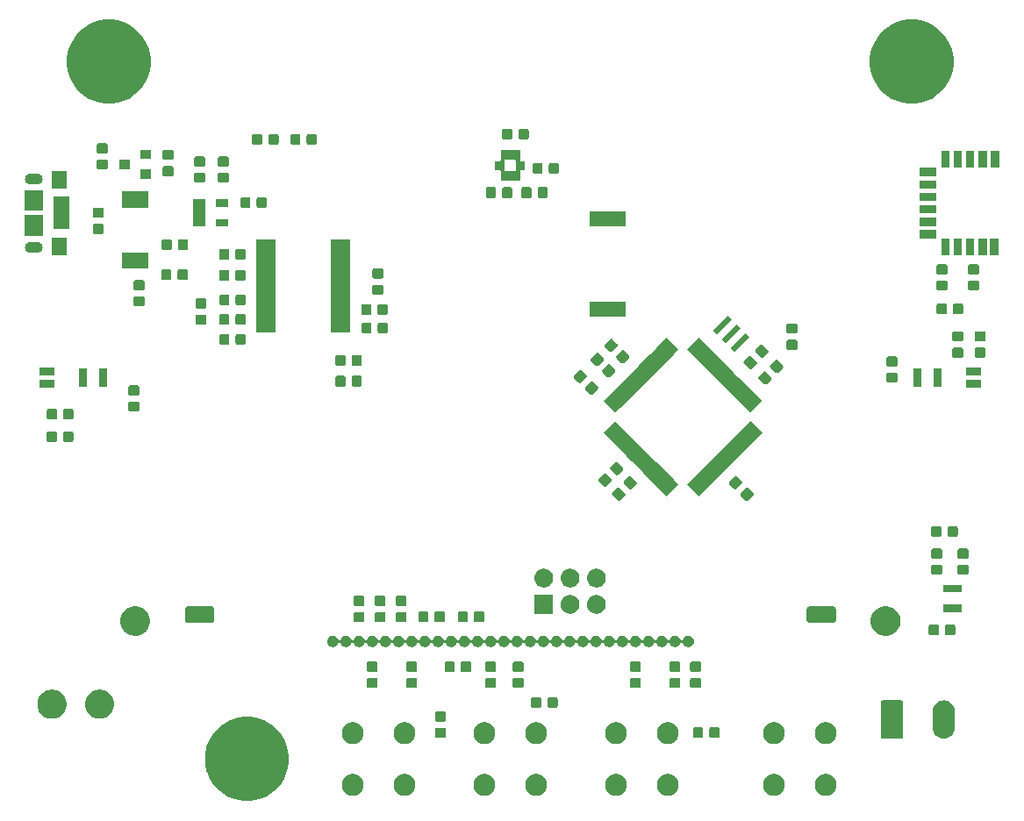
<source format=gbr>
G04 #@! TF.GenerationSoftware,KiCad,Pcbnew,(5.0.2)-1*
G04 #@! TF.CreationDate,2019-04-15T21:52:42-04:00*
G04 #@! TF.ProjectId,gomagottcha,676f6d61-676f-4747-9463-68612e6b6963,rev?*
G04 #@! TF.SameCoordinates,Original*
G04 #@! TF.FileFunction,Soldermask,Top*
G04 #@! TF.FilePolarity,Negative*
%FSLAX46Y46*%
G04 Gerber Fmt 4.6, Leading zero omitted, Abs format (unit mm)*
G04 Created by KiCad (PCBNEW (5.0.2)-1) date 4/15/2019 9:52:42 PM*
%MOMM*%
%LPD*%
G01*
G04 APERTURE LIST*
%ADD10C,0.100000*%
G04 APERTURE END LIST*
D10*
G36*
X60871632Y-82464677D02*
X61303495Y-82643561D01*
X61608868Y-82770050D01*
X62018316Y-83043635D01*
X62272365Y-83213385D01*
X62836615Y-83777635D01*
X62836617Y-83777638D01*
X63279950Y-84441132D01*
X63279950Y-84441133D01*
X63585323Y-85178368D01*
X63741000Y-85961010D01*
X63741000Y-86758990D01*
X63585323Y-87541632D01*
X63474575Y-87809000D01*
X63279950Y-88278868D01*
X62839606Y-88937889D01*
X62836615Y-88942365D01*
X62272365Y-89506615D01*
X62272362Y-89506617D01*
X61608868Y-89949950D01*
X61303495Y-90076439D01*
X60871632Y-90255323D01*
X60088990Y-90411000D01*
X59291010Y-90411000D01*
X58508368Y-90255323D01*
X58076505Y-90076439D01*
X57771132Y-89949950D01*
X57107638Y-89506617D01*
X57107635Y-89506615D01*
X56543385Y-88942365D01*
X56540394Y-88937889D01*
X56100050Y-88278868D01*
X55905425Y-87809000D01*
X55794677Y-87541632D01*
X55639000Y-86758990D01*
X55639000Y-85961010D01*
X55794677Y-85178368D01*
X56100050Y-84441133D01*
X56100050Y-84441132D01*
X56543383Y-83777638D01*
X56543385Y-83777635D01*
X57107635Y-83213385D01*
X57361684Y-83043635D01*
X57771132Y-82770050D01*
X58076505Y-82643561D01*
X58508368Y-82464677D01*
X59291010Y-82309000D01*
X60088990Y-82309000D01*
X60871632Y-82464677D01*
X60871632Y-82464677D01*
G37*
G36*
X115836565Y-87849389D02*
X116027834Y-87928615D01*
X116199976Y-88043637D01*
X116346363Y-88190024D01*
X116461385Y-88362166D01*
X116540611Y-88553435D01*
X116581000Y-88756484D01*
X116581000Y-88963516D01*
X116540611Y-89166565D01*
X116461385Y-89357834D01*
X116346363Y-89529976D01*
X116199976Y-89676363D01*
X116027834Y-89791385D01*
X115836565Y-89870611D01*
X115633516Y-89911000D01*
X115426484Y-89911000D01*
X115223435Y-89870611D01*
X115032166Y-89791385D01*
X114860024Y-89676363D01*
X114713637Y-89529976D01*
X114598615Y-89357834D01*
X114519389Y-89166565D01*
X114479000Y-88963516D01*
X114479000Y-88756484D01*
X114519389Y-88553435D01*
X114598615Y-88362166D01*
X114713637Y-88190024D01*
X114860024Y-88043637D01*
X115032166Y-87928615D01*
X115223435Y-87849389D01*
X115426484Y-87809000D01*
X115633516Y-87809000D01*
X115836565Y-87849389D01*
X115836565Y-87849389D01*
G37*
G36*
X100596565Y-87849389D02*
X100787834Y-87928615D01*
X100959976Y-88043637D01*
X101106363Y-88190024D01*
X101221385Y-88362166D01*
X101300611Y-88553435D01*
X101341000Y-88756484D01*
X101341000Y-88963516D01*
X101300611Y-89166565D01*
X101221385Y-89357834D01*
X101106363Y-89529976D01*
X100959976Y-89676363D01*
X100787834Y-89791385D01*
X100596565Y-89870611D01*
X100393516Y-89911000D01*
X100186484Y-89911000D01*
X99983435Y-89870611D01*
X99792166Y-89791385D01*
X99620024Y-89676363D01*
X99473637Y-89529976D01*
X99358615Y-89357834D01*
X99279389Y-89166565D01*
X99239000Y-88963516D01*
X99239000Y-88756484D01*
X99279389Y-88553435D01*
X99358615Y-88362166D01*
X99473637Y-88190024D01*
X99620024Y-88043637D01*
X99792166Y-87928615D01*
X99983435Y-87849389D01*
X100186484Y-87809000D01*
X100393516Y-87809000D01*
X100596565Y-87849389D01*
X100596565Y-87849389D01*
G37*
G36*
X95596565Y-87849389D02*
X95787834Y-87928615D01*
X95959976Y-88043637D01*
X96106363Y-88190024D01*
X96221385Y-88362166D01*
X96300611Y-88553435D01*
X96341000Y-88756484D01*
X96341000Y-88963516D01*
X96300611Y-89166565D01*
X96221385Y-89357834D01*
X96106363Y-89529976D01*
X95959976Y-89676363D01*
X95787834Y-89791385D01*
X95596565Y-89870611D01*
X95393516Y-89911000D01*
X95186484Y-89911000D01*
X94983435Y-89870611D01*
X94792166Y-89791385D01*
X94620024Y-89676363D01*
X94473637Y-89529976D01*
X94358615Y-89357834D01*
X94279389Y-89166565D01*
X94239000Y-88963516D01*
X94239000Y-88756484D01*
X94279389Y-88553435D01*
X94358615Y-88362166D01*
X94473637Y-88190024D01*
X94620024Y-88043637D01*
X94792166Y-87928615D01*
X94983435Y-87849389D01*
X95186484Y-87809000D01*
X95393516Y-87809000D01*
X95596565Y-87849389D01*
X95596565Y-87849389D01*
G37*
G36*
X82896565Y-87849389D02*
X83087834Y-87928615D01*
X83259976Y-88043637D01*
X83406363Y-88190024D01*
X83521385Y-88362166D01*
X83600611Y-88553435D01*
X83641000Y-88756484D01*
X83641000Y-88963516D01*
X83600611Y-89166565D01*
X83521385Y-89357834D01*
X83406363Y-89529976D01*
X83259976Y-89676363D01*
X83087834Y-89791385D01*
X82896565Y-89870611D01*
X82693516Y-89911000D01*
X82486484Y-89911000D01*
X82283435Y-89870611D01*
X82092166Y-89791385D01*
X81920024Y-89676363D01*
X81773637Y-89529976D01*
X81658615Y-89357834D01*
X81579389Y-89166565D01*
X81539000Y-88963516D01*
X81539000Y-88756484D01*
X81579389Y-88553435D01*
X81658615Y-88362166D01*
X81773637Y-88190024D01*
X81920024Y-88043637D01*
X82092166Y-87928615D01*
X82283435Y-87849389D01*
X82486484Y-87809000D01*
X82693516Y-87809000D01*
X82896565Y-87849389D01*
X82896565Y-87849389D01*
G37*
G36*
X75196565Y-87849389D02*
X75387834Y-87928615D01*
X75559976Y-88043637D01*
X75706363Y-88190024D01*
X75821385Y-88362166D01*
X75900611Y-88553435D01*
X75941000Y-88756484D01*
X75941000Y-88963516D01*
X75900611Y-89166565D01*
X75821385Y-89357834D01*
X75706363Y-89529976D01*
X75559976Y-89676363D01*
X75387834Y-89791385D01*
X75196565Y-89870611D01*
X74993516Y-89911000D01*
X74786484Y-89911000D01*
X74583435Y-89870611D01*
X74392166Y-89791385D01*
X74220024Y-89676363D01*
X74073637Y-89529976D01*
X73958615Y-89357834D01*
X73879389Y-89166565D01*
X73839000Y-88963516D01*
X73839000Y-88756484D01*
X73879389Y-88553435D01*
X73958615Y-88362166D01*
X74073637Y-88190024D01*
X74220024Y-88043637D01*
X74392166Y-87928615D01*
X74583435Y-87849389D01*
X74786484Y-87809000D01*
X74993516Y-87809000D01*
X75196565Y-87849389D01*
X75196565Y-87849389D01*
G37*
G36*
X70196565Y-87849389D02*
X70387834Y-87928615D01*
X70559976Y-88043637D01*
X70706363Y-88190024D01*
X70821385Y-88362166D01*
X70900611Y-88553435D01*
X70941000Y-88756484D01*
X70941000Y-88963516D01*
X70900611Y-89166565D01*
X70821385Y-89357834D01*
X70706363Y-89529976D01*
X70559976Y-89676363D01*
X70387834Y-89791385D01*
X70196565Y-89870611D01*
X69993516Y-89911000D01*
X69786484Y-89911000D01*
X69583435Y-89870611D01*
X69392166Y-89791385D01*
X69220024Y-89676363D01*
X69073637Y-89529976D01*
X68958615Y-89357834D01*
X68879389Y-89166565D01*
X68839000Y-88963516D01*
X68839000Y-88756484D01*
X68879389Y-88553435D01*
X68958615Y-88362166D01*
X69073637Y-88190024D01*
X69220024Y-88043637D01*
X69392166Y-87928615D01*
X69583435Y-87849389D01*
X69786484Y-87809000D01*
X69993516Y-87809000D01*
X70196565Y-87849389D01*
X70196565Y-87849389D01*
G37*
G36*
X110836565Y-87849389D02*
X111027834Y-87928615D01*
X111199976Y-88043637D01*
X111346363Y-88190024D01*
X111461385Y-88362166D01*
X111540611Y-88553435D01*
X111581000Y-88756484D01*
X111581000Y-88963516D01*
X111540611Y-89166565D01*
X111461385Y-89357834D01*
X111346363Y-89529976D01*
X111199976Y-89676363D01*
X111027834Y-89791385D01*
X110836565Y-89870611D01*
X110633516Y-89911000D01*
X110426484Y-89911000D01*
X110223435Y-89870611D01*
X110032166Y-89791385D01*
X109860024Y-89676363D01*
X109713637Y-89529976D01*
X109598615Y-89357834D01*
X109519389Y-89166565D01*
X109479000Y-88963516D01*
X109479000Y-88756484D01*
X109519389Y-88553435D01*
X109598615Y-88362166D01*
X109713637Y-88190024D01*
X109860024Y-88043637D01*
X110032166Y-87928615D01*
X110223435Y-87849389D01*
X110426484Y-87809000D01*
X110633516Y-87809000D01*
X110836565Y-87849389D01*
X110836565Y-87849389D01*
G37*
G36*
X87896565Y-87849389D02*
X88087834Y-87928615D01*
X88259976Y-88043637D01*
X88406363Y-88190024D01*
X88521385Y-88362166D01*
X88600611Y-88553435D01*
X88641000Y-88756484D01*
X88641000Y-88963516D01*
X88600611Y-89166565D01*
X88521385Y-89357834D01*
X88406363Y-89529976D01*
X88259976Y-89676363D01*
X88087834Y-89791385D01*
X87896565Y-89870611D01*
X87693516Y-89911000D01*
X87486484Y-89911000D01*
X87283435Y-89870611D01*
X87092166Y-89791385D01*
X86920024Y-89676363D01*
X86773637Y-89529976D01*
X86658615Y-89357834D01*
X86579389Y-89166565D01*
X86539000Y-88963516D01*
X86539000Y-88756484D01*
X86579389Y-88553435D01*
X86658615Y-88362166D01*
X86773637Y-88190024D01*
X86920024Y-88043637D01*
X87092166Y-87928615D01*
X87283435Y-87849389D01*
X87486484Y-87809000D01*
X87693516Y-87809000D01*
X87896565Y-87849389D01*
X87896565Y-87849389D01*
G37*
G36*
X115836565Y-82849389D02*
X116027834Y-82928615D01*
X116199976Y-83043637D01*
X116346363Y-83190024D01*
X116461385Y-83362166D01*
X116540611Y-83553435D01*
X116581000Y-83756484D01*
X116581000Y-83963516D01*
X116540611Y-84166565D01*
X116461385Y-84357834D01*
X116346363Y-84529976D01*
X116199976Y-84676363D01*
X116027834Y-84791385D01*
X115836565Y-84870611D01*
X115633516Y-84911000D01*
X115426484Y-84911000D01*
X115223435Y-84870611D01*
X115032166Y-84791385D01*
X114860024Y-84676363D01*
X114713637Y-84529976D01*
X114598615Y-84357834D01*
X114519389Y-84166565D01*
X114479000Y-83963516D01*
X114479000Y-83756484D01*
X114519389Y-83553435D01*
X114598615Y-83362166D01*
X114713637Y-83190024D01*
X114860024Y-83043637D01*
X115032166Y-82928615D01*
X115223435Y-82849389D01*
X115426484Y-82809000D01*
X115633516Y-82809000D01*
X115836565Y-82849389D01*
X115836565Y-82849389D01*
G37*
G36*
X100596565Y-82849389D02*
X100787834Y-82928615D01*
X100959976Y-83043637D01*
X101106363Y-83190024D01*
X101221385Y-83362166D01*
X101300611Y-83553435D01*
X101341000Y-83756484D01*
X101341000Y-83963516D01*
X101300611Y-84166565D01*
X101221385Y-84357834D01*
X101106363Y-84529976D01*
X100959976Y-84676363D01*
X100787834Y-84791385D01*
X100596565Y-84870611D01*
X100393516Y-84911000D01*
X100186484Y-84911000D01*
X99983435Y-84870611D01*
X99792166Y-84791385D01*
X99620024Y-84676363D01*
X99473637Y-84529976D01*
X99358615Y-84357834D01*
X99279389Y-84166565D01*
X99239000Y-83963516D01*
X99239000Y-83756484D01*
X99279389Y-83553435D01*
X99358615Y-83362166D01*
X99473637Y-83190024D01*
X99620024Y-83043637D01*
X99792166Y-82928615D01*
X99983435Y-82849389D01*
X100186484Y-82809000D01*
X100393516Y-82809000D01*
X100596565Y-82849389D01*
X100596565Y-82849389D01*
G37*
G36*
X95596565Y-82849389D02*
X95787834Y-82928615D01*
X95959976Y-83043637D01*
X96106363Y-83190024D01*
X96221385Y-83362166D01*
X96300611Y-83553435D01*
X96341000Y-83756484D01*
X96341000Y-83963516D01*
X96300611Y-84166565D01*
X96221385Y-84357834D01*
X96106363Y-84529976D01*
X95959976Y-84676363D01*
X95787834Y-84791385D01*
X95596565Y-84870611D01*
X95393516Y-84911000D01*
X95186484Y-84911000D01*
X94983435Y-84870611D01*
X94792166Y-84791385D01*
X94620024Y-84676363D01*
X94473637Y-84529976D01*
X94358615Y-84357834D01*
X94279389Y-84166565D01*
X94239000Y-83963516D01*
X94239000Y-83756484D01*
X94279389Y-83553435D01*
X94358615Y-83362166D01*
X94473637Y-83190024D01*
X94620024Y-83043637D01*
X94792166Y-82928615D01*
X94983435Y-82849389D01*
X95186484Y-82809000D01*
X95393516Y-82809000D01*
X95596565Y-82849389D01*
X95596565Y-82849389D01*
G37*
G36*
X82896565Y-82849389D02*
X83087834Y-82928615D01*
X83259976Y-83043637D01*
X83406363Y-83190024D01*
X83521385Y-83362166D01*
X83600611Y-83553435D01*
X83641000Y-83756484D01*
X83641000Y-83963516D01*
X83600611Y-84166565D01*
X83521385Y-84357834D01*
X83406363Y-84529976D01*
X83259976Y-84676363D01*
X83087834Y-84791385D01*
X82896565Y-84870611D01*
X82693516Y-84911000D01*
X82486484Y-84911000D01*
X82283435Y-84870611D01*
X82092166Y-84791385D01*
X81920024Y-84676363D01*
X81773637Y-84529976D01*
X81658615Y-84357834D01*
X81579389Y-84166565D01*
X81539000Y-83963516D01*
X81539000Y-83756484D01*
X81579389Y-83553435D01*
X81658615Y-83362166D01*
X81773637Y-83190024D01*
X81920024Y-83043637D01*
X82092166Y-82928615D01*
X82283435Y-82849389D01*
X82486484Y-82809000D01*
X82693516Y-82809000D01*
X82896565Y-82849389D01*
X82896565Y-82849389D01*
G37*
G36*
X87896565Y-82849389D02*
X88087834Y-82928615D01*
X88259976Y-83043637D01*
X88406363Y-83190024D01*
X88521385Y-83362166D01*
X88600611Y-83553435D01*
X88641000Y-83756484D01*
X88641000Y-83963516D01*
X88600611Y-84166565D01*
X88521385Y-84357834D01*
X88406363Y-84529976D01*
X88259976Y-84676363D01*
X88087834Y-84791385D01*
X87896565Y-84870611D01*
X87693516Y-84911000D01*
X87486484Y-84911000D01*
X87283435Y-84870611D01*
X87092166Y-84791385D01*
X86920024Y-84676363D01*
X86773637Y-84529976D01*
X86658615Y-84357834D01*
X86579389Y-84166565D01*
X86539000Y-83963516D01*
X86539000Y-83756484D01*
X86579389Y-83553435D01*
X86658615Y-83362166D01*
X86773637Y-83190024D01*
X86920024Y-83043637D01*
X87092166Y-82928615D01*
X87283435Y-82849389D01*
X87486484Y-82809000D01*
X87693516Y-82809000D01*
X87896565Y-82849389D01*
X87896565Y-82849389D01*
G37*
G36*
X110836565Y-82849389D02*
X111027834Y-82928615D01*
X111199976Y-83043637D01*
X111346363Y-83190024D01*
X111461385Y-83362166D01*
X111540611Y-83553435D01*
X111581000Y-83756484D01*
X111581000Y-83963516D01*
X111540611Y-84166565D01*
X111461385Y-84357834D01*
X111346363Y-84529976D01*
X111199976Y-84676363D01*
X111027834Y-84791385D01*
X110836565Y-84870611D01*
X110633516Y-84911000D01*
X110426484Y-84911000D01*
X110223435Y-84870611D01*
X110032166Y-84791385D01*
X109860024Y-84676363D01*
X109713637Y-84529976D01*
X109598615Y-84357834D01*
X109519389Y-84166565D01*
X109479000Y-83963516D01*
X109479000Y-83756484D01*
X109519389Y-83553435D01*
X109598615Y-83362166D01*
X109713637Y-83190024D01*
X109860024Y-83043637D01*
X110032166Y-82928615D01*
X110223435Y-82849389D01*
X110426484Y-82809000D01*
X110633516Y-82809000D01*
X110836565Y-82849389D01*
X110836565Y-82849389D01*
G37*
G36*
X75196565Y-82849389D02*
X75387834Y-82928615D01*
X75559976Y-83043637D01*
X75706363Y-83190024D01*
X75821385Y-83362166D01*
X75900611Y-83553435D01*
X75941000Y-83756484D01*
X75941000Y-83963516D01*
X75900611Y-84166565D01*
X75821385Y-84357834D01*
X75706363Y-84529976D01*
X75559976Y-84676363D01*
X75387834Y-84791385D01*
X75196565Y-84870611D01*
X74993516Y-84911000D01*
X74786484Y-84911000D01*
X74583435Y-84870611D01*
X74392166Y-84791385D01*
X74220024Y-84676363D01*
X74073637Y-84529976D01*
X73958615Y-84357834D01*
X73879389Y-84166565D01*
X73839000Y-83963516D01*
X73839000Y-83756484D01*
X73879389Y-83553435D01*
X73958615Y-83362166D01*
X74073637Y-83190024D01*
X74220024Y-83043637D01*
X74392166Y-82928615D01*
X74583435Y-82849389D01*
X74786484Y-82809000D01*
X74993516Y-82809000D01*
X75196565Y-82849389D01*
X75196565Y-82849389D01*
G37*
G36*
X70196565Y-82849389D02*
X70387834Y-82928615D01*
X70559976Y-83043637D01*
X70706363Y-83190024D01*
X70821385Y-83362166D01*
X70900611Y-83553435D01*
X70941000Y-83756484D01*
X70941000Y-83963516D01*
X70900611Y-84166565D01*
X70821385Y-84357834D01*
X70706363Y-84529976D01*
X70559976Y-84676363D01*
X70387834Y-84791385D01*
X70196565Y-84870611D01*
X69993516Y-84911000D01*
X69786484Y-84911000D01*
X69583435Y-84870611D01*
X69392166Y-84791385D01*
X69220024Y-84676363D01*
X69073637Y-84529976D01*
X68958615Y-84357834D01*
X68879389Y-84166565D01*
X68839000Y-83963516D01*
X68839000Y-83756484D01*
X68879389Y-83553435D01*
X68958615Y-83362166D01*
X69073637Y-83190024D01*
X69220024Y-83043637D01*
X69392166Y-82928615D01*
X69583435Y-82849389D01*
X69786484Y-82809000D01*
X69993516Y-82809000D01*
X70196565Y-82849389D01*
X70196565Y-82849389D01*
G37*
G36*
X127126031Y-80714207D02*
X127324145Y-80774305D01*
X127506729Y-80871897D01*
X127666765Y-81003235D01*
X127666766Y-81003237D01*
X127666768Y-81003238D01*
X127745568Y-81099257D01*
X127798103Y-81163271D01*
X127895695Y-81345854D01*
X127955793Y-81543968D01*
X127971000Y-81698370D01*
X127971000Y-83401630D01*
X127955793Y-83556032D01*
X127895695Y-83754146D01*
X127798103Y-83936729D01*
X127666765Y-84096765D01*
X127506729Y-84228103D01*
X127324146Y-84325695D01*
X127126032Y-84385793D01*
X126920000Y-84406085D01*
X126713969Y-84385793D01*
X126515855Y-84325695D01*
X126333272Y-84228103D01*
X126173236Y-84096765D01*
X126041898Y-83936729D01*
X125944306Y-83754146D01*
X125944305Y-83754144D01*
X125884207Y-83556033D01*
X125869000Y-83401631D01*
X125869000Y-81698370D01*
X125884207Y-81543973D01*
X125884207Y-81543969D01*
X125944305Y-81345855D01*
X126041897Y-81163271D01*
X126173235Y-81003235D01*
X126173237Y-81003234D01*
X126173238Y-81003232D01*
X126333269Y-80871899D01*
X126333271Y-80871897D01*
X126515854Y-80774305D01*
X126713968Y-80714207D01*
X126920000Y-80693915D01*
X127126031Y-80714207D01*
X127126031Y-80714207D01*
G37*
G36*
X122834851Y-80702840D02*
X122866443Y-80712423D01*
X122895557Y-80727985D01*
X122921073Y-80748927D01*
X122942015Y-80774443D01*
X122957577Y-80803557D01*
X122967160Y-80835149D01*
X122971000Y-80874140D01*
X122971000Y-84225860D01*
X122967160Y-84264851D01*
X122957577Y-84296443D01*
X122942015Y-84325557D01*
X122921073Y-84351073D01*
X122895557Y-84372015D01*
X122866443Y-84387577D01*
X122834851Y-84397160D01*
X122795860Y-84401000D01*
X121044140Y-84401000D01*
X121005149Y-84397160D01*
X120973557Y-84387577D01*
X120944443Y-84372015D01*
X120918927Y-84351073D01*
X120897985Y-84325557D01*
X120882423Y-84296443D01*
X120872840Y-84264851D01*
X120869000Y-84225860D01*
X120869000Y-80874140D01*
X120872840Y-80835149D01*
X120882423Y-80803557D01*
X120897985Y-80774443D01*
X120918927Y-80748927D01*
X120944443Y-80727985D01*
X120973557Y-80712423D01*
X121005149Y-80702840D01*
X121044140Y-80699000D01*
X122795860Y-80699000D01*
X122834851Y-80702840D01*
X122834851Y-80702840D01*
G37*
G36*
X103567591Y-83298085D02*
X103601569Y-83308393D01*
X103632887Y-83325133D01*
X103660339Y-83347661D01*
X103682867Y-83375113D01*
X103699607Y-83406431D01*
X103709915Y-83440409D01*
X103714000Y-83481890D01*
X103714000Y-84158110D01*
X103709915Y-84199591D01*
X103699607Y-84233569D01*
X103682867Y-84264887D01*
X103660339Y-84292339D01*
X103632887Y-84314867D01*
X103601569Y-84331607D01*
X103567591Y-84341915D01*
X103526110Y-84346000D01*
X102924890Y-84346000D01*
X102883409Y-84341915D01*
X102849431Y-84331607D01*
X102818113Y-84314867D01*
X102790661Y-84292339D01*
X102768133Y-84264887D01*
X102751393Y-84233569D01*
X102741085Y-84199591D01*
X102737000Y-84158110D01*
X102737000Y-83481890D01*
X102741085Y-83440409D01*
X102751393Y-83406431D01*
X102768133Y-83375113D01*
X102790661Y-83347661D01*
X102818113Y-83325133D01*
X102849431Y-83308393D01*
X102883409Y-83298085D01*
X102924890Y-83294000D01*
X103526110Y-83294000D01*
X103567591Y-83298085D01*
X103567591Y-83298085D01*
G37*
G36*
X105142591Y-83298085D02*
X105176569Y-83308393D01*
X105207887Y-83325133D01*
X105235339Y-83347661D01*
X105257867Y-83375113D01*
X105274607Y-83406431D01*
X105284915Y-83440409D01*
X105289000Y-83481890D01*
X105289000Y-84158110D01*
X105284915Y-84199591D01*
X105274607Y-84233569D01*
X105257867Y-84264887D01*
X105235339Y-84292339D01*
X105207887Y-84314867D01*
X105176569Y-84331607D01*
X105142591Y-84341915D01*
X105101110Y-84346000D01*
X104499890Y-84346000D01*
X104458409Y-84341915D01*
X104424431Y-84331607D01*
X104393113Y-84314867D01*
X104365661Y-84292339D01*
X104343133Y-84264887D01*
X104326393Y-84233569D01*
X104316085Y-84199591D01*
X104312000Y-84158110D01*
X104312000Y-83481890D01*
X104316085Y-83440409D01*
X104326393Y-83406431D01*
X104343133Y-83375113D01*
X104365661Y-83347661D01*
X104393113Y-83325133D01*
X104424431Y-83308393D01*
X104458409Y-83298085D01*
X104499890Y-83294000D01*
X105101110Y-83294000D01*
X105142591Y-83298085D01*
X105142591Y-83298085D01*
G37*
G36*
X78738591Y-83361085D02*
X78772569Y-83371393D01*
X78803887Y-83388133D01*
X78831339Y-83410661D01*
X78853867Y-83438113D01*
X78870607Y-83469431D01*
X78880915Y-83503409D01*
X78885000Y-83544890D01*
X78885000Y-84146110D01*
X78880915Y-84187591D01*
X78870607Y-84221569D01*
X78853867Y-84252887D01*
X78831339Y-84280339D01*
X78803887Y-84302867D01*
X78772569Y-84319607D01*
X78738591Y-84329915D01*
X78697110Y-84334000D01*
X78020890Y-84334000D01*
X77979409Y-84329915D01*
X77945431Y-84319607D01*
X77914113Y-84302867D01*
X77886661Y-84280339D01*
X77864133Y-84252887D01*
X77847393Y-84221569D01*
X77837085Y-84187591D01*
X77833000Y-84146110D01*
X77833000Y-83544890D01*
X77837085Y-83503409D01*
X77847393Y-83469431D01*
X77864133Y-83438113D01*
X77886661Y-83410661D01*
X77914113Y-83388133D01*
X77945431Y-83371393D01*
X77979409Y-83361085D01*
X78020890Y-83357000D01*
X78697110Y-83357000D01*
X78738591Y-83361085D01*
X78738591Y-83361085D01*
G37*
G36*
X78738591Y-81786085D02*
X78772569Y-81796393D01*
X78803887Y-81813133D01*
X78831339Y-81835661D01*
X78853867Y-81863113D01*
X78870607Y-81894431D01*
X78880915Y-81928409D01*
X78885000Y-81969890D01*
X78885000Y-82571110D01*
X78880915Y-82612591D01*
X78870607Y-82646569D01*
X78853867Y-82677887D01*
X78831339Y-82705339D01*
X78803887Y-82727867D01*
X78772569Y-82744607D01*
X78738591Y-82754915D01*
X78697110Y-82759000D01*
X78020890Y-82759000D01*
X77979409Y-82754915D01*
X77945431Y-82744607D01*
X77914113Y-82727867D01*
X77886661Y-82705339D01*
X77864133Y-82677887D01*
X77847393Y-82646569D01*
X77837085Y-82612591D01*
X77833000Y-82571110D01*
X77833000Y-81969890D01*
X77837085Y-81928409D01*
X77847393Y-81894431D01*
X77864133Y-81863113D01*
X77886661Y-81835661D01*
X77914113Y-81813133D01*
X77945431Y-81796393D01*
X77979409Y-81786085D01*
X78020890Y-81782000D01*
X78697110Y-81782000D01*
X78738591Y-81786085D01*
X78738591Y-81786085D01*
G37*
G36*
X41184433Y-79713893D02*
X41274657Y-79731839D01*
X41380267Y-79775585D01*
X41529621Y-79837449D01*
X41759089Y-79990774D01*
X41954226Y-80185911D01*
X42107551Y-80415379D01*
X42152452Y-80523780D01*
X42213161Y-80670343D01*
X42227669Y-80743281D01*
X42267000Y-80941012D01*
X42267000Y-81216988D01*
X42255616Y-81274220D01*
X42213161Y-81487657D01*
X42189834Y-81543972D01*
X42107551Y-81742621D01*
X41954226Y-81972089D01*
X41759089Y-82167226D01*
X41529621Y-82320551D01*
X41380267Y-82382415D01*
X41274657Y-82426161D01*
X41184433Y-82444107D01*
X41003988Y-82480000D01*
X40728012Y-82480000D01*
X40547567Y-82444107D01*
X40457343Y-82426161D01*
X40351733Y-82382415D01*
X40202379Y-82320551D01*
X39972911Y-82167226D01*
X39777774Y-81972089D01*
X39624449Y-81742621D01*
X39542166Y-81543972D01*
X39518839Y-81487657D01*
X39476384Y-81274220D01*
X39465000Y-81216988D01*
X39465000Y-80941012D01*
X39504331Y-80743281D01*
X39518839Y-80670343D01*
X39579548Y-80523780D01*
X39624449Y-80415379D01*
X39777774Y-80185911D01*
X39972911Y-79990774D01*
X40202379Y-79837449D01*
X40351733Y-79775585D01*
X40457343Y-79731839D01*
X40547567Y-79713893D01*
X40728012Y-79678000D01*
X41003988Y-79678000D01*
X41184433Y-79713893D01*
X41184433Y-79713893D01*
G37*
G36*
X45784433Y-79713893D02*
X45874657Y-79731839D01*
X45980267Y-79775585D01*
X46129621Y-79837449D01*
X46359089Y-79990774D01*
X46554226Y-80185911D01*
X46707551Y-80415379D01*
X46752452Y-80523780D01*
X46813161Y-80670343D01*
X46827669Y-80743281D01*
X46867000Y-80941012D01*
X46867000Y-81216988D01*
X46855616Y-81274220D01*
X46813161Y-81487657D01*
X46789834Y-81543972D01*
X46707551Y-81742621D01*
X46554226Y-81972089D01*
X46359089Y-82167226D01*
X46129621Y-82320551D01*
X45980267Y-82382415D01*
X45874657Y-82426161D01*
X45784433Y-82444107D01*
X45603988Y-82480000D01*
X45328012Y-82480000D01*
X45147567Y-82444107D01*
X45057343Y-82426161D01*
X44951733Y-82382415D01*
X44802379Y-82320551D01*
X44572911Y-82167226D01*
X44377774Y-81972089D01*
X44224449Y-81742621D01*
X44142166Y-81543972D01*
X44118839Y-81487657D01*
X44076384Y-81274220D01*
X44065000Y-81216988D01*
X44065000Y-80941012D01*
X44104331Y-80743281D01*
X44118839Y-80670343D01*
X44179548Y-80523780D01*
X44224449Y-80415379D01*
X44377774Y-80185911D01*
X44572911Y-79990774D01*
X44802379Y-79837449D01*
X44951733Y-79775585D01*
X45057343Y-79731839D01*
X45147567Y-79713893D01*
X45328012Y-79678000D01*
X45603988Y-79678000D01*
X45784433Y-79713893D01*
X45784433Y-79713893D01*
G37*
G36*
X89521591Y-80377085D02*
X89555569Y-80387393D01*
X89586887Y-80404133D01*
X89614339Y-80426661D01*
X89636867Y-80454113D01*
X89653607Y-80485431D01*
X89663915Y-80519409D01*
X89668000Y-80560890D01*
X89668000Y-81237110D01*
X89663915Y-81278591D01*
X89653607Y-81312569D01*
X89636867Y-81343887D01*
X89614339Y-81371339D01*
X89586887Y-81393867D01*
X89555569Y-81410607D01*
X89521591Y-81420915D01*
X89480110Y-81425000D01*
X88878890Y-81425000D01*
X88837409Y-81420915D01*
X88803431Y-81410607D01*
X88772113Y-81393867D01*
X88744661Y-81371339D01*
X88722133Y-81343887D01*
X88705393Y-81312569D01*
X88695085Y-81278591D01*
X88691000Y-81237110D01*
X88691000Y-80560890D01*
X88695085Y-80519409D01*
X88705393Y-80485431D01*
X88722133Y-80454113D01*
X88744661Y-80426661D01*
X88772113Y-80404133D01*
X88803431Y-80387393D01*
X88837409Y-80377085D01*
X88878890Y-80373000D01*
X89480110Y-80373000D01*
X89521591Y-80377085D01*
X89521591Y-80377085D01*
G37*
G36*
X87946591Y-80377085D02*
X87980569Y-80387393D01*
X88011887Y-80404133D01*
X88039339Y-80426661D01*
X88061867Y-80454113D01*
X88078607Y-80485431D01*
X88088915Y-80519409D01*
X88093000Y-80560890D01*
X88093000Y-81237110D01*
X88088915Y-81278591D01*
X88078607Y-81312569D01*
X88061867Y-81343887D01*
X88039339Y-81371339D01*
X88011887Y-81393867D01*
X87980569Y-81410607D01*
X87946591Y-81420915D01*
X87905110Y-81425000D01*
X87303890Y-81425000D01*
X87262409Y-81420915D01*
X87228431Y-81410607D01*
X87197113Y-81393867D01*
X87169661Y-81371339D01*
X87147133Y-81343887D01*
X87130393Y-81312569D01*
X87120085Y-81278591D01*
X87116000Y-81237110D01*
X87116000Y-80560890D01*
X87120085Y-80519409D01*
X87130393Y-80485431D01*
X87147133Y-80454113D01*
X87169661Y-80426661D01*
X87197113Y-80404133D01*
X87228431Y-80387393D01*
X87262409Y-80377085D01*
X87303890Y-80373000D01*
X87905110Y-80373000D01*
X87946591Y-80377085D01*
X87946591Y-80377085D01*
G37*
G36*
X83589991Y-78535085D02*
X83623969Y-78545393D01*
X83655287Y-78562133D01*
X83682739Y-78584661D01*
X83705267Y-78612113D01*
X83722007Y-78643431D01*
X83732315Y-78677409D01*
X83736400Y-78718890D01*
X83736400Y-79320110D01*
X83732315Y-79361591D01*
X83722007Y-79395569D01*
X83705267Y-79426887D01*
X83682739Y-79454339D01*
X83655287Y-79476867D01*
X83623969Y-79493607D01*
X83589991Y-79503915D01*
X83548510Y-79508000D01*
X82872290Y-79508000D01*
X82830809Y-79503915D01*
X82796831Y-79493607D01*
X82765513Y-79476867D01*
X82738061Y-79454339D01*
X82715533Y-79426887D01*
X82698793Y-79395569D01*
X82688485Y-79361591D01*
X82684400Y-79320110D01*
X82684400Y-78718890D01*
X82688485Y-78677409D01*
X82698793Y-78643431D01*
X82715533Y-78612113D01*
X82738061Y-78584661D01*
X82765513Y-78562133D01*
X82796831Y-78545393D01*
X82830809Y-78535085D01*
X82872290Y-78531000D01*
X83548510Y-78531000D01*
X83589991Y-78535085D01*
X83589991Y-78535085D01*
G37*
G36*
X86231591Y-78535085D02*
X86265569Y-78545393D01*
X86296887Y-78562133D01*
X86324339Y-78584661D01*
X86346867Y-78612113D01*
X86363607Y-78643431D01*
X86373915Y-78677409D01*
X86378000Y-78718890D01*
X86378000Y-79320110D01*
X86373915Y-79361591D01*
X86363607Y-79395569D01*
X86346867Y-79426887D01*
X86324339Y-79454339D01*
X86296887Y-79476867D01*
X86265569Y-79493607D01*
X86231591Y-79503915D01*
X86190110Y-79508000D01*
X85513890Y-79508000D01*
X85472409Y-79503915D01*
X85438431Y-79493607D01*
X85407113Y-79476867D01*
X85379661Y-79454339D01*
X85357133Y-79426887D01*
X85340393Y-79395569D01*
X85330085Y-79361591D01*
X85326000Y-79320110D01*
X85326000Y-78718890D01*
X85330085Y-78677409D01*
X85340393Y-78643431D01*
X85357133Y-78612113D01*
X85379661Y-78584661D01*
X85407113Y-78562133D01*
X85438431Y-78545393D01*
X85472409Y-78535085D01*
X85513890Y-78531000D01*
X86190110Y-78531000D01*
X86231591Y-78535085D01*
X86231591Y-78535085D01*
G37*
G36*
X72159991Y-78535085D02*
X72193969Y-78545393D01*
X72225287Y-78562133D01*
X72252739Y-78584661D01*
X72275267Y-78612113D01*
X72292007Y-78643431D01*
X72302315Y-78677409D01*
X72306400Y-78718890D01*
X72306400Y-79320110D01*
X72302315Y-79361591D01*
X72292007Y-79395569D01*
X72275267Y-79426887D01*
X72252739Y-79454339D01*
X72225287Y-79476867D01*
X72193969Y-79493607D01*
X72159991Y-79503915D01*
X72118510Y-79508000D01*
X71442290Y-79508000D01*
X71400809Y-79503915D01*
X71366831Y-79493607D01*
X71335513Y-79476867D01*
X71308061Y-79454339D01*
X71285533Y-79426887D01*
X71268793Y-79395569D01*
X71258485Y-79361591D01*
X71254400Y-79320110D01*
X71254400Y-78718890D01*
X71258485Y-78677409D01*
X71268793Y-78643431D01*
X71285533Y-78612113D01*
X71308061Y-78584661D01*
X71335513Y-78562133D01*
X71366831Y-78545393D01*
X71400809Y-78535085D01*
X71442290Y-78531000D01*
X72118510Y-78531000D01*
X72159991Y-78535085D01*
X72159991Y-78535085D01*
G37*
G36*
X101369991Y-78535085D02*
X101403969Y-78545393D01*
X101435287Y-78562133D01*
X101462739Y-78584661D01*
X101485267Y-78612113D01*
X101502007Y-78643431D01*
X101512315Y-78677409D01*
X101516400Y-78718890D01*
X101516400Y-79320110D01*
X101512315Y-79361591D01*
X101502007Y-79395569D01*
X101485267Y-79426887D01*
X101462739Y-79454339D01*
X101435287Y-79476867D01*
X101403969Y-79493607D01*
X101369991Y-79503915D01*
X101328510Y-79508000D01*
X100652290Y-79508000D01*
X100610809Y-79503915D01*
X100576831Y-79493607D01*
X100545513Y-79476867D01*
X100518061Y-79454339D01*
X100495533Y-79426887D01*
X100478793Y-79395569D01*
X100468485Y-79361591D01*
X100464400Y-79320110D01*
X100464400Y-78718890D01*
X100468485Y-78677409D01*
X100478793Y-78643431D01*
X100495533Y-78612113D01*
X100518061Y-78584661D01*
X100545513Y-78562133D01*
X100576831Y-78545393D01*
X100610809Y-78535085D01*
X100652290Y-78531000D01*
X101328510Y-78531000D01*
X101369991Y-78535085D01*
X101369991Y-78535085D01*
G37*
G36*
X103351191Y-78535085D02*
X103385169Y-78545393D01*
X103416487Y-78562133D01*
X103443939Y-78584661D01*
X103466467Y-78612113D01*
X103483207Y-78643431D01*
X103493515Y-78677409D01*
X103497600Y-78718890D01*
X103497600Y-79320110D01*
X103493515Y-79361591D01*
X103483207Y-79395569D01*
X103466467Y-79426887D01*
X103443939Y-79454339D01*
X103416487Y-79476867D01*
X103385169Y-79493607D01*
X103351191Y-79503915D01*
X103309710Y-79508000D01*
X102633490Y-79508000D01*
X102592009Y-79503915D01*
X102558031Y-79493607D01*
X102526713Y-79476867D01*
X102499261Y-79454339D01*
X102476733Y-79426887D01*
X102459993Y-79395569D01*
X102449685Y-79361591D01*
X102445600Y-79320110D01*
X102445600Y-78718890D01*
X102449685Y-78677409D01*
X102459993Y-78643431D01*
X102476733Y-78612113D01*
X102499261Y-78584661D01*
X102526713Y-78562133D01*
X102558031Y-78545393D01*
X102592009Y-78535085D01*
X102633490Y-78531000D01*
X103309710Y-78531000D01*
X103351191Y-78535085D01*
X103351191Y-78535085D01*
G37*
G36*
X75969991Y-78535085D02*
X76003969Y-78545393D01*
X76035287Y-78562133D01*
X76062739Y-78584661D01*
X76085267Y-78612113D01*
X76102007Y-78643431D01*
X76112315Y-78677409D01*
X76116400Y-78718890D01*
X76116400Y-79320110D01*
X76112315Y-79361591D01*
X76102007Y-79395569D01*
X76085267Y-79426887D01*
X76062739Y-79454339D01*
X76035287Y-79476867D01*
X76003969Y-79493607D01*
X75969991Y-79503915D01*
X75928510Y-79508000D01*
X75252290Y-79508000D01*
X75210809Y-79503915D01*
X75176831Y-79493607D01*
X75145513Y-79476867D01*
X75118061Y-79454339D01*
X75095533Y-79426887D01*
X75078793Y-79395569D01*
X75068485Y-79361591D01*
X75064400Y-79320110D01*
X75064400Y-78718890D01*
X75068485Y-78677409D01*
X75078793Y-78643431D01*
X75095533Y-78612113D01*
X75118061Y-78584661D01*
X75145513Y-78562133D01*
X75176831Y-78545393D01*
X75210809Y-78535085D01*
X75252290Y-78531000D01*
X75928510Y-78531000D01*
X75969991Y-78535085D01*
X75969991Y-78535085D01*
G37*
G36*
X97559991Y-78535085D02*
X97593969Y-78545393D01*
X97625287Y-78562133D01*
X97652739Y-78584661D01*
X97675267Y-78612113D01*
X97692007Y-78643431D01*
X97702315Y-78677409D01*
X97706400Y-78718890D01*
X97706400Y-79320110D01*
X97702315Y-79361591D01*
X97692007Y-79395569D01*
X97675267Y-79426887D01*
X97652739Y-79454339D01*
X97625287Y-79476867D01*
X97593969Y-79493607D01*
X97559991Y-79503915D01*
X97518510Y-79508000D01*
X96842290Y-79508000D01*
X96800809Y-79503915D01*
X96766831Y-79493607D01*
X96735513Y-79476867D01*
X96708061Y-79454339D01*
X96685533Y-79426887D01*
X96668793Y-79395569D01*
X96658485Y-79361591D01*
X96654400Y-79320110D01*
X96654400Y-78718890D01*
X96658485Y-78677409D01*
X96668793Y-78643431D01*
X96685533Y-78612113D01*
X96708061Y-78584661D01*
X96735513Y-78562133D01*
X96766831Y-78545393D01*
X96800809Y-78535085D01*
X96842290Y-78531000D01*
X97518510Y-78531000D01*
X97559991Y-78535085D01*
X97559991Y-78535085D01*
G37*
G36*
X81164991Y-76948085D02*
X81198969Y-76958393D01*
X81230287Y-76975133D01*
X81257739Y-76997661D01*
X81280267Y-77025113D01*
X81297007Y-77056431D01*
X81307315Y-77090409D01*
X81311400Y-77131890D01*
X81311400Y-77808110D01*
X81307315Y-77849591D01*
X81297007Y-77883569D01*
X81280267Y-77914887D01*
X81257739Y-77942339D01*
X81230287Y-77964867D01*
X81198969Y-77981607D01*
X81164991Y-77991915D01*
X81123510Y-77996000D01*
X80522290Y-77996000D01*
X80480809Y-77991915D01*
X80446831Y-77981607D01*
X80415513Y-77964867D01*
X80388061Y-77942339D01*
X80365533Y-77914887D01*
X80348793Y-77883569D01*
X80338485Y-77849591D01*
X80334400Y-77808110D01*
X80334400Y-77131890D01*
X80338485Y-77090409D01*
X80348793Y-77056431D01*
X80365533Y-77025113D01*
X80388061Y-76997661D01*
X80415513Y-76975133D01*
X80446831Y-76958393D01*
X80480809Y-76948085D01*
X80522290Y-76944000D01*
X81123510Y-76944000D01*
X81164991Y-76948085D01*
X81164991Y-76948085D01*
G37*
G36*
X79589991Y-76948085D02*
X79623969Y-76958393D01*
X79655287Y-76975133D01*
X79682739Y-76997661D01*
X79705267Y-77025113D01*
X79722007Y-77056431D01*
X79732315Y-77090409D01*
X79736400Y-77131890D01*
X79736400Y-77808110D01*
X79732315Y-77849591D01*
X79722007Y-77883569D01*
X79705267Y-77914887D01*
X79682739Y-77942339D01*
X79655287Y-77964867D01*
X79623969Y-77981607D01*
X79589991Y-77991915D01*
X79548510Y-77996000D01*
X78947290Y-77996000D01*
X78905809Y-77991915D01*
X78871831Y-77981607D01*
X78840513Y-77964867D01*
X78813061Y-77942339D01*
X78790533Y-77914887D01*
X78773793Y-77883569D01*
X78763485Y-77849591D01*
X78759400Y-77808110D01*
X78759400Y-77131890D01*
X78763485Y-77090409D01*
X78773793Y-77056431D01*
X78790533Y-77025113D01*
X78813061Y-76997661D01*
X78840513Y-76975133D01*
X78871831Y-76958393D01*
X78905809Y-76948085D01*
X78947290Y-76944000D01*
X79548510Y-76944000D01*
X79589991Y-76948085D01*
X79589991Y-76948085D01*
G37*
G36*
X86231591Y-76960085D02*
X86265569Y-76970393D01*
X86296887Y-76987133D01*
X86324339Y-77009661D01*
X86346867Y-77037113D01*
X86363607Y-77068431D01*
X86373915Y-77102409D01*
X86378000Y-77143890D01*
X86378000Y-77745110D01*
X86373915Y-77786591D01*
X86363607Y-77820569D01*
X86346867Y-77851887D01*
X86324339Y-77879339D01*
X86296887Y-77901867D01*
X86265569Y-77918607D01*
X86231591Y-77928915D01*
X86190110Y-77933000D01*
X85513890Y-77933000D01*
X85472409Y-77928915D01*
X85438431Y-77918607D01*
X85407113Y-77901867D01*
X85379661Y-77879339D01*
X85357133Y-77851887D01*
X85340393Y-77820569D01*
X85330085Y-77786591D01*
X85326000Y-77745110D01*
X85326000Y-77143890D01*
X85330085Y-77102409D01*
X85340393Y-77068431D01*
X85357133Y-77037113D01*
X85379661Y-77009661D01*
X85407113Y-76987133D01*
X85438431Y-76970393D01*
X85472409Y-76960085D01*
X85513890Y-76956000D01*
X86190110Y-76956000D01*
X86231591Y-76960085D01*
X86231591Y-76960085D01*
G37*
G36*
X72159991Y-76960085D02*
X72193969Y-76970393D01*
X72225287Y-76987133D01*
X72252739Y-77009661D01*
X72275267Y-77037113D01*
X72292007Y-77068431D01*
X72302315Y-77102409D01*
X72306400Y-77143890D01*
X72306400Y-77745110D01*
X72302315Y-77786591D01*
X72292007Y-77820569D01*
X72275267Y-77851887D01*
X72252739Y-77879339D01*
X72225287Y-77901867D01*
X72193969Y-77918607D01*
X72159991Y-77928915D01*
X72118510Y-77933000D01*
X71442290Y-77933000D01*
X71400809Y-77928915D01*
X71366831Y-77918607D01*
X71335513Y-77901867D01*
X71308061Y-77879339D01*
X71285533Y-77851887D01*
X71268793Y-77820569D01*
X71258485Y-77786591D01*
X71254400Y-77745110D01*
X71254400Y-77143890D01*
X71258485Y-77102409D01*
X71268793Y-77068431D01*
X71285533Y-77037113D01*
X71308061Y-77009661D01*
X71335513Y-76987133D01*
X71366831Y-76970393D01*
X71400809Y-76960085D01*
X71442290Y-76956000D01*
X72118510Y-76956000D01*
X72159991Y-76960085D01*
X72159991Y-76960085D01*
G37*
G36*
X75969991Y-76960085D02*
X76003969Y-76970393D01*
X76035287Y-76987133D01*
X76062739Y-77009661D01*
X76085267Y-77037113D01*
X76102007Y-77068431D01*
X76112315Y-77102409D01*
X76116400Y-77143890D01*
X76116400Y-77745110D01*
X76112315Y-77786591D01*
X76102007Y-77820569D01*
X76085267Y-77851887D01*
X76062739Y-77879339D01*
X76035287Y-77901867D01*
X76003969Y-77918607D01*
X75969991Y-77928915D01*
X75928510Y-77933000D01*
X75252290Y-77933000D01*
X75210809Y-77928915D01*
X75176831Y-77918607D01*
X75145513Y-77901867D01*
X75118061Y-77879339D01*
X75095533Y-77851887D01*
X75078793Y-77820569D01*
X75068485Y-77786591D01*
X75064400Y-77745110D01*
X75064400Y-77143890D01*
X75068485Y-77102409D01*
X75078793Y-77068431D01*
X75095533Y-77037113D01*
X75118061Y-77009661D01*
X75145513Y-76987133D01*
X75176831Y-76970393D01*
X75210809Y-76960085D01*
X75252290Y-76956000D01*
X75928510Y-76956000D01*
X75969991Y-76960085D01*
X75969991Y-76960085D01*
G37*
G36*
X83589991Y-76960085D02*
X83623969Y-76970393D01*
X83655287Y-76987133D01*
X83682739Y-77009661D01*
X83705267Y-77037113D01*
X83722007Y-77068431D01*
X83732315Y-77102409D01*
X83736400Y-77143890D01*
X83736400Y-77745110D01*
X83732315Y-77786591D01*
X83722007Y-77820569D01*
X83705267Y-77851887D01*
X83682739Y-77879339D01*
X83655287Y-77901867D01*
X83623969Y-77918607D01*
X83589991Y-77928915D01*
X83548510Y-77933000D01*
X82872290Y-77933000D01*
X82830809Y-77928915D01*
X82796831Y-77918607D01*
X82765513Y-77901867D01*
X82738061Y-77879339D01*
X82715533Y-77851887D01*
X82698793Y-77820569D01*
X82688485Y-77786591D01*
X82684400Y-77745110D01*
X82684400Y-77143890D01*
X82688485Y-77102409D01*
X82698793Y-77068431D01*
X82715533Y-77037113D01*
X82738061Y-77009661D01*
X82765513Y-76987133D01*
X82796831Y-76970393D01*
X82830809Y-76960085D01*
X82872290Y-76956000D01*
X83548510Y-76956000D01*
X83589991Y-76960085D01*
X83589991Y-76960085D01*
G37*
G36*
X103351191Y-76960085D02*
X103385169Y-76970393D01*
X103416487Y-76987133D01*
X103443939Y-77009661D01*
X103466467Y-77037113D01*
X103483207Y-77068431D01*
X103493515Y-77102409D01*
X103497600Y-77143890D01*
X103497600Y-77745110D01*
X103493515Y-77786591D01*
X103483207Y-77820569D01*
X103466467Y-77851887D01*
X103443939Y-77879339D01*
X103416487Y-77901867D01*
X103385169Y-77918607D01*
X103351191Y-77928915D01*
X103309710Y-77933000D01*
X102633490Y-77933000D01*
X102592009Y-77928915D01*
X102558031Y-77918607D01*
X102526713Y-77901867D01*
X102499261Y-77879339D01*
X102476733Y-77851887D01*
X102459993Y-77820569D01*
X102449685Y-77786591D01*
X102445600Y-77745110D01*
X102445600Y-77143890D01*
X102449685Y-77102409D01*
X102459993Y-77068431D01*
X102476733Y-77037113D01*
X102499261Y-77009661D01*
X102526713Y-76987133D01*
X102558031Y-76970393D01*
X102592009Y-76960085D01*
X102633490Y-76956000D01*
X103309710Y-76956000D01*
X103351191Y-76960085D01*
X103351191Y-76960085D01*
G37*
G36*
X97559991Y-76960085D02*
X97593969Y-76970393D01*
X97625287Y-76987133D01*
X97652739Y-77009661D01*
X97675267Y-77037113D01*
X97692007Y-77068431D01*
X97702315Y-77102409D01*
X97706400Y-77143890D01*
X97706400Y-77745110D01*
X97702315Y-77786591D01*
X97692007Y-77820569D01*
X97675267Y-77851887D01*
X97652739Y-77879339D01*
X97625287Y-77901867D01*
X97593969Y-77918607D01*
X97559991Y-77928915D01*
X97518510Y-77933000D01*
X96842290Y-77933000D01*
X96800809Y-77928915D01*
X96766831Y-77918607D01*
X96735513Y-77901867D01*
X96708061Y-77879339D01*
X96685533Y-77851887D01*
X96668793Y-77820569D01*
X96658485Y-77786591D01*
X96654400Y-77745110D01*
X96654400Y-77143890D01*
X96658485Y-77102409D01*
X96668793Y-77068431D01*
X96685533Y-77037113D01*
X96708061Y-77009661D01*
X96735513Y-76987133D01*
X96766831Y-76970393D01*
X96800809Y-76960085D01*
X96842290Y-76956000D01*
X97518510Y-76956000D01*
X97559991Y-76960085D01*
X97559991Y-76960085D01*
G37*
G36*
X101369991Y-76960085D02*
X101403969Y-76970393D01*
X101435287Y-76987133D01*
X101462739Y-77009661D01*
X101485267Y-77037113D01*
X101502007Y-77068431D01*
X101512315Y-77102409D01*
X101516400Y-77143890D01*
X101516400Y-77745110D01*
X101512315Y-77786591D01*
X101502007Y-77820569D01*
X101485267Y-77851887D01*
X101462739Y-77879339D01*
X101435287Y-77901867D01*
X101403969Y-77918607D01*
X101369991Y-77928915D01*
X101328510Y-77933000D01*
X100652290Y-77933000D01*
X100610809Y-77928915D01*
X100576831Y-77918607D01*
X100545513Y-77901867D01*
X100518061Y-77879339D01*
X100495533Y-77851887D01*
X100478793Y-77820569D01*
X100468485Y-77786591D01*
X100464400Y-77745110D01*
X100464400Y-77143890D01*
X100468485Y-77102409D01*
X100478793Y-77068431D01*
X100495533Y-77037113D01*
X100518061Y-77009661D01*
X100545513Y-76987133D01*
X100576831Y-76970393D01*
X100610809Y-76960085D01*
X100652290Y-76956000D01*
X101328510Y-76956000D01*
X101369991Y-76960085D01*
X101369991Y-76960085D01*
G37*
G36*
X68131121Y-74476374D02*
X68231395Y-74517909D01*
X68321645Y-74578212D01*
X68398388Y-74654955D01*
X68458691Y-74745204D01*
X68489915Y-74820587D01*
X68501466Y-74842198D01*
X68517011Y-74861140D01*
X68535953Y-74876685D01*
X68557564Y-74888237D01*
X68581013Y-74895350D01*
X68605400Y-74897752D01*
X68629786Y-74895350D01*
X68653235Y-74888237D01*
X68674846Y-74876686D01*
X68693788Y-74861141D01*
X68709333Y-74842199D01*
X68720885Y-74820587D01*
X68752109Y-74745204D01*
X68812412Y-74654955D01*
X68889155Y-74578212D01*
X68979405Y-74517909D01*
X69079679Y-74476374D01*
X69186130Y-74455200D01*
X69294670Y-74455200D01*
X69401121Y-74476374D01*
X69501395Y-74517909D01*
X69591645Y-74578212D01*
X69668388Y-74654955D01*
X69728691Y-74745204D01*
X69759915Y-74820587D01*
X69771466Y-74842198D01*
X69787011Y-74861140D01*
X69805953Y-74876685D01*
X69827564Y-74888237D01*
X69851013Y-74895350D01*
X69875400Y-74897752D01*
X69899786Y-74895350D01*
X69923235Y-74888237D01*
X69944846Y-74876686D01*
X69963788Y-74861141D01*
X69979333Y-74842199D01*
X69990885Y-74820587D01*
X70022109Y-74745204D01*
X70082412Y-74654955D01*
X70159155Y-74578212D01*
X70249405Y-74517909D01*
X70349679Y-74476374D01*
X70456130Y-74455200D01*
X70564670Y-74455200D01*
X70671121Y-74476374D01*
X70771395Y-74517909D01*
X70861645Y-74578212D01*
X70938388Y-74654955D01*
X70998691Y-74745204D01*
X71029915Y-74820587D01*
X71041466Y-74842198D01*
X71057011Y-74861140D01*
X71075953Y-74876685D01*
X71097564Y-74888237D01*
X71121013Y-74895350D01*
X71145400Y-74897752D01*
X71169786Y-74895350D01*
X71193235Y-74888237D01*
X71214846Y-74876686D01*
X71233788Y-74861141D01*
X71249333Y-74842199D01*
X71260885Y-74820587D01*
X71292109Y-74745204D01*
X71352412Y-74654955D01*
X71429155Y-74578212D01*
X71519405Y-74517909D01*
X71619679Y-74476374D01*
X71726130Y-74455200D01*
X71834670Y-74455200D01*
X71941121Y-74476374D01*
X72041395Y-74517909D01*
X72131645Y-74578212D01*
X72208388Y-74654955D01*
X72268691Y-74745204D01*
X72299915Y-74820587D01*
X72311466Y-74842198D01*
X72327011Y-74861140D01*
X72345953Y-74876685D01*
X72367564Y-74888237D01*
X72391013Y-74895350D01*
X72415400Y-74897752D01*
X72439786Y-74895350D01*
X72463235Y-74888237D01*
X72484846Y-74876686D01*
X72503788Y-74861141D01*
X72519333Y-74842199D01*
X72530885Y-74820587D01*
X72562109Y-74745204D01*
X72622412Y-74654955D01*
X72699155Y-74578212D01*
X72789405Y-74517909D01*
X72889679Y-74476374D01*
X72996130Y-74455200D01*
X73104670Y-74455200D01*
X73211121Y-74476374D01*
X73311395Y-74517909D01*
X73401645Y-74578212D01*
X73478388Y-74654955D01*
X73538691Y-74745204D01*
X73569915Y-74820587D01*
X73581466Y-74842198D01*
X73597011Y-74861140D01*
X73615953Y-74876685D01*
X73637564Y-74888237D01*
X73661013Y-74895350D01*
X73685400Y-74897752D01*
X73709786Y-74895350D01*
X73733235Y-74888237D01*
X73754846Y-74876686D01*
X73773788Y-74861141D01*
X73789333Y-74842199D01*
X73800885Y-74820587D01*
X73832109Y-74745204D01*
X73892412Y-74654955D01*
X73969155Y-74578212D01*
X74059405Y-74517909D01*
X74159679Y-74476374D01*
X74266130Y-74455200D01*
X74374670Y-74455200D01*
X74481121Y-74476374D01*
X74581395Y-74517909D01*
X74671645Y-74578212D01*
X74748388Y-74654955D01*
X74808691Y-74745204D01*
X74839915Y-74820587D01*
X74851466Y-74842198D01*
X74867011Y-74861140D01*
X74885953Y-74876685D01*
X74907564Y-74888237D01*
X74931013Y-74895350D01*
X74955400Y-74897752D01*
X74979786Y-74895350D01*
X75003235Y-74888237D01*
X75024846Y-74876686D01*
X75043788Y-74861141D01*
X75059333Y-74842199D01*
X75070885Y-74820587D01*
X75102109Y-74745204D01*
X75162412Y-74654955D01*
X75239155Y-74578212D01*
X75329405Y-74517909D01*
X75429679Y-74476374D01*
X75536130Y-74455200D01*
X75644670Y-74455200D01*
X75751121Y-74476374D01*
X75851395Y-74517909D01*
X75941645Y-74578212D01*
X76018388Y-74654955D01*
X76078691Y-74745204D01*
X76109915Y-74820587D01*
X76121466Y-74842198D01*
X76137011Y-74861140D01*
X76155953Y-74876685D01*
X76177564Y-74888237D01*
X76201013Y-74895350D01*
X76225400Y-74897752D01*
X76249786Y-74895350D01*
X76273235Y-74888237D01*
X76294846Y-74876686D01*
X76313788Y-74861141D01*
X76329333Y-74842199D01*
X76340885Y-74820587D01*
X76372109Y-74745204D01*
X76432412Y-74654955D01*
X76509155Y-74578212D01*
X76599405Y-74517909D01*
X76699679Y-74476374D01*
X76806130Y-74455200D01*
X76914670Y-74455200D01*
X77021121Y-74476374D01*
X77121395Y-74517909D01*
X77211645Y-74578212D01*
X77288388Y-74654955D01*
X77348691Y-74745204D01*
X77379915Y-74820587D01*
X77391466Y-74842198D01*
X77407011Y-74861140D01*
X77425953Y-74876685D01*
X77447564Y-74888237D01*
X77471013Y-74895350D01*
X77495400Y-74897752D01*
X77519786Y-74895350D01*
X77543235Y-74888237D01*
X77564846Y-74876686D01*
X77583788Y-74861141D01*
X77599333Y-74842199D01*
X77610885Y-74820587D01*
X77642109Y-74745204D01*
X77702412Y-74654955D01*
X77779155Y-74578212D01*
X77869405Y-74517909D01*
X77969679Y-74476374D01*
X78076130Y-74455200D01*
X78184670Y-74455200D01*
X78291121Y-74476374D01*
X78391395Y-74517909D01*
X78481645Y-74578212D01*
X78558388Y-74654955D01*
X78618691Y-74745204D01*
X78649915Y-74820587D01*
X78661466Y-74842198D01*
X78677011Y-74861140D01*
X78695953Y-74876685D01*
X78717564Y-74888237D01*
X78741013Y-74895350D01*
X78765400Y-74897752D01*
X78789786Y-74895350D01*
X78813235Y-74888237D01*
X78834846Y-74876686D01*
X78853788Y-74861141D01*
X78869333Y-74842199D01*
X78880885Y-74820587D01*
X78912109Y-74745204D01*
X78972412Y-74654955D01*
X79049155Y-74578212D01*
X79139405Y-74517909D01*
X79239679Y-74476374D01*
X79346130Y-74455200D01*
X79454670Y-74455200D01*
X79561121Y-74476374D01*
X79661395Y-74517909D01*
X79751645Y-74578212D01*
X79828388Y-74654955D01*
X79888691Y-74745204D01*
X79919915Y-74820587D01*
X79931466Y-74842198D01*
X79947011Y-74861140D01*
X79965953Y-74876685D01*
X79987564Y-74888237D01*
X80011013Y-74895350D01*
X80035400Y-74897752D01*
X80059786Y-74895350D01*
X80083235Y-74888237D01*
X80104846Y-74876686D01*
X80123788Y-74861141D01*
X80139333Y-74842199D01*
X80150885Y-74820587D01*
X80182109Y-74745204D01*
X80242412Y-74654955D01*
X80319155Y-74578212D01*
X80409405Y-74517909D01*
X80509679Y-74476374D01*
X80616130Y-74455200D01*
X80724670Y-74455200D01*
X80831121Y-74476374D01*
X80931395Y-74517909D01*
X81021645Y-74578212D01*
X81098388Y-74654955D01*
X81158691Y-74745204D01*
X81189915Y-74820587D01*
X81201466Y-74842198D01*
X81217011Y-74861140D01*
X81235953Y-74876685D01*
X81257564Y-74888237D01*
X81281013Y-74895350D01*
X81305400Y-74897752D01*
X81329786Y-74895350D01*
X81353235Y-74888237D01*
X81374846Y-74876686D01*
X81393788Y-74861141D01*
X81409333Y-74842199D01*
X81420885Y-74820587D01*
X81452109Y-74745204D01*
X81512412Y-74654955D01*
X81589155Y-74578212D01*
X81679405Y-74517909D01*
X81779679Y-74476374D01*
X81886130Y-74455200D01*
X81994670Y-74455200D01*
X82101121Y-74476374D01*
X82201395Y-74517909D01*
X82291645Y-74578212D01*
X82368388Y-74654955D01*
X82428691Y-74745204D01*
X82459915Y-74820587D01*
X82471466Y-74842198D01*
X82487011Y-74861140D01*
X82505953Y-74876685D01*
X82527564Y-74888237D01*
X82551013Y-74895350D01*
X82575400Y-74897752D01*
X82599786Y-74895350D01*
X82623235Y-74888237D01*
X82644846Y-74876686D01*
X82663788Y-74861141D01*
X82679333Y-74842199D01*
X82690885Y-74820587D01*
X82722109Y-74745204D01*
X82782412Y-74654955D01*
X82859155Y-74578212D01*
X82949405Y-74517909D01*
X83049679Y-74476374D01*
X83156130Y-74455200D01*
X83264670Y-74455200D01*
X83371121Y-74476374D01*
X83471395Y-74517909D01*
X83561645Y-74578212D01*
X83638388Y-74654955D01*
X83698691Y-74745204D01*
X83729915Y-74820587D01*
X83741466Y-74842198D01*
X83757011Y-74861140D01*
X83775953Y-74876685D01*
X83797564Y-74888237D01*
X83821013Y-74895350D01*
X83845400Y-74897752D01*
X83869786Y-74895350D01*
X83893235Y-74888237D01*
X83914846Y-74876686D01*
X83933788Y-74861141D01*
X83949333Y-74842199D01*
X83960885Y-74820587D01*
X83992109Y-74745204D01*
X84052412Y-74654955D01*
X84129155Y-74578212D01*
X84219405Y-74517909D01*
X84319679Y-74476374D01*
X84426130Y-74455200D01*
X84534670Y-74455200D01*
X84641121Y-74476374D01*
X84741395Y-74517909D01*
X84831645Y-74578212D01*
X84908388Y-74654955D01*
X84968691Y-74745204D01*
X84999915Y-74820587D01*
X85011466Y-74842198D01*
X85027011Y-74861140D01*
X85045953Y-74876685D01*
X85067564Y-74888237D01*
X85091013Y-74895350D01*
X85115400Y-74897752D01*
X85139786Y-74895350D01*
X85163235Y-74888237D01*
X85184846Y-74876686D01*
X85203788Y-74861141D01*
X85219333Y-74842199D01*
X85230885Y-74820587D01*
X85262109Y-74745204D01*
X85322412Y-74654955D01*
X85399155Y-74578212D01*
X85489405Y-74517909D01*
X85589679Y-74476374D01*
X85696130Y-74455200D01*
X85804670Y-74455200D01*
X85911121Y-74476374D01*
X86011395Y-74517909D01*
X86101645Y-74578212D01*
X86178388Y-74654955D01*
X86238691Y-74745204D01*
X86269915Y-74820587D01*
X86281466Y-74842198D01*
X86297011Y-74861140D01*
X86315953Y-74876685D01*
X86337564Y-74888237D01*
X86361013Y-74895350D01*
X86385400Y-74897752D01*
X86409786Y-74895350D01*
X86433235Y-74888237D01*
X86454846Y-74876686D01*
X86473788Y-74861141D01*
X86489333Y-74842199D01*
X86500885Y-74820587D01*
X86532109Y-74745204D01*
X86592412Y-74654955D01*
X86669155Y-74578212D01*
X86759405Y-74517909D01*
X86859679Y-74476374D01*
X86966130Y-74455200D01*
X87074670Y-74455200D01*
X87181121Y-74476374D01*
X87281395Y-74517909D01*
X87371645Y-74578212D01*
X87448388Y-74654955D01*
X87508691Y-74745204D01*
X87539915Y-74820587D01*
X87551466Y-74842198D01*
X87567011Y-74861140D01*
X87585953Y-74876685D01*
X87607564Y-74888237D01*
X87631013Y-74895350D01*
X87655400Y-74897752D01*
X87679786Y-74895350D01*
X87703235Y-74888237D01*
X87724846Y-74876686D01*
X87743788Y-74861141D01*
X87759333Y-74842199D01*
X87770885Y-74820587D01*
X87802109Y-74745204D01*
X87862412Y-74654955D01*
X87939155Y-74578212D01*
X88029405Y-74517909D01*
X88129679Y-74476374D01*
X88236130Y-74455200D01*
X88344670Y-74455200D01*
X88451121Y-74476374D01*
X88551395Y-74517909D01*
X88641645Y-74578212D01*
X88718388Y-74654955D01*
X88778691Y-74745204D01*
X88809915Y-74820587D01*
X88821466Y-74842198D01*
X88837011Y-74861140D01*
X88855953Y-74876685D01*
X88877564Y-74888237D01*
X88901013Y-74895350D01*
X88925400Y-74897752D01*
X88949786Y-74895350D01*
X88973235Y-74888237D01*
X88994846Y-74876686D01*
X89013788Y-74861141D01*
X89029333Y-74842199D01*
X89040885Y-74820587D01*
X89072109Y-74745204D01*
X89132412Y-74654955D01*
X89209155Y-74578212D01*
X89299405Y-74517909D01*
X89399679Y-74476374D01*
X89506130Y-74455200D01*
X89614670Y-74455200D01*
X89721121Y-74476374D01*
X89821395Y-74517909D01*
X89911645Y-74578212D01*
X89988388Y-74654955D01*
X90048691Y-74745204D01*
X90079915Y-74820587D01*
X90091466Y-74842198D01*
X90107011Y-74861140D01*
X90125953Y-74876685D01*
X90147564Y-74888237D01*
X90171013Y-74895350D01*
X90195400Y-74897752D01*
X90219786Y-74895350D01*
X90243235Y-74888237D01*
X90264846Y-74876686D01*
X90283788Y-74861141D01*
X90299333Y-74842199D01*
X90310885Y-74820587D01*
X90342109Y-74745204D01*
X90402412Y-74654955D01*
X90479155Y-74578212D01*
X90569405Y-74517909D01*
X90669679Y-74476374D01*
X90776130Y-74455200D01*
X90884670Y-74455200D01*
X90991121Y-74476374D01*
X91091395Y-74517909D01*
X91181645Y-74578212D01*
X91258388Y-74654955D01*
X91318691Y-74745204D01*
X91349915Y-74820587D01*
X91361466Y-74842198D01*
X91377011Y-74861140D01*
X91395953Y-74876685D01*
X91417564Y-74888237D01*
X91441013Y-74895350D01*
X91465400Y-74897752D01*
X91489786Y-74895350D01*
X91513235Y-74888237D01*
X91534846Y-74876686D01*
X91553788Y-74861141D01*
X91569333Y-74842199D01*
X91580885Y-74820587D01*
X91612109Y-74745204D01*
X91672412Y-74654955D01*
X91749155Y-74578212D01*
X91839405Y-74517909D01*
X91939679Y-74476374D01*
X92046130Y-74455200D01*
X92154670Y-74455200D01*
X92261121Y-74476374D01*
X92361395Y-74517909D01*
X92451645Y-74578212D01*
X92528388Y-74654955D01*
X92588691Y-74745204D01*
X92619915Y-74820587D01*
X92631466Y-74842198D01*
X92647011Y-74861140D01*
X92665953Y-74876685D01*
X92687564Y-74888237D01*
X92711013Y-74895350D01*
X92735400Y-74897752D01*
X92759786Y-74895350D01*
X92783235Y-74888237D01*
X92804846Y-74876686D01*
X92823788Y-74861141D01*
X92839333Y-74842199D01*
X92850885Y-74820587D01*
X92882109Y-74745204D01*
X92942412Y-74654955D01*
X93019155Y-74578212D01*
X93109405Y-74517909D01*
X93209679Y-74476374D01*
X93316130Y-74455200D01*
X93424670Y-74455200D01*
X93531121Y-74476374D01*
X93631395Y-74517909D01*
X93721645Y-74578212D01*
X93798388Y-74654955D01*
X93858691Y-74745204D01*
X93889915Y-74820587D01*
X93901466Y-74842198D01*
X93917011Y-74861140D01*
X93935953Y-74876685D01*
X93957564Y-74888237D01*
X93981013Y-74895350D01*
X94005400Y-74897752D01*
X94029786Y-74895350D01*
X94053235Y-74888237D01*
X94074846Y-74876686D01*
X94093788Y-74861141D01*
X94109333Y-74842199D01*
X94120885Y-74820587D01*
X94152109Y-74745204D01*
X94212412Y-74654955D01*
X94289155Y-74578212D01*
X94379405Y-74517909D01*
X94479679Y-74476374D01*
X94586130Y-74455200D01*
X94694670Y-74455200D01*
X94801121Y-74476374D01*
X94901395Y-74517909D01*
X94991645Y-74578212D01*
X95068388Y-74654955D01*
X95128691Y-74745204D01*
X95159915Y-74820587D01*
X95171466Y-74842198D01*
X95187011Y-74861140D01*
X95205953Y-74876685D01*
X95227564Y-74888237D01*
X95251013Y-74895350D01*
X95275400Y-74897752D01*
X95299786Y-74895350D01*
X95323235Y-74888237D01*
X95344846Y-74876686D01*
X95363788Y-74861141D01*
X95379333Y-74842199D01*
X95390885Y-74820587D01*
X95422109Y-74745204D01*
X95482412Y-74654955D01*
X95559155Y-74578212D01*
X95649405Y-74517909D01*
X95749679Y-74476374D01*
X95856130Y-74455200D01*
X95964670Y-74455200D01*
X96071121Y-74476374D01*
X96171395Y-74517909D01*
X96261645Y-74578212D01*
X96338388Y-74654955D01*
X96398691Y-74745204D01*
X96429915Y-74820587D01*
X96441466Y-74842198D01*
X96457011Y-74861140D01*
X96475953Y-74876685D01*
X96497564Y-74888237D01*
X96521013Y-74895350D01*
X96545400Y-74897752D01*
X96569786Y-74895350D01*
X96593235Y-74888237D01*
X96614846Y-74876686D01*
X96633788Y-74861141D01*
X96649333Y-74842199D01*
X96660885Y-74820587D01*
X96692109Y-74745204D01*
X96752412Y-74654955D01*
X96829155Y-74578212D01*
X96919405Y-74517909D01*
X97019679Y-74476374D01*
X97126130Y-74455200D01*
X97234670Y-74455200D01*
X97341121Y-74476374D01*
X97441395Y-74517909D01*
X97531645Y-74578212D01*
X97608388Y-74654955D01*
X97668691Y-74745204D01*
X97699915Y-74820587D01*
X97711466Y-74842198D01*
X97727011Y-74861140D01*
X97745953Y-74876685D01*
X97767564Y-74888237D01*
X97791013Y-74895350D01*
X97815400Y-74897752D01*
X97839786Y-74895350D01*
X97863235Y-74888237D01*
X97884846Y-74876686D01*
X97903788Y-74861141D01*
X97919333Y-74842199D01*
X97930885Y-74820587D01*
X97962109Y-74745204D01*
X98022412Y-74654955D01*
X98099155Y-74578212D01*
X98189405Y-74517909D01*
X98289679Y-74476374D01*
X98396130Y-74455200D01*
X98504670Y-74455200D01*
X98611121Y-74476374D01*
X98711395Y-74517909D01*
X98801645Y-74578212D01*
X98878388Y-74654955D01*
X98938691Y-74745204D01*
X98969915Y-74820587D01*
X98981466Y-74842198D01*
X98997011Y-74861140D01*
X99015953Y-74876685D01*
X99037564Y-74888237D01*
X99061013Y-74895350D01*
X99085400Y-74897752D01*
X99109786Y-74895350D01*
X99133235Y-74888237D01*
X99154846Y-74876686D01*
X99173788Y-74861141D01*
X99189333Y-74842199D01*
X99200885Y-74820587D01*
X99232109Y-74745204D01*
X99292412Y-74654955D01*
X99369155Y-74578212D01*
X99459405Y-74517909D01*
X99559679Y-74476374D01*
X99666130Y-74455200D01*
X99774670Y-74455200D01*
X99881121Y-74476374D01*
X99981395Y-74517909D01*
X100071645Y-74578212D01*
X100148388Y-74654955D01*
X100208691Y-74745204D01*
X100239915Y-74820587D01*
X100251466Y-74842198D01*
X100267011Y-74861140D01*
X100285953Y-74876685D01*
X100307564Y-74888237D01*
X100331013Y-74895350D01*
X100355400Y-74897752D01*
X100379786Y-74895350D01*
X100403235Y-74888237D01*
X100424846Y-74876686D01*
X100443788Y-74861141D01*
X100459333Y-74842199D01*
X100470885Y-74820587D01*
X100502109Y-74745204D01*
X100562412Y-74654955D01*
X100639155Y-74578212D01*
X100729405Y-74517909D01*
X100829679Y-74476374D01*
X100936130Y-74455200D01*
X101044670Y-74455200D01*
X101151121Y-74476374D01*
X101251395Y-74517909D01*
X101341645Y-74578212D01*
X101418388Y-74654955D01*
X101478691Y-74745204D01*
X101509915Y-74820587D01*
X101521466Y-74842198D01*
X101537011Y-74861140D01*
X101555953Y-74876685D01*
X101577564Y-74888237D01*
X101601013Y-74895350D01*
X101625400Y-74897752D01*
X101649786Y-74895350D01*
X101673235Y-74888237D01*
X101694846Y-74876686D01*
X101713788Y-74861141D01*
X101729333Y-74842199D01*
X101740885Y-74820587D01*
X101772109Y-74745204D01*
X101832412Y-74654955D01*
X101909155Y-74578212D01*
X101999405Y-74517909D01*
X102099679Y-74476374D01*
X102206130Y-74455200D01*
X102314670Y-74455200D01*
X102421121Y-74476374D01*
X102521395Y-74517909D01*
X102611645Y-74578212D01*
X102688388Y-74654955D01*
X102748691Y-74745205D01*
X102790226Y-74845479D01*
X102811400Y-74951930D01*
X102811400Y-75060470D01*
X102790226Y-75166921D01*
X102748691Y-75267195D01*
X102688388Y-75357445D01*
X102611645Y-75434188D01*
X102521395Y-75494491D01*
X102421121Y-75536026D01*
X102314670Y-75557200D01*
X102206130Y-75557200D01*
X102099679Y-75536026D01*
X101999405Y-75494491D01*
X101909155Y-75434188D01*
X101832412Y-75357445D01*
X101772109Y-75267196D01*
X101740885Y-75191813D01*
X101729334Y-75170202D01*
X101713789Y-75151260D01*
X101694847Y-75135715D01*
X101673236Y-75124163D01*
X101649787Y-75117050D01*
X101625400Y-75114648D01*
X101601014Y-75117050D01*
X101577565Y-75124163D01*
X101555954Y-75135714D01*
X101537012Y-75151259D01*
X101521467Y-75170201D01*
X101509915Y-75191813D01*
X101478691Y-75267196D01*
X101418388Y-75357445D01*
X101341645Y-75434188D01*
X101251395Y-75494491D01*
X101151121Y-75536026D01*
X101044670Y-75557200D01*
X100936130Y-75557200D01*
X100829679Y-75536026D01*
X100729405Y-75494491D01*
X100639155Y-75434188D01*
X100562412Y-75357445D01*
X100502109Y-75267196D01*
X100470885Y-75191813D01*
X100459334Y-75170202D01*
X100443789Y-75151260D01*
X100424847Y-75135715D01*
X100403236Y-75124163D01*
X100379787Y-75117050D01*
X100355400Y-75114648D01*
X100331014Y-75117050D01*
X100307565Y-75124163D01*
X100285954Y-75135714D01*
X100267012Y-75151259D01*
X100251467Y-75170201D01*
X100239915Y-75191813D01*
X100208691Y-75267196D01*
X100148388Y-75357445D01*
X100071645Y-75434188D01*
X99981395Y-75494491D01*
X99881121Y-75536026D01*
X99774670Y-75557200D01*
X99666130Y-75557200D01*
X99559679Y-75536026D01*
X99459405Y-75494491D01*
X99369155Y-75434188D01*
X99292412Y-75357445D01*
X99232109Y-75267196D01*
X99200885Y-75191813D01*
X99189334Y-75170202D01*
X99173789Y-75151260D01*
X99154847Y-75135715D01*
X99133236Y-75124163D01*
X99109787Y-75117050D01*
X99085400Y-75114648D01*
X99061014Y-75117050D01*
X99037565Y-75124163D01*
X99015954Y-75135714D01*
X98997012Y-75151259D01*
X98981467Y-75170201D01*
X98969915Y-75191813D01*
X98938691Y-75267196D01*
X98878388Y-75357445D01*
X98801645Y-75434188D01*
X98711395Y-75494491D01*
X98611121Y-75536026D01*
X98504670Y-75557200D01*
X98396130Y-75557200D01*
X98289679Y-75536026D01*
X98189405Y-75494491D01*
X98099155Y-75434188D01*
X98022412Y-75357445D01*
X97962109Y-75267196D01*
X97930885Y-75191813D01*
X97919334Y-75170202D01*
X97903789Y-75151260D01*
X97884847Y-75135715D01*
X97863236Y-75124163D01*
X97839787Y-75117050D01*
X97815400Y-75114648D01*
X97791014Y-75117050D01*
X97767565Y-75124163D01*
X97745954Y-75135714D01*
X97727012Y-75151259D01*
X97711467Y-75170201D01*
X97699915Y-75191813D01*
X97668691Y-75267196D01*
X97608388Y-75357445D01*
X97531645Y-75434188D01*
X97441395Y-75494491D01*
X97341121Y-75536026D01*
X97234670Y-75557200D01*
X97126130Y-75557200D01*
X97019679Y-75536026D01*
X96919405Y-75494491D01*
X96829155Y-75434188D01*
X96752412Y-75357445D01*
X96692109Y-75267196D01*
X96660885Y-75191813D01*
X96649334Y-75170202D01*
X96633789Y-75151260D01*
X96614847Y-75135715D01*
X96593236Y-75124163D01*
X96569787Y-75117050D01*
X96545400Y-75114648D01*
X96521014Y-75117050D01*
X96497565Y-75124163D01*
X96475954Y-75135714D01*
X96457012Y-75151259D01*
X96441467Y-75170201D01*
X96429915Y-75191813D01*
X96398691Y-75267196D01*
X96338388Y-75357445D01*
X96261645Y-75434188D01*
X96171395Y-75494491D01*
X96071121Y-75536026D01*
X95964670Y-75557200D01*
X95856130Y-75557200D01*
X95749679Y-75536026D01*
X95649405Y-75494491D01*
X95559155Y-75434188D01*
X95482412Y-75357445D01*
X95422109Y-75267196D01*
X95390885Y-75191813D01*
X95379334Y-75170202D01*
X95363789Y-75151260D01*
X95344847Y-75135715D01*
X95323236Y-75124163D01*
X95299787Y-75117050D01*
X95275400Y-75114648D01*
X95251014Y-75117050D01*
X95227565Y-75124163D01*
X95205954Y-75135714D01*
X95187012Y-75151259D01*
X95171467Y-75170201D01*
X95159915Y-75191813D01*
X95128691Y-75267196D01*
X95068388Y-75357445D01*
X94991645Y-75434188D01*
X94901395Y-75494491D01*
X94801121Y-75536026D01*
X94694670Y-75557200D01*
X94586130Y-75557200D01*
X94479679Y-75536026D01*
X94379405Y-75494491D01*
X94289155Y-75434188D01*
X94212412Y-75357445D01*
X94152109Y-75267196D01*
X94120885Y-75191813D01*
X94109334Y-75170202D01*
X94093789Y-75151260D01*
X94074847Y-75135715D01*
X94053236Y-75124163D01*
X94029787Y-75117050D01*
X94005400Y-75114648D01*
X93981014Y-75117050D01*
X93957565Y-75124163D01*
X93935954Y-75135714D01*
X93917012Y-75151259D01*
X93901467Y-75170201D01*
X93889915Y-75191813D01*
X93858691Y-75267196D01*
X93798388Y-75357445D01*
X93721645Y-75434188D01*
X93631395Y-75494491D01*
X93531121Y-75536026D01*
X93424670Y-75557200D01*
X93316130Y-75557200D01*
X93209679Y-75536026D01*
X93109405Y-75494491D01*
X93019155Y-75434188D01*
X92942412Y-75357445D01*
X92882109Y-75267196D01*
X92850885Y-75191813D01*
X92839334Y-75170202D01*
X92823789Y-75151260D01*
X92804847Y-75135715D01*
X92783236Y-75124163D01*
X92759787Y-75117050D01*
X92735400Y-75114648D01*
X92711014Y-75117050D01*
X92687565Y-75124163D01*
X92665954Y-75135714D01*
X92647012Y-75151259D01*
X92631467Y-75170201D01*
X92619915Y-75191813D01*
X92588691Y-75267196D01*
X92528388Y-75357445D01*
X92451645Y-75434188D01*
X92361395Y-75494491D01*
X92261121Y-75536026D01*
X92154670Y-75557200D01*
X92046130Y-75557200D01*
X91939679Y-75536026D01*
X91839405Y-75494491D01*
X91749155Y-75434188D01*
X91672412Y-75357445D01*
X91612109Y-75267196D01*
X91580885Y-75191813D01*
X91569334Y-75170202D01*
X91553789Y-75151260D01*
X91534847Y-75135715D01*
X91513236Y-75124163D01*
X91489787Y-75117050D01*
X91465400Y-75114648D01*
X91441014Y-75117050D01*
X91417565Y-75124163D01*
X91395954Y-75135714D01*
X91377012Y-75151259D01*
X91361467Y-75170201D01*
X91349915Y-75191813D01*
X91318691Y-75267196D01*
X91258388Y-75357445D01*
X91181645Y-75434188D01*
X91091395Y-75494491D01*
X90991121Y-75536026D01*
X90884670Y-75557200D01*
X90776130Y-75557200D01*
X90669679Y-75536026D01*
X90569405Y-75494491D01*
X90479155Y-75434188D01*
X90402412Y-75357445D01*
X90342109Y-75267196D01*
X90310885Y-75191813D01*
X90299334Y-75170202D01*
X90283789Y-75151260D01*
X90264847Y-75135715D01*
X90243236Y-75124163D01*
X90219787Y-75117050D01*
X90195400Y-75114648D01*
X90171014Y-75117050D01*
X90147565Y-75124163D01*
X90125954Y-75135714D01*
X90107012Y-75151259D01*
X90091467Y-75170201D01*
X90079915Y-75191813D01*
X90048691Y-75267196D01*
X89988388Y-75357445D01*
X89911645Y-75434188D01*
X89821395Y-75494491D01*
X89721121Y-75536026D01*
X89614670Y-75557200D01*
X89506130Y-75557200D01*
X89399679Y-75536026D01*
X89299405Y-75494491D01*
X89209155Y-75434188D01*
X89132412Y-75357445D01*
X89072109Y-75267196D01*
X89040885Y-75191813D01*
X89029334Y-75170202D01*
X89013789Y-75151260D01*
X88994847Y-75135715D01*
X88973236Y-75124163D01*
X88949787Y-75117050D01*
X88925400Y-75114648D01*
X88901014Y-75117050D01*
X88877565Y-75124163D01*
X88855954Y-75135714D01*
X88837012Y-75151259D01*
X88821467Y-75170201D01*
X88809915Y-75191813D01*
X88778691Y-75267196D01*
X88718388Y-75357445D01*
X88641645Y-75434188D01*
X88551395Y-75494491D01*
X88451121Y-75536026D01*
X88344670Y-75557200D01*
X88236130Y-75557200D01*
X88129679Y-75536026D01*
X88029405Y-75494491D01*
X87939155Y-75434188D01*
X87862412Y-75357445D01*
X87802109Y-75267196D01*
X87770885Y-75191813D01*
X87759334Y-75170202D01*
X87743789Y-75151260D01*
X87724847Y-75135715D01*
X87703236Y-75124163D01*
X87679787Y-75117050D01*
X87655400Y-75114648D01*
X87631014Y-75117050D01*
X87607565Y-75124163D01*
X87585954Y-75135714D01*
X87567012Y-75151259D01*
X87551467Y-75170201D01*
X87539915Y-75191813D01*
X87508691Y-75267196D01*
X87448388Y-75357445D01*
X87371645Y-75434188D01*
X87281395Y-75494491D01*
X87181121Y-75536026D01*
X87074670Y-75557200D01*
X86966130Y-75557200D01*
X86859679Y-75536026D01*
X86759405Y-75494491D01*
X86669155Y-75434188D01*
X86592412Y-75357445D01*
X86532109Y-75267196D01*
X86500885Y-75191813D01*
X86489334Y-75170202D01*
X86473789Y-75151260D01*
X86454847Y-75135715D01*
X86433236Y-75124163D01*
X86409787Y-75117050D01*
X86385400Y-75114648D01*
X86361014Y-75117050D01*
X86337565Y-75124163D01*
X86315954Y-75135714D01*
X86297012Y-75151259D01*
X86281467Y-75170201D01*
X86269915Y-75191813D01*
X86238691Y-75267196D01*
X86178388Y-75357445D01*
X86101645Y-75434188D01*
X86011395Y-75494491D01*
X85911121Y-75536026D01*
X85804670Y-75557200D01*
X85696130Y-75557200D01*
X85589679Y-75536026D01*
X85489405Y-75494491D01*
X85399155Y-75434188D01*
X85322412Y-75357445D01*
X85262109Y-75267196D01*
X85230885Y-75191813D01*
X85219334Y-75170202D01*
X85203789Y-75151260D01*
X85184847Y-75135715D01*
X85163236Y-75124163D01*
X85139787Y-75117050D01*
X85115400Y-75114648D01*
X85091014Y-75117050D01*
X85067565Y-75124163D01*
X85045954Y-75135714D01*
X85027012Y-75151259D01*
X85011467Y-75170201D01*
X84999915Y-75191813D01*
X84968691Y-75267196D01*
X84908388Y-75357445D01*
X84831645Y-75434188D01*
X84741395Y-75494491D01*
X84641121Y-75536026D01*
X84534670Y-75557200D01*
X84426130Y-75557200D01*
X84319679Y-75536026D01*
X84219405Y-75494491D01*
X84129155Y-75434188D01*
X84052412Y-75357445D01*
X83992109Y-75267196D01*
X83960885Y-75191813D01*
X83949334Y-75170202D01*
X83933789Y-75151260D01*
X83914847Y-75135715D01*
X83893236Y-75124163D01*
X83869787Y-75117050D01*
X83845400Y-75114648D01*
X83821014Y-75117050D01*
X83797565Y-75124163D01*
X83775954Y-75135714D01*
X83757012Y-75151259D01*
X83741467Y-75170201D01*
X83729915Y-75191813D01*
X83698691Y-75267196D01*
X83638388Y-75357445D01*
X83561645Y-75434188D01*
X83471395Y-75494491D01*
X83371121Y-75536026D01*
X83264670Y-75557200D01*
X83156130Y-75557200D01*
X83049679Y-75536026D01*
X82949405Y-75494491D01*
X82859155Y-75434188D01*
X82782412Y-75357445D01*
X82722109Y-75267196D01*
X82690885Y-75191813D01*
X82679334Y-75170202D01*
X82663789Y-75151260D01*
X82644847Y-75135715D01*
X82623236Y-75124163D01*
X82599787Y-75117050D01*
X82575400Y-75114648D01*
X82551014Y-75117050D01*
X82527565Y-75124163D01*
X82505954Y-75135714D01*
X82487012Y-75151259D01*
X82471467Y-75170201D01*
X82459915Y-75191813D01*
X82428691Y-75267196D01*
X82368388Y-75357445D01*
X82291645Y-75434188D01*
X82201395Y-75494491D01*
X82101121Y-75536026D01*
X81994670Y-75557200D01*
X81886130Y-75557200D01*
X81779679Y-75536026D01*
X81679405Y-75494491D01*
X81589155Y-75434188D01*
X81512412Y-75357445D01*
X81452109Y-75267196D01*
X81420885Y-75191813D01*
X81409334Y-75170202D01*
X81393789Y-75151260D01*
X81374847Y-75135715D01*
X81353236Y-75124163D01*
X81329787Y-75117050D01*
X81305400Y-75114648D01*
X81281014Y-75117050D01*
X81257565Y-75124163D01*
X81235954Y-75135714D01*
X81217012Y-75151259D01*
X81201467Y-75170201D01*
X81189915Y-75191813D01*
X81158691Y-75267196D01*
X81098388Y-75357445D01*
X81021645Y-75434188D01*
X80931395Y-75494491D01*
X80831121Y-75536026D01*
X80724670Y-75557200D01*
X80616130Y-75557200D01*
X80509679Y-75536026D01*
X80409405Y-75494491D01*
X80319155Y-75434188D01*
X80242412Y-75357445D01*
X80182109Y-75267196D01*
X80150885Y-75191813D01*
X80139334Y-75170202D01*
X80123789Y-75151260D01*
X80104847Y-75135715D01*
X80083236Y-75124163D01*
X80059787Y-75117050D01*
X80035400Y-75114648D01*
X80011014Y-75117050D01*
X79987565Y-75124163D01*
X79965954Y-75135714D01*
X79947012Y-75151259D01*
X79931467Y-75170201D01*
X79919915Y-75191813D01*
X79888691Y-75267196D01*
X79828388Y-75357445D01*
X79751645Y-75434188D01*
X79661395Y-75494491D01*
X79561121Y-75536026D01*
X79454670Y-75557200D01*
X79346130Y-75557200D01*
X79239679Y-75536026D01*
X79139405Y-75494491D01*
X79049155Y-75434188D01*
X78972412Y-75357445D01*
X78912109Y-75267196D01*
X78880885Y-75191813D01*
X78869334Y-75170202D01*
X78853789Y-75151260D01*
X78834847Y-75135715D01*
X78813236Y-75124163D01*
X78789787Y-75117050D01*
X78765400Y-75114648D01*
X78741014Y-75117050D01*
X78717565Y-75124163D01*
X78695954Y-75135714D01*
X78677012Y-75151259D01*
X78661467Y-75170201D01*
X78649915Y-75191813D01*
X78618691Y-75267196D01*
X78558388Y-75357445D01*
X78481645Y-75434188D01*
X78391395Y-75494491D01*
X78291121Y-75536026D01*
X78184670Y-75557200D01*
X78076130Y-75557200D01*
X77969679Y-75536026D01*
X77869405Y-75494491D01*
X77779155Y-75434188D01*
X77702412Y-75357445D01*
X77642109Y-75267196D01*
X77610885Y-75191813D01*
X77599334Y-75170202D01*
X77583789Y-75151260D01*
X77564847Y-75135715D01*
X77543236Y-75124163D01*
X77519787Y-75117050D01*
X77495400Y-75114648D01*
X77471014Y-75117050D01*
X77447565Y-75124163D01*
X77425954Y-75135714D01*
X77407012Y-75151259D01*
X77391467Y-75170201D01*
X77379915Y-75191813D01*
X77348691Y-75267196D01*
X77288388Y-75357445D01*
X77211645Y-75434188D01*
X77121395Y-75494491D01*
X77021121Y-75536026D01*
X76914670Y-75557200D01*
X76806130Y-75557200D01*
X76699679Y-75536026D01*
X76599405Y-75494491D01*
X76509155Y-75434188D01*
X76432412Y-75357445D01*
X76372109Y-75267196D01*
X76340885Y-75191813D01*
X76329334Y-75170202D01*
X76313789Y-75151260D01*
X76294847Y-75135715D01*
X76273236Y-75124163D01*
X76249787Y-75117050D01*
X76225400Y-75114648D01*
X76201014Y-75117050D01*
X76177565Y-75124163D01*
X76155954Y-75135714D01*
X76137012Y-75151259D01*
X76121467Y-75170201D01*
X76109915Y-75191813D01*
X76078691Y-75267196D01*
X76018388Y-75357445D01*
X75941645Y-75434188D01*
X75851395Y-75494491D01*
X75751121Y-75536026D01*
X75644670Y-75557200D01*
X75536130Y-75557200D01*
X75429679Y-75536026D01*
X75329405Y-75494491D01*
X75239155Y-75434188D01*
X75162412Y-75357445D01*
X75102109Y-75267196D01*
X75070885Y-75191813D01*
X75059334Y-75170202D01*
X75043789Y-75151260D01*
X75024847Y-75135715D01*
X75003236Y-75124163D01*
X74979787Y-75117050D01*
X74955400Y-75114648D01*
X74931014Y-75117050D01*
X74907565Y-75124163D01*
X74885954Y-75135714D01*
X74867012Y-75151259D01*
X74851467Y-75170201D01*
X74839915Y-75191813D01*
X74808691Y-75267196D01*
X74748388Y-75357445D01*
X74671645Y-75434188D01*
X74581395Y-75494491D01*
X74481121Y-75536026D01*
X74374670Y-75557200D01*
X74266130Y-75557200D01*
X74159679Y-75536026D01*
X74059405Y-75494491D01*
X73969155Y-75434188D01*
X73892412Y-75357445D01*
X73832109Y-75267196D01*
X73800885Y-75191813D01*
X73789334Y-75170202D01*
X73773789Y-75151260D01*
X73754847Y-75135715D01*
X73733236Y-75124163D01*
X73709787Y-75117050D01*
X73685400Y-75114648D01*
X73661014Y-75117050D01*
X73637565Y-75124163D01*
X73615954Y-75135714D01*
X73597012Y-75151259D01*
X73581467Y-75170201D01*
X73569915Y-75191813D01*
X73538691Y-75267196D01*
X73478388Y-75357445D01*
X73401645Y-75434188D01*
X73311395Y-75494491D01*
X73211121Y-75536026D01*
X73104670Y-75557200D01*
X72996130Y-75557200D01*
X72889679Y-75536026D01*
X72789405Y-75494491D01*
X72699155Y-75434188D01*
X72622412Y-75357445D01*
X72562109Y-75267196D01*
X72530885Y-75191813D01*
X72519334Y-75170202D01*
X72503789Y-75151260D01*
X72484847Y-75135715D01*
X72463236Y-75124163D01*
X72439787Y-75117050D01*
X72415400Y-75114648D01*
X72391014Y-75117050D01*
X72367565Y-75124163D01*
X72345954Y-75135714D01*
X72327012Y-75151259D01*
X72311467Y-75170201D01*
X72299915Y-75191813D01*
X72268691Y-75267196D01*
X72208388Y-75357445D01*
X72131645Y-75434188D01*
X72041395Y-75494491D01*
X71941121Y-75536026D01*
X71834670Y-75557200D01*
X71726130Y-75557200D01*
X71619679Y-75536026D01*
X71519405Y-75494491D01*
X71429155Y-75434188D01*
X71352412Y-75357445D01*
X71292109Y-75267196D01*
X71260885Y-75191813D01*
X71249334Y-75170202D01*
X71233789Y-75151260D01*
X71214847Y-75135715D01*
X71193236Y-75124163D01*
X71169787Y-75117050D01*
X71145400Y-75114648D01*
X71121014Y-75117050D01*
X71097565Y-75124163D01*
X71075954Y-75135714D01*
X71057012Y-75151259D01*
X71041467Y-75170201D01*
X71029915Y-75191813D01*
X70998691Y-75267196D01*
X70938388Y-75357445D01*
X70861645Y-75434188D01*
X70771395Y-75494491D01*
X70671121Y-75536026D01*
X70564670Y-75557200D01*
X70456130Y-75557200D01*
X70349679Y-75536026D01*
X70249405Y-75494491D01*
X70159155Y-75434188D01*
X70082412Y-75357445D01*
X70022109Y-75267196D01*
X69990885Y-75191813D01*
X69979334Y-75170202D01*
X69963789Y-75151260D01*
X69944847Y-75135715D01*
X69923236Y-75124163D01*
X69899787Y-75117050D01*
X69875400Y-75114648D01*
X69851014Y-75117050D01*
X69827565Y-75124163D01*
X69805954Y-75135714D01*
X69787012Y-75151259D01*
X69771467Y-75170201D01*
X69759915Y-75191813D01*
X69728691Y-75267196D01*
X69668388Y-75357445D01*
X69591645Y-75434188D01*
X69501395Y-75494491D01*
X69401121Y-75536026D01*
X69294670Y-75557200D01*
X69186130Y-75557200D01*
X69079679Y-75536026D01*
X68979405Y-75494491D01*
X68889155Y-75434188D01*
X68812412Y-75357445D01*
X68752109Y-75267196D01*
X68720885Y-75191813D01*
X68709334Y-75170202D01*
X68693789Y-75151260D01*
X68674847Y-75135715D01*
X68653236Y-75124163D01*
X68629787Y-75117050D01*
X68605400Y-75114648D01*
X68581014Y-75117050D01*
X68557565Y-75124163D01*
X68535954Y-75135714D01*
X68517012Y-75151259D01*
X68501467Y-75170201D01*
X68489915Y-75191813D01*
X68458691Y-75267196D01*
X68398388Y-75357445D01*
X68321645Y-75434188D01*
X68231395Y-75494491D01*
X68131121Y-75536026D01*
X68024670Y-75557200D01*
X67916130Y-75557200D01*
X67809679Y-75536026D01*
X67709405Y-75494491D01*
X67619155Y-75434188D01*
X67542412Y-75357445D01*
X67482109Y-75267195D01*
X67440574Y-75166921D01*
X67419400Y-75060470D01*
X67419400Y-74951930D01*
X67440574Y-74845479D01*
X67482109Y-74745205D01*
X67542412Y-74654955D01*
X67619155Y-74578212D01*
X67709405Y-74517909D01*
X67809679Y-74476374D01*
X67916130Y-74455200D01*
X68024670Y-74455200D01*
X68131121Y-74476374D01*
X68131121Y-74476374D01*
G37*
G36*
X121731349Y-71685000D02*
X121990863Y-71792494D01*
X122224425Y-71948555D01*
X122423045Y-72147175D01*
X122579106Y-72380737D01*
X122686600Y-72640251D01*
X122741400Y-72915750D01*
X122741400Y-73196650D01*
X122686600Y-73472149D01*
X122579106Y-73731663D01*
X122423045Y-73965225D01*
X122224425Y-74163845D01*
X121990863Y-74319906D01*
X121731349Y-74427400D01*
X121455850Y-74482200D01*
X121174950Y-74482200D01*
X120899451Y-74427400D01*
X120639937Y-74319906D01*
X120406375Y-74163845D01*
X120207755Y-73965225D01*
X120051694Y-73731663D01*
X119944200Y-73472149D01*
X119889400Y-73196650D01*
X119889400Y-72915750D01*
X119944200Y-72640251D01*
X120051694Y-72380737D01*
X120207755Y-72147175D01*
X120406375Y-71948555D01*
X120639937Y-71792494D01*
X120899451Y-71685000D01*
X121174950Y-71630200D01*
X121455850Y-71630200D01*
X121731349Y-71685000D01*
X121731349Y-71685000D01*
G37*
G36*
X49331349Y-71685000D02*
X49590863Y-71792494D01*
X49824425Y-71948555D01*
X50023045Y-72147175D01*
X50179106Y-72380737D01*
X50286600Y-72640251D01*
X50341400Y-72915750D01*
X50341400Y-73196650D01*
X50286600Y-73472149D01*
X50179106Y-73731663D01*
X50023045Y-73965225D01*
X49824425Y-74163845D01*
X49590863Y-74319906D01*
X49331349Y-74427400D01*
X49055850Y-74482200D01*
X48774950Y-74482200D01*
X48499451Y-74427400D01*
X48239937Y-74319906D01*
X48006375Y-74163845D01*
X47807755Y-73965225D01*
X47651694Y-73731663D01*
X47544200Y-73472149D01*
X47489400Y-73196650D01*
X47489400Y-72915750D01*
X47544200Y-72640251D01*
X47651694Y-72380737D01*
X47807755Y-72147175D01*
X48006375Y-71948555D01*
X48239937Y-71792494D01*
X48499451Y-71685000D01*
X48774950Y-71630200D01*
X49055850Y-71630200D01*
X49331349Y-71685000D01*
X49331349Y-71685000D01*
G37*
G36*
X127875591Y-73392085D02*
X127909569Y-73402393D01*
X127940887Y-73419133D01*
X127968339Y-73441661D01*
X127990867Y-73469113D01*
X128007607Y-73500431D01*
X128017915Y-73534409D01*
X128022000Y-73575890D01*
X128022000Y-74252110D01*
X128017915Y-74293591D01*
X128007607Y-74327569D01*
X127990867Y-74358887D01*
X127968339Y-74386339D01*
X127940887Y-74408867D01*
X127909569Y-74425607D01*
X127875591Y-74435915D01*
X127834110Y-74440000D01*
X127232890Y-74440000D01*
X127191409Y-74435915D01*
X127157431Y-74425607D01*
X127126113Y-74408867D01*
X127098661Y-74386339D01*
X127076133Y-74358887D01*
X127059393Y-74327569D01*
X127049085Y-74293591D01*
X127045000Y-74252110D01*
X127045000Y-73575890D01*
X127049085Y-73534409D01*
X127059393Y-73500431D01*
X127076133Y-73469113D01*
X127098661Y-73441661D01*
X127126113Y-73419133D01*
X127157431Y-73402393D01*
X127191409Y-73392085D01*
X127232890Y-73388000D01*
X127834110Y-73388000D01*
X127875591Y-73392085D01*
X127875591Y-73392085D01*
G37*
G36*
X126300591Y-73392085D02*
X126334569Y-73402393D01*
X126365887Y-73419133D01*
X126393339Y-73441661D01*
X126415867Y-73469113D01*
X126432607Y-73500431D01*
X126442915Y-73534409D01*
X126447000Y-73575890D01*
X126447000Y-74252110D01*
X126442915Y-74293591D01*
X126432607Y-74327569D01*
X126415867Y-74358887D01*
X126393339Y-74386339D01*
X126365887Y-74408867D01*
X126334569Y-74425607D01*
X126300591Y-74435915D01*
X126259110Y-74440000D01*
X125657890Y-74440000D01*
X125616409Y-74435915D01*
X125582431Y-74425607D01*
X125551113Y-74408867D01*
X125523661Y-74386339D01*
X125501133Y-74358887D01*
X125484393Y-74327569D01*
X125474085Y-74293591D01*
X125470000Y-74252110D01*
X125470000Y-73575890D01*
X125474085Y-73534409D01*
X125484393Y-73500431D01*
X125501133Y-73469113D01*
X125523661Y-73441661D01*
X125551113Y-73419133D01*
X125582431Y-73402393D01*
X125616409Y-73392085D01*
X125657890Y-73388000D01*
X126259110Y-73388000D01*
X126300591Y-73392085D01*
X126300591Y-73392085D01*
G37*
G36*
X116269222Y-71622287D02*
X116332514Y-71641487D01*
X116390848Y-71672667D01*
X116441974Y-71714626D01*
X116483933Y-71765752D01*
X116515113Y-71824086D01*
X116534313Y-71887378D01*
X116541400Y-71959339D01*
X116541400Y-72873061D01*
X116534313Y-72945022D01*
X116515113Y-73008314D01*
X116483933Y-73066648D01*
X116441974Y-73117774D01*
X116390848Y-73159733D01*
X116332514Y-73190913D01*
X116269222Y-73210113D01*
X116197261Y-73217200D01*
X114033539Y-73217200D01*
X113961578Y-73210113D01*
X113898286Y-73190913D01*
X113839952Y-73159733D01*
X113788826Y-73117774D01*
X113746867Y-73066648D01*
X113715687Y-73008314D01*
X113696487Y-72945022D01*
X113689400Y-72873061D01*
X113689400Y-71959339D01*
X113696487Y-71887378D01*
X113715687Y-71824086D01*
X113746867Y-71765752D01*
X113788826Y-71714626D01*
X113839952Y-71672667D01*
X113898286Y-71641487D01*
X113961578Y-71622287D01*
X114033539Y-71615200D01*
X116197261Y-71615200D01*
X116269222Y-71622287D01*
X116269222Y-71622287D01*
G37*
G36*
X56269222Y-71622287D02*
X56332514Y-71641487D01*
X56390848Y-71672667D01*
X56441974Y-71714626D01*
X56483933Y-71765752D01*
X56515113Y-71824086D01*
X56534313Y-71887378D01*
X56541400Y-71959339D01*
X56541400Y-72873061D01*
X56534313Y-72945022D01*
X56515113Y-73008314D01*
X56483933Y-73066648D01*
X56441974Y-73117774D01*
X56390848Y-73159733D01*
X56332514Y-73190913D01*
X56269222Y-73210113D01*
X56197261Y-73217200D01*
X54033539Y-73217200D01*
X53961578Y-73210113D01*
X53898286Y-73190913D01*
X53839952Y-73159733D01*
X53788826Y-73117774D01*
X53746867Y-73066648D01*
X53715687Y-73008314D01*
X53696487Y-72945022D01*
X53689400Y-72873061D01*
X53689400Y-71959339D01*
X53696487Y-71887378D01*
X53715687Y-71824086D01*
X53746867Y-71765752D01*
X53788826Y-71714626D01*
X53839952Y-71672667D01*
X53898286Y-71641487D01*
X53961578Y-71622287D01*
X54033539Y-71615200D01*
X56197261Y-71615200D01*
X56269222Y-71622287D01*
X56269222Y-71622287D01*
G37*
G36*
X82434991Y-72122085D02*
X82468969Y-72132393D01*
X82500287Y-72149133D01*
X82527739Y-72171661D01*
X82550267Y-72199113D01*
X82567007Y-72230431D01*
X82577315Y-72264409D01*
X82581400Y-72305890D01*
X82581400Y-72982110D01*
X82577315Y-73023591D01*
X82567007Y-73057569D01*
X82550267Y-73088887D01*
X82527739Y-73116339D01*
X82500287Y-73138867D01*
X82468969Y-73155607D01*
X82434991Y-73165915D01*
X82393510Y-73170000D01*
X81792290Y-73170000D01*
X81750809Y-73165915D01*
X81716831Y-73155607D01*
X81685513Y-73138867D01*
X81658061Y-73116339D01*
X81635533Y-73088887D01*
X81618793Y-73057569D01*
X81608485Y-73023591D01*
X81604400Y-72982110D01*
X81604400Y-72305890D01*
X81608485Y-72264409D01*
X81618793Y-72230431D01*
X81635533Y-72199113D01*
X81658061Y-72171661D01*
X81685513Y-72149133D01*
X81716831Y-72132393D01*
X81750809Y-72122085D01*
X81792290Y-72118000D01*
X82393510Y-72118000D01*
X82434991Y-72122085D01*
X82434991Y-72122085D01*
G37*
G36*
X78624991Y-72122085D02*
X78658969Y-72132393D01*
X78690287Y-72149133D01*
X78717739Y-72171661D01*
X78740267Y-72199113D01*
X78757007Y-72230431D01*
X78767315Y-72264409D01*
X78771400Y-72305890D01*
X78771400Y-72982110D01*
X78767315Y-73023591D01*
X78757007Y-73057569D01*
X78740267Y-73088887D01*
X78717739Y-73116339D01*
X78690287Y-73138867D01*
X78658969Y-73155607D01*
X78624991Y-73165915D01*
X78583510Y-73170000D01*
X77982290Y-73170000D01*
X77940809Y-73165915D01*
X77906831Y-73155607D01*
X77875513Y-73138867D01*
X77848061Y-73116339D01*
X77825533Y-73088887D01*
X77808793Y-73057569D01*
X77798485Y-73023591D01*
X77794400Y-72982110D01*
X77794400Y-72305890D01*
X77798485Y-72264409D01*
X77808793Y-72230431D01*
X77825533Y-72199113D01*
X77848061Y-72171661D01*
X77875513Y-72149133D01*
X77906831Y-72132393D01*
X77940809Y-72122085D01*
X77982290Y-72118000D01*
X78583510Y-72118000D01*
X78624991Y-72122085D01*
X78624991Y-72122085D01*
G37*
G36*
X77049991Y-72122085D02*
X77083969Y-72132393D01*
X77115287Y-72149133D01*
X77142739Y-72171661D01*
X77165267Y-72199113D01*
X77182007Y-72230431D01*
X77192315Y-72264409D01*
X77196400Y-72305890D01*
X77196400Y-72982110D01*
X77192315Y-73023591D01*
X77182007Y-73057569D01*
X77165267Y-73088887D01*
X77142739Y-73116339D01*
X77115287Y-73138867D01*
X77083969Y-73155607D01*
X77049991Y-73165915D01*
X77008510Y-73170000D01*
X76407290Y-73170000D01*
X76365809Y-73165915D01*
X76331831Y-73155607D01*
X76300513Y-73138867D01*
X76273061Y-73116339D01*
X76250533Y-73088887D01*
X76233793Y-73057569D01*
X76223485Y-73023591D01*
X76219400Y-72982110D01*
X76219400Y-72305890D01*
X76223485Y-72264409D01*
X76233793Y-72230431D01*
X76250533Y-72199113D01*
X76273061Y-72171661D01*
X76300513Y-72149133D01*
X76331831Y-72132393D01*
X76365809Y-72122085D01*
X76407290Y-72118000D01*
X77008510Y-72118000D01*
X77049991Y-72122085D01*
X77049991Y-72122085D01*
G37*
G36*
X80859991Y-72122085D02*
X80893969Y-72132393D01*
X80925287Y-72149133D01*
X80952739Y-72171661D01*
X80975267Y-72199113D01*
X80992007Y-72230431D01*
X81002315Y-72264409D01*
X81006400Y-72305890D01*
X81006400Y-72982110D01*
X81002315Y-73023591D01*
X80992007Y-73057569D01*
X80975267Y-73088887D01*
X80952739Y-73116339D01*
X80925287Y-73138867D01*
X80893969Y-73155607D01*
X80859991Y-73165915D01*
X80818510Y-73170000D01*
X80217290Y-73170000D01*
X80175809Y-73165915D01*
X80141831Y-73155607D01*
X80110513Y-73138867D01*
X80083061Y-73116339D01*
X80060533Y-73088887D01*
X80043793Y-73057569D01*
X80033485Y-73023591D01*
X80029400Y-72982110D01*
X80029400Y-72305890D01*
X80033485Y-72264409D01*
X80043793Y-72230431D01*
X80060533Y-72199113D01*
X80083061Y-72171661D01*
X80110513Y-72149133D01*
X80141831Y-72132393D01*
X80175809Y-72122085D01*
X80217290Y-72118000D01*
X80818510Y-72118000D01*
X80859991Y-72122085D01*
X80859991Y-72122085D01*
G37*
G36*
X70889991Y-72185085D02*
X70923969Y-72195393D01*
X70955287Y-72212133D01*
X70982739Y-72234661D01*
X71005267Y-72262113D01*
X71022007Y-72293431D01*
X71032315Y-72327409D01*
X71036400Y-72368890D01*
X71036400Y-72970110D01*
X71032315Y-73011591D01*
X71022007Y-73045569D01*
X71005267Y-73076887D01*
X70982739Y-73104339D01*
X70955287Y-73126867D01*
X70923969Y-73143607D01*
X70889991Y-73153915D01*
X70848510Y-73158000D01*
X70172290Y-73158000D01*
X70130809Y-73153915D01*
X70096831Y-73143607D01*
X70065513Y-73126867D01*
X70038061Y-73104339D01*
X70015533Y-73076887D01*
X69998793Y-73045569D01*
X69988485Y-73011591D01*
X69984400Y-72970110D01*
X69984400Y-72368890D01*
X69988485Y-72327409D01*
X69998793Y-72293431D01*
X70015533Y-72262113D01*
X70038061Y-72234661D01*
X70065513Y-72212133D01*
X70096831Y-72195393D01*
X70130809Y-72185085D01*
X70172290Y-72181000D01*
X70848510Y-72181000D01*
X70889991Y-72185085D01*
X70889991Y-72185085D01*
G37*
G36*
X74953991Y-72185085D02*
X74987969Y-72195393D01*
X75019287Y-72212133D01*
X75046739Y-72234661D01*
X75069267Y-72262113D01*
X75086007Y-72293431D01*
X75096315Y-72327409D01*
X75100400Y-72368890D01*
X75100400Y-72970110D01*
X75096315Y-73011591D01*
X75086007Y-73045569D01*
X75069267Y-73076887D01*
X75046739Y-73104339D01*
X75019287Y-73126867D01*
X74987969Y-73143607D01*
X74953991Y-73153915D01*
X74912510Y-73158000D01*
X74236290Y-73158000D01*
X74194809Y-73153915D01*
X74160831Y-73143607D01*
X74129513Y-73126867D01*
X74102061Y-73104339D01*
X74079533Y-73076887D01*
X74062793Y-73045569D01*
X74052485Y-73011591D01*
X74048400Y-72970110D01*
X74048400Y-72368890D01*
X74052485Y-72327409D01*
X74062793Y-72293431D01*
X74079533Y-72262113D01*
X74102061Y-72234661D01*
X74129513Y-72212133D01*
X74160831Y-72195393D01*
X74194809Y-72185085D01*
X74236290Y-72181000D01*
X74912510Y-72181000D01*
X74953991Y-72185085D01*
X74953991Y-72185085D01*
G37*
G36*
X72921991Y-72185085D02*
X72955969Y-72195393D01*
X72987287Y-72212133D01*
X73014739Y-72234661D01*
X73037267Y-72262113D01*
X73054007Y-72293431D01*
X73064315Y-72327409D01*
X73068400Y-72368890D01*
X73068400Y-72970110D01*
X73064315Y-73011591D01*
X73054007Y-73045569D01*
X73037267Y-73076887D01*
X73014739Y-73104339D01*
X72987287Y-73126867D01*
X72955969Y-73143607D01*
X72921991Y-73153915D01*
X72880510Y-73158000D01*
X72204290Y-73158000D01*
X72162809Y-73153915D01*
X72128831Y-73143607D01*
X72097513Y-73126867D01*
X72070061Y-73104339D01*
X72047533Y-73076887D01*
X72030793Y-73045569D01*
X72020485Y-73011591D01*
X72016400Y-72970110D01*
X72016400Y-72368890D01*
X72020485Y-72327409D01*
X72030793Y-72293431D01*
X72047533Y-72262113D01*
X72070061Y-72234661D01*
X72097513Y-72212133D01*
X72128831Y-72195393D01*
X72162809Y-72185085D01*
X72204290Y-72181000D01*
X72880510Y-72181000D01*
X72921991Y-72185085D01*
X72921991Y-72185085D01*
G37*
G36*
X90978943Y-70543019D02*
X91045127Y-70549537D01*
X91158353Y-70583884D01*
X91214967Y-70601057D01*
X91324606Y-70659661D01*
X91371491Y-70684722D01*
X91374404Y-70687113D01*
X91508686Y-70797314D01*
X91591948Y-70898771D01*
X91621278Y-70934509D01*
X91621279Y-70934511D01*
X91704943Y-71091033D01*
X91704943Y-71091034D01*
X91756463Y-71260873D01*
X91773859Y-71437500D01*
X91756463Y-71614127D01*
X91738705Y-71672667D01*
X91704943Y-71783967D01*
X91663000Y-71862435D01*
X91621278Y-71940491D01*
X91591948Y-71976229D01*
X91508686Y-72077686D01*
X91424012Y-72147175D01*
X91371491Y-72190278D01*
X91371489Y-72190279D01*
X91214967Y-72273943D01*
X91163510Y-72289552D01*
X91045127Y-72325463D01*
X90980988Y-72331780D01*
X90912760Y-72338500D01*
X90824240Y-72338500D01*
X90756012Y-72331780D01*
X90691873Y-72325463D01*
X90573490Y-72289552D01*
X90522033Y-72273943D01*
X90365511Y-72190279D01*
X90365509Y-72190278D01*
X90312988Y-72147175D01*
X90228314Y-72077686D01*
X90145052Y-71976229D01*
X90115722Y-71940491D01*
X90074000Y-71862435D01*
X90032057Y-71783967D01*
X89998295Y-71672667D01*
X89980537Y-71614127D01*
X89963141Y-71437500D01*
X89980537Y-71260873D01*
X90032057Y-71091034D01*
X90032057Y-71091033D01*
X90115721Y-70934511D01*
X90115722Y-70934509D01*
X90145052Y-70898771D01*
X90228314Y-70797314D01*
X90362596Y-70687113D01*
X90365509Y-70684722D01*
X90412394Y-70659661D01*
X90522033Y-70601057D01*
X90578647Y-70583884D01*
X90691873Y-70549537D01*
X90758057Y-70543019D01*
X90824240Y-70536500D01*
X90912760Y-70536500D01*
X90978943Y-70543019D01*
X90978943Y-70543019D01*
G37*
G36*
X93518943Y-70543019D02*
X93585127Y-70549537D01*
X93698353Y-70583884D01*
X93754967Y-70601057D01*
X93864606Y-70659661D01*
X93911491Y-70684722D01*
X93914404Y-70687113D01*
X94048686Y-70797314D01*
X94131948Y-70898771D01*
X94161278Y-70934509D01*
X94161279Y-70934511D01*
X94244943Y-71091033D01*
X94244943Y-71091034D01*
X94296463Y-71260873D01*
X94313859Y-71437500D01*
X94296463Y-71614127D01*
X94278705Y-71672667D01*
X94244943Y-71783967D01*
X94203000Y-71862435D01*
X94161278Y-71940491D01*
X94131948Y-71976229D01*
X94048686Y-72077686D01*
X93964012Y-72147175D01*
X93911491Y-72190278D01*
X93911489Y-72190279D01*
X93754967Y-72273943D01*
X93703510Y-72289552D01*
X93585127Y-72325463D01*
X93520988Y-72331780D01*
X93452760Y-72338500D01*
X93364240Y-72338500D01*
X93296012Y-72331780D01*
X93231873Y-72325463D01*
X93113490Y-72289552D01*
X93062033Y-72273943D01*
X92905511Y-72190279D01*
X92905509Y-72190278D01*
X92852988Y-72147175D01*
X92768314Y-72077686D01*
X92685052Y-71976229D01*
X92655722Y-71940491D01*
X92614000Y-71862435D01*
X92572057Y-71783967D01*
X92538295Y-71672667D01*
X92520537Y-71614127D01*
X92503141Y-71437500D01*
X92520537Y-71260873D01*
X92572057Y-71091034D01*
X92572057Y-71091033D01*
X92655721Y-70934511D01*
X92655722Y-70934509D01*
X92685052Y-70898771D01*
X92768314Y-70797314D01*
X92902596Y-70687113D01*
X92905509Y-70684722D01*
X92952394Y-70659661D01*
X93062033Y-70601057D01*
X93118647Y-70583884D01*
X93231873Y-70549537D01*
X93298057Y-70543019D01*
X93364240Y-70536500D01*
X93452760Y-70536500D01*
X93518943Y-70543019D01*
X93518943Y-70543019D01*
G37*
G36*
X89229500Y-72338500D02*
X87427500Y-72338500D01*
X87427500Y-70536500D01*
X89229500Y-70536500D01*
X89229500Y-72338500D01*
X89229500Y-72338500D01*
G37*
G36*
X128663000Y-72192000D02*
X126861000Y-72192000D01*
X126861000Y-71440000D01*
X128663000Y-71440000D01*
X128663000Y-72192000D01*
X128663000Y-72192000D01*
G37*
G36*
X70889991Y-70610085D02*
X70923969Y-70620393D01*
X70955287Y-70637133D01*
X70982739Y-70659661D01*
X71005267Y-70687113D01*
X71022007Y-70718431D01*
X71032315Y-70752409D01*
X71036400Y-70793890D01*
X71036400Y-71395110D01*
X71032315Y-71436591D01*
X71022007Y-71470569D01*
X71005267Y-71501887D01*
X70982739Y-71529339D01*
X70955287Y-71551867D01*
X70923969Y-71568607D01*
X70889991Y-71578915D01*
X70848510Y-71583000D01*
X70172290Y-71583000D01*
X70130809Y-71578915D01*
X70096831Y-71568607D01*
X70065513Y-71551867D01*
X70038061Y-71529339D01*
X70015533Y-71501887D01*
X69998793Y-71470569D01*
X69988485Y-71436591D01*
X69984400Y-71395110D01*
X69984400Y-70793890D01*
X69988485Y-70752409D01*
X69998793Y-70718431D01*
X70015533Y-70687113D01*
X70038061Y-70659661D01*
X70065513Y-70637133D01*
X70096831Y-70620393D01*
X70130809Y-70610085D01*
X70172290Y-70606000D01*
X70848510Y-70606000D01*
X70889991Y-70610085D01*
X70889991Y-70610085D01*
G37*
G36*
X72921991Y-70610085D02*
X72955969Y-70620393D01*
X72987287Y-70637133D01*
X73014739Y-70659661D01*
X73037267Y-70687113D01*
X73054007Y-70718431D01*
X73064315Y-70752409D01*
X73068400Y-70793890D01*
X73068400Y-71395110D01*
X73064315Y-71436591D01*
X73054007Y-71470569D01*
X73037267Y-71501887D01*
X73014739Y-71529339D01*
X72987287Y-71551867D01*
X72955969Y-71568607D01*
X72921991Y-71578915D01*
X72880510Y-71583000D01*
X72204290Y-71583000D01*
X72162809Y-71578915D01*
X72128831Y-71568607D01*
X72097513Y-71551867D01*
X72070061Y-71529339D01*
X72047533Y-71501887D01*
X72030793Y-71470569D01*
X72020485Y-71436591D01*
X72016400Y-71395110D01*
X72016400Y-70793890D01*
X72020485Y-70752409D01*
X72030793Y-70718431D01*
X72047533Y-70687113D01*
X72070061Y-70659661D01*
X72097513Y-70637133D01*
X72128831Y-70620393D01*
X72162809Y-70610085D01*
X72204290Y-70606000D01*
X72880510Y-70606000D01*
X72921991Y-70610085D01*
X72921991Y-70610085D01*
G37*
G36*
X74953991Y-70610085D02*
X74987969Y-70620393D01*
X75019287Y-70637133D01*
X75046739Y-70659661D01*
X75069267Y-70687113D01*
X75086007Y-70718431D01*
X75096315Y-70752409D01*
X75100400Y-70793890D01*
X75100400Y-71395110D01*
X75096315Y-71436591D01*
X75086007Y-71470569D01*
X75069267Y-71501887D01*
X75046739Y-71529339D01*
X75019287Y-71551867D01*
X74987969Y-71568607D01*
X74953991Y-71578915D01*
X74912510Y-71583000D01*
X74236290Y-71583000D01*
X74194809Y-71578915D01*
X74160831Y-71568607D01*
X74129513Y-71551867D01*
X74102061Y-71529339D01*
X74079533Y-71501887D01*
X74062793Y-71470569D01*
X74052485Y-71436591D01*
X74048400Y-71395110D01*
X74048400Y-70793890D01*
X74052485Y-70752409D01*
X74062793Y-70718431D01*
X74079533Y-70687113D01*
X74102061Y-70659661D01*
X74129513Y-70637133D01*
X74160831Y-70620393D01*
X74194809Y-70610085D01*
X74236290Y-70606000D01*
X74912510Y-70606000D01*
X74953991Y-70610085D01*
X74953991Y-70610085D01*
G37*
G36*
X128663000Y-70292000D02*
X126861000Y-70292000D01*
X126861000Y-69540000D01*
X128663000Y-69540000D01*
X128663000Y-70292000D01*
X128663000Y-70292000D01*
G37*
G36*
X93518942Y-68003018D02*
X93585127Y-68009537D01*
X93698353Y-68043884D01*
X93754967Y-68061057D01*
X93893587Y-68135152D01*
X93911491Y-68144722D01*
X93947229Y-68174052D01*
X94048686Y-68257314D01*
X94117980Y-68341750D01*
X94161278Y-68394509D01*
X94161279Y-68394511D01*
X94244943Y-68551033D01*
X94244943Y-68551034D01*
X94296463Y-68720873D01*
X94313859Y-68897500D01*
X94296463Y-69074127D01*
X94262116Y-69187353D01*
X94244943Y-69243967D01*
X94170848Y-69382587D01*
X94161278Y-69400491D01*
X94131948Y-69436229D01*
X94048686Y-69537686D01*
X93947229Y-69620948D01*
X93911491Y-69650278D01*
X93911489Y-69650279D01*
X93754967Y-69733943D01*
X93698353Y-69751116D01*
X93585127Y-69785463D01*
X93518943Y-69791981D01*
X93452760Y-69798500D01*
X93364240Y-69798500D01*
X93298057Y-69791981D01*
X93231873Y-69785463D01*
X93118647Y-69751116D01*
X93062033Y-69733943D01*
X92905511Y-69650279D01*
X92905509Y-69650278D01*
X92869771Y-69620948D01*
X92768314Y-69537686D01*
X92685052Y-69436229D01*
X92655722Y-69400491D01*
X92646152Y-69382587D01*
X92572057Y-69243967D01*
X92554884Y-69187353D01*
X92520537Y-69074127D01*
X92503141Y-68897500D01*
X92520537Y-68720873D01*
X92572057Y-68551034D01*
X92572057Y-68551033D01*
X92655721Y-68394511D01*
X92655722Y-68394509D01*
X92699020Y-68341750D01*
X92768314Y-68257314D01*
X92869771Y-68174052D01*
X92905509Y-68144722D01*
X92923413Y-68135152D01*
X93062033Y-68061057D01*
X93118647Y-68043884D01*
X93231873Y-68009537D01*
X93298058Y-68003018D01*
X93364240Y-67996500D01*
X93452760Y-67996500D01*
X93518942Y-68003018D01*
X93518942Y-68003018D01*
G37*
G36*
X90978942Y-68003018D02*
X91045127Y-68009537D01*
X91158353Y-68043884D01*
X91214967Y-68061057D01*
X91353587Y-68135152D01*
X91371491Y-68144722D01*
X91407229Y-68174052D01*
X91508686Y-68257314D01*
X91577980Y-68341750D01*
X91621278Y-68394509D01*
X91621279Y-68394511D01*
X91704943Y-68551033D01*
X91704943Y-68551034D01*
X91756463Y-68720873D01*
X91773859Y-68897500D01*
X91756463Y-69074127D01*
X91722116Y-69187353D01*
X91704943Y-69243967D01*
X91630848Y-69382587D01*
X91621278Y-69400491D01*
X91591948Y-69436229D01*
X91508686Y-69537686D01*
X91407229Y-69620948D01*
X91371491Y-69650278D01*
X91371489Y-69650279D01*
X91214967Y-69733943D01*
X91158353Y-69751116D01*
X91045127Y-69785463D01*
X90978943Y-69791981D01*
X90912760Y-69798500D01*
X90824240Y-69798500D01*
X90758057Y-69791981D01*
X90691873Y-69785463D01*
X90578647Y-69751116D01*
X90522033Y-69733943D01*
X90365511Y-69650279D01*
X90365509Y-69650278D01*
X90329771Y-69620948D01*
X90228314Y-69537686D01*
X90145052Y-69436229D01*
X90115722Y-69400491D01*
X90106152Y-69382587D01*
X90032057Y-69243967D01*
X90014884Y-69187353D01*
X89980537Y-69074127D01*
X89963141Y-68897500D01*
X89980537Y-68720873D01*
X90032057Y-68551034D01*
X90032057Y-68551033D01*
X90115721Y-68394511D01*
X90115722Y-68394509D01*
X90159020Y-68341750D01*
X90228314Y-68257314D01*
X90329771Y-68174052D01*
X90365509Y-68144722D01*
X90383413Y-68135152D01*
X90522033Y-68061057D01*
X90578647Y-68043884D01*
X90691873Y-68009537D01*
X90758058Y-68003018D01*
X90824240Y-67996500D01*
X90912760Y-67996500D01*
X90978942Y-68003018D01*
X90978942Y-68003018D01*
G37*
G36*
X88438942Y-68003018D02*
X88505127Y-68009537D01*
X88618353Y-68043884D01*
X88674967Y-68061057D01*
X88813587Y-68135152D01*
X88831491Y-68144722D01*
X88867229Y-68174052D01*
X88968686Y-68257314D01*
X89037980Y-68341750D01*
X89081278Y-68394509D01*
X89081279Y-68394511D01*
X89164943Y-68551033D01*
X89164943Y-68551034D01*
X89216463Y-68720873D01*
X89233859Y-68897500D01*
X89216463Y-69074127D01*
X89182116Y-69187353D01*
X89164943Y-69243967D01*
X89090848Y-69382587D01*
X89081278Y-69400491D01*
X89051948Y-69436229D01*
X88968686Y-69537686D01*
X88867229Y-69620948D01*
X88831491Y-69650278D01*
X88831489Y-69650279D01*
X88674967Y-69733943D01*
X88618353Y-69751116D01*
X88505127Y-69785463D01*
X88438943Y-69791981D01*
X88372760Y-69798500D01*
X88284240Y-69798500D01*
X88218057Y-69791981D01*
X88151873Y-69785463D01*
X88038647Y-69751116D01*
X87982033Y-69733943D01*
X87825511Y-69650279D01*
X87825509Y-69650278D01*
X87789771Y-69620948D01*
X87688314Y-69537686D01*
X87605052Y-69436229D01*
X87575722Y-69400491D01*
X87566152Y-69382587D01*
X87492057Y-69243967D01*
X87474884Y-69187353D01*
X87440537Y-69074127D01*
X87423141Y-68897500D01*
X87440537Y-68720873D01*
X87492057Y-68551034D01*
X87492057Y-68551033D01*
X87575721Y-68394511D01*
X87575722Y-68394509D01*
X87619020Y-68341750D01*
X87688314Y-68257314D01*
X87789771Y-68174052D01*
X87825509Y-68144722D01*
X87843413Y-68135152D01*
X87982033Y-68061057D01*
X88038647Y-68043884D01*
X88151873Y-68009537D01*
X88218058Y-68003018D01*
X88284240Y-67996500D01*
X88372760Y-67996500D01*
X88438942Y-68003018D01*
X88438942Y-68003018D01*
G37*
G36*
X126617591Y-67613085D02*
X126651569Y-67623393D01*
X126682887Y-67640133D01*
X126710339Y-67662661D01*
X126732867Y-67690113D01*
X126749607Y-67721431D01*
X126759915Y-67755409D01*
X126764000Y-67796890D01*
X126764000Y-68398110D01*
X126759915Y-68439591D01*
X126749607Y-68473569D01*
X126732867Y-68504887D01*
X126710339Y-68532339D01*
X126682887Y-68554867D01*
X126651569Y-68571607D01*
X126617591Y-68581915D01*
X126576110Y-68586000D01*
X125899890Y-68586000D01*
X125858409Y-68581915D01*
X125824431Y-68571607D01*
X125793113Y-68554867D01*
X125765661Y-68532339D01*
X125743133Y-68504887D01*
X125726393Y-68473569D01*
X125716085Y-68439591D01*
X125712000Y-68398110D01*
X125712000Y-67796890D01*
X125716085Y-67755409D01*
X125726393Y-67721431D01*
X125743133Y-67690113D01*
X125765661Y-67662661D01*
X125793113Y-67640133D01*
X125824431Y-67623393D01*
X125858409Y-67613085D01*
X125899890Y-67609000D01*
X126576110Y-67609000D01*
X126617591Y-67613085D01*
X126617591Y-67613085D01*
G37*
G36*
X129157591Y-67613085D02*
X129191569Y-67623393D01*
X129222887Y-67640133D01*
X129250339Y-67662661D01*
X129272867Y-67690113D01*
X129289607Y-67721431D01*
X129299915Y-67755409D01*
X129304000Y-67796890D01*
X129304000Y-68398110D01*
X129299915Y-68439591D01*
X129289607Y-68473569D01*
X129272867Y-68504887D01*
X129250339Y-68532339D01*
X129222887Y-68554867D01*
X129191569Y-68571607D01*
X129157591Y-68581915D01*
X129116110Y-68586000D01*
X128439890Y-68586000D01*
X128398409Y-68581915D01*
X128364431Y-68571607D01*
X128333113Y-68554867D01*
X128305661Y-68532339D01*
X128283133Y-68504887D01*
X128266393Y-68473569D01*
X128256085Y-68439591D01*
X128252000Y-68398110D01*
X128252000Y-67796890D01*
X128256085Y-67755409D01*
X128266393Y-67721431D01*
X128283133Y-67690113D01*
X128305661Y-67662661D01*
X128333113Y-67640133D01*
X128364431Y-67623393D01*
X128398409Y-67613085D01*
X128439890Y-67609000D01*
X129116110Y-67609000D01*
X129157591Y-67613085D01*
X129157591Y-67613085D01*
G37*
G36*
X126617591Y-66038085D02*
X126651569Y-66048393D01*
X126682887Y-66065133D01*
X126710339Y-66087661D01*
X126732867Y-66115113D01*
X126749607Y-66146431D01*
X126759915Y-66180409D01*
X126764000Y-66221890D01*
X126764000Y-66823110D01*
X126759915Y-66864591D01*
X126749607Y-66898569D01*
X126732867Y-66929887D01*
X126710339Y-66957339D01*
X126682887Y-66979867D01*
X126651569Y-66996607D01*
X126617591Y-67006915D01*
X126576110Y-67011000D01*
X125899890Y-67011000D01*
X125858409Y-67006915D01*
X125824431Y-66996607D01*
X125793113Y-66979867D01*
X125765661Y-66957339D01*
X125743133Y-66929887D01*
X125726393Y-66898569D01*
X125716085Y-66864591D01*
X125712000Y-66823110D01*
X125712000Y-66221890D01*
X125716085Y-66180409D01*
X125726393Y-66146431D01*
X125743133Y-66115113D01*
X125765661Y-66087661D01*
X125793113Y-66065133D01*
X125824431Y-66048393D01*
X125858409Y-66038085D01*
X125899890Y-66034000D01*
X126576110Y-66034000D01*
X126617591Y-66038085D01*
X126617591Y-66038085D01*
G37*
G36*
X129157591Y-66038085D02*
X129191569Y-66048393D01*
X129222887Y-66065133D01*
X129250339Y-66087661D01*
X129272867Y-66115113D01*
X129289607Y-66146431D01*
X129299915Y-66180409D01*
X129304000Y-66221890D01*
X129304000Y-66823110D01*
X129299915Y-66864591D01*
X129289607Y-66898569D01*
X129272867Y-66929887D01*
X129250339Y-66957339D01*
X129222887Y-66979867D01*
X129191569Y-66996607D01*
X129157591Y-67006915D01*
X129116110Y-67011000D01*
X128439890Y-67011000D01*
X128398409Y-67006915D01*
X128364431Y-66996607D01*
X128333113Y-66979867D01*
X128305661Y-66957339D01*
X128283133Y-66929887D01*
X128266393Y-66898569D01*
X128256085Y-66864591D01*
X128252000Y-66823110D01*
X128252000Y-66221890D01*
X128256085Y-66180409D01*
X128266393Y-66146431D01*
X128283133Y-66115113D01*
X128305661Y-66087661D01*
X128333113Y-66065133D01*
X128364431Y-66048393D01*
X128398409Y-66038085D01*
X128439890Y-66034000D01*
X129116110Y-66034000D01*
X129157591Y-66038085D01*
X129157591Y-66038085D01*
G37*
G36*
X126554591Y-63867085D02*
X126588569Y-63877393D01*
X126619887Y-63894133D01*
X126647339Y-63916661D01*
X126669867Y-63944113D01*
X126686607Y-63975431D01*
X126696915Y-64009409D01*
X126701000Y-64050890D01*
X126701000Y-64727110D01*
X126696915Y-64768591D01*
X126686607Y-64802569D01*
X126669867Y-64833887D01*
X126647339Y-64861339D01*
X126619887Y-64883867D01*
X126588569Y-64900607D01*
X126554591Y-64910915D01*
X126513110Y-64915000D01*
X125911890Y-64915000D01*
X125870409Y-64910915D01*
X125836431Y-64900607D01*
X125805113Y-64883867D01*
X125777661Y-64861339D01*
X125755133Y-64833887D01*
X125738393Y-64802569D01*
X125728085Y-64768591D01*
X125724000Y-64727110D01*
X125724000Y-64050890D01*
X125728085Y-64009409D01*
X125738393Y-63975431D01*
X125755133Y-63944113D01*
X125777661Y-63916661D01*
X125805113Y-63894133D01*
X125836431Y-63877393D01*
X125870409Y-63867085D01*
X125911890Y-63863000D01*
X126513110Y-63863000D01*
X126554591Y-63867085D01*
X126554591Y-63867085D01*
G37*
G36*
X128129591Y-63867085D02*
X128163569Y-63877393D01*
X128194887Y-63894133D01*
X128222339Y-63916661D01*
X128244867Y-63944113D01*
X128261607Y-63975431D01*
X128271915Y-64009409D01*
X128276000Y-64050890D01*
X128276000Y-64727110D01*
X128271915Y-64768591D01*
X128261607Y-64802569D01*
X128244867Y-64833887D01*
X128222339Y-64861339D01*
X128194887Y-64883867D01*
X128163569Y-64900607D01*
X128129591Y-64910915D01*
X128088110Y-64915000D01*
X127486890Y-64915000D01*
X127445409Y-64910915D01*
X127411431Y-64900607D01*
X127380113Y-64883867D01*
X127352661Y-64861339D01*
X127330133Y-64833887D01*
X127313393Y-64802569D01*
X127303085Y-64768591D01*
X127299000Y-64727110D01*
X127299000Y-64050890D01*
X127303085Y-64009409D01*
X127313393Y-63975431D01*
X127330133Y-63944113D01*
X127352661Y-63916661D01*
X127380113Y-63894133D01*
X127411431Y-63877393D01*
X127445409Y-63867085D01*
X127486890Y-63863000D01*
X128088110Y-63863000D01*
X128129591Y-63867085D01*
X128129591Y-63867085D01*
G37*
G36*
X95557598Y-60163900D02*
X95591576Y-60174208D01*
X95622894Y-60190948D01*
X95655123Y-60217397D01*
X96133269Y-60695543D01*
X96159718Y-60727772D01*
X96176458Y-60759090D01*
X96186766Y-60793068D01*
X96190246Y-60828409D01*
X96186766Y-60863750D01*
X96176458Y-60897728D01*
X96159718Y-60929046D01*
X96133269Y-60961275D01*
X95708157Y-61386387D01*
X95675928Y-61412836D01*
X95644610Y-61429576D01*
X95610632Y-61439884D01*
X95575291Y-61443364D01*
X95539950Y-61439884D01*
X95505972Y-61429576D01*
X95474654Y-61412836D01*
X95442425Y-61386387D01*
X94964279Y-60908241D01*
X94937830Y-60876012D01*
X94921090Y-60844694D01*
X94910782Y-60810716D01*
X94907302Y-60775375D01*
X94910782Y-60740034D01*
X94921090Y-60706056D01*
X94937830Y-60674738D01*
X94964279Y-60642509D01*
X95389391Y-60217397D01*
X95421620Y-60190948D01*
X95452938Y-60174208D01*
X95486916Y-60163900D01*
X95522257Y-60160420D01*
X95557598Y-60163900D01*
X95557598Y-60163900D01*
G37*
G36*
X107998020Y-60163900D02*
X108031998Y-60174208D01*
X108063316Y-60190948D01*
X108095545Y-60217397D01*
X108520657Y-60642509D01*
X108547106Y-60674738D01*
X108563846Y-60706056D01*
X108574154Y-60740034D01*
X108577634Y-60775375D01*
X108574154Y-60810716D01*
X108563846Y-60844694D01*
X108547106Y-60876012D01*
X108520657Y-60908241D01*
X108042511Y-61386387D01*
X108010282Y-61412836D01*
X107978964Y-61429576D01*
X107944986Y-61439884D01*
X107909645Y-61443364D01*
X107874304Y-61439884D01*
X107840326Y-61429576D01*
X107809008Y-61412836D01*
X107776779Y-61386387D01*
X107351667Y-60961275D01*
X107325218Y-60929046D01*
X107308478Y-60897728D01*
X107298170Y-60863750D01*
X107294690Y-60828409D01*
X107298170Y-60793068D01*
X107308478Y-60759090D01*
X107325218Y-60727772D01*
X107351667Y-60695543D01*
X107829813Y-60217397D01*
X107862042Y-60190948D01*
X107893360Y-60174208D01*
X107927338Y-60163900D01*
X107962679Y-60160420D01*
X107998020Y-60163900D01*
X107998020Y-60163900D01*
G37*
G36*
X95696706Y-54220668D02*
X95696712Y-54220673D01*
X96900196Y-55424157D01*
X96900201Y-55424163D01*
X97393762Y-55917724D01*
X97393768Y-55917729D01*
X98031567Y-56555528D01*
X98031572Y-56555534D01*
X98525133Y-57049095D01*
X98525139Y-57049100D01*
X99162938Y-57686899D01*
X99162943Y-57686905D01*
X99656504Y-58180466D01*
X99656510Y-58180471D01*
X100859994Y-59383955D01*
X100859999Y-59383961D01*
X101337296Y-59861258D01*
X100204510Y-60994044D01*
X99655094Y-60444628D01*
X99655089Y-60444622D01*
X98595843Y-59385376D01*
X98595837Y-59385371D01*
X97958038Y-58747572D01*
X97958033Y-58747566D01*
X97464472Y-58254005D01*
X97464466Y-58254000D01*
X96826667Y-57616201D01*
X96826662Y-57616195D01*
X96333101Y-57122634D01*
X96333095Y-57122629D01*
X95695296Y-56484830D01*
X95695291Y-56484824D01*
X94636045Y-55425578D01*
X94636039Y-55425573D01*
X94086622Y-54876156D01*
X95219408Y-53743370D01*
X95696706Y-54220668D01*
X95696706Y-54220668D01*
G37*
G36*
X109398314Y-54876156D02*
X108848892Y-55425578D01*
X108283206Y-55991263D01*
X107789646Y-56484824D01*
X104889094Y-59385376D01*
X104323408Y-59951061D01*
X103829848Y-60444622D01*
X103280426Y-60994044D01*
X102147640Y-59861258D01*
X102624938Y-59383961D01*
X102624947Y-59383950D01*
X103828422Y-58180475D01*
X103828433Y-58180466D01*
X104321994Y-57686905D01*
X104322003Y-57686894D01*
X104959793Y-57049104D01*
X104959804Y-57049095D01*
X105453365Y-56555534D01*
X105453374Y-56555523D01*
X106091164Y-55917733D01*
X106091175Y-55917724D01*
X106584736Y-55424163D01*
X106584745Y-55424152D01*
X107788220Y-54220677D01*
X107788231Y-54220668D01*
X108265528Y-53743370D01*
X109398314Y-54876156D01*
X109398314Y-54876156D01*
G37*
G36*
X106884326Y-59050206D02*
X106918304Y-59060514D01*
X106949622Y-59077254D01*
X106981851Y-59103703D01*
X107406963Y-59528815D01*
X107433412Y-59561044D01*
X107450152Y-59592362D01*
X107460460Y-59626340D01*
X107463940Y-59661681D01*
X107460460Y-59697022D01*
X107450152Y-59731000D01*
X107433412Y-59762318D01*
X107406963Y-59794547D01*
X106928817Y-60272693D01*
X106896588Y-60299142D01*
X106865270Y-60315882D01*
X106831292Y-60326190D01*
X106795951Y-60329670D01*
X106760610Y-60326190D01*
X106726632Y-60315882D01*
X106695314Y-60299142D01*
X106663085Y-60272693D01*
X106237973Y-59847581D01*
X106211524Y-59815352D01*
X106194784Y-59784034D01*
X106184476Y-59750056D01*
X106180996Y-59714715D01*
X106184476Y-59679374D01*
X106194784Y-59645396D01*
X106211524Y-59614078D01*
X106237973Y-59581849D01*
X106716119Y-59103703D01*
X106748348Y-59077254D01*
X106779666Y-59060514D01*
X106813644Y-59050206D01*
X106848985Y-59046726D01*
X106884326Y-59050206D01*
X106884326Y-59050206D01*
G37*
G36*
X96671292Y-59050206D02*
X96705270Y-59060514D01*
X96736588Y-59077254D01*
X96768817Y-59103703D01*
X97246963Y-59581849D01*
X97273412Y-59614078D01*
X97290152Y-59645396D01*
X97300460Y-59679374D01*
X97303940Y-59714715D01*
X97300460Y-59750056D01*
X97290152Y-59784034D01*
X97273412Y-59815352D01*
X97246963Y-59847581D01*
X96821851Y-60272693D01*
X96789622Y-60299142D01*
X96758304Y-60315882D01*
X96724326Y-60326190D01*
X96688985Y-60329670D01*
X96653644Y-60326190D01*
X96619666Y-60315882D01*
X96588348Y-60299142D01*
X96556119Y-60272693D01*
X96077973Y-59794547D01*
X96051524Y-59762318D01*
X96034784Y-59731000D01*
X96024476Y-59697022D01*
X96020996Y-59661681D01*
X96024476Y-59626340D01*
X96034784Y-59592362D01*
X96051524Y-59561044D01*
X96077973Y-59528815D01*
X96503085Y-59103703D01*
X96535314Y-59077254D01*
X96566632Y-59060514D01*
X96600610Y-59050206D01*
X96635951Y-59046726D01*
X96671292Y-59050206D01*
X96671292Y-59050206D01*
G37*
G36*
X94254127Y-58808787D02*
X94288105Y-58819095D01*
X94319423Y-58835835D01*
X94351652Y-58862284D01*
X94829798Y-59340430D01*
X94856247Y-59372659D01*
X94872987Y-59403977D01*
X94883295Y-59437955D01*
X94886775Y-59473296D01*
X94883295Y-59508637D01*
X94872987Y-59542615D01*
X94856247Y-59573933D01*
X94829798Y-59606162D01*
X94404686Y-60031274D01*
X94372457Y-60057723D01*
X94341139Y-60074463D01*
X94307161Y-60084771D01*
X94271820Y-60088251D01*
X94236479Y-60084771D01*
X94202501Y-60074463D01*
X94171183Y-60057723D01*
X94138954Y-60031274D01*
X93660808Y-59553128D01*
X93634359Y-59520899D01*
X93617619Y-59489581D01*
X93607311Y-59455603D01*
X93603831Y-59420262D01*
X93607311Y-59384921D01*
X93617619Y-59350943D01*
X93634359Y-59319625D01*
X93660808Y-59287396D01*
X94085920Y-58862284D01*
X94118149Y-58835835D01*
X94149467Y-58819095D01*
X94183445Y-58808787D01*
X94218786Y-58805307D01*
X94254127Y-58808787D01*
X94254127Y-58808787D01*
G37*
G36*
X95367821Y-57695093D02*
X95401799Y-57705401D01*
X95433117Y-57722141D01*
X95465346Y-57748590D01*
X95943492Y-58226736D01*
X95969941Y-58258965D01*
X95986681Y-58290283D01*
X95996989Y-58324261D01*
X96000469Y-58359602D01*
X95996989Y-58394943D01*
X95986681Y-58428921D01*
X95969941Y-58460239D01*
X95943492Y-58492468D01*
X95518380Y-58917580D01*
X95486151Y-58944029D01*
X95454833Y-58960769D01*
X95420855Y-58971077D01*
X95385514Y-58974557D01*
X95350173Y-58971077D01*
X95316195Y-58960769D01*
X95284877Y-58944029D01*
X95252648Y-58917580D01*
X94774502Y-58439434D01*
X94748053Y-58407205D01*
X94731313Y-58375887D01*
X94721005Y-58341909D01*
X94717525Y-58306568D01*
X94721005Y-58271227D01*
X94731313Y-58237249D01*
X94748053Y-58205931D01*
X94774502Y-58173702D01*
X95199614Y-57748590D01*
X95231843Y-57722141D01*
X95263161Y-57705401D01*
X95297139Y-57695093D01*
X95332480Y-57691613D01*
X95367821Y-57695093D01*
X95367821Y-57695093D01*
G37*
G36*
X41210591Y-54723085D02*
X41244569Y-54733393D01*
X41275887Y-54750133D01*
X41303339Y-54772661D01*
X41325867Y-54800113D01*
X41342607Y-54831431D01*
X41352915Y-54865409D01*
X41357000Y-54906890D01*
X41357000Y-55583110D01*
X41352915Y-55624591D01*
X41342607Y-55658569D01*
X41325867Y-55689887D01*
X41303339Y-55717339D01*
X41275887Y-55739867D01*
X41244569Y-55756607D01*
X41210591Y-55766915D01*
X41169110Y-55771000D01*
X40567890Y-55771000D01*
X40526409Y-55766915D01*
X40492431Y-55756607D01*
X40461113Y-55739867D01*
X40433661Y-55717339D01*
X40411133Y-55689887D01*
X40394393Y-55658569D01*
X40384085Y-55624591D01*
X40380000Y-55583110D01*
X40380000Y-54906890D01*
X40384085Y-54865409D01*
X40394393Y-54831431D01*
X40411133Y-54800113D01*
X40433661Y-54772661D01*
X40461113Y-54750133D01*
X40492431Y-54733393D01*
X40526409Y-54723085D01*
X40567890Y-54719000D01*
X41169110Y-54719000D01*
X41210591Y-54723085D01*
X41210591Y-54723085D01*
G37*
G36*
X42785591Y-54723085D02*
X42819569Y-54733393D01*
X42850887Y-54750133D01*
X42878339Y-54772661D01*
X42900867Y-54800113D01*
X42917607Y-54831431D01*
X42927915Y-54865409D01*
X42932000Y-54906890D01*
X42932000Y-55583110D01*
X42927915Y-55624591D01*
X42917607Y-55658569D01*
X42900867Y-55689887D01*
X42878339Y-55717339D01*
X42850887Y-55739867D01*
X42819569Y-55756607D01*
X42785591Y-55766915D01*
X42744110Y-55771000D01*
X42142890Y-55771000D01*
X42101409Y-55766915D01*
X42067431Y-55756607D01*
X42036113Y-55739867D01*
X42008661Y-55717339D01*
X41986133Y-55689887D01*
X41969393Y-55658569D01*
X41959085Y-55624591D01*
X41955000Y-55583110D01*
X41955000Y-54906890D01*
X41959085Y-54865409D01*
X41969393Y-54831431D01*
X41986133Y-54800113D01*
X42008661Y-54772661D01*
X42036113Y-54750133D01*
X42067431Y-54733393D01*
X42101409Y-54723085D01*
X42142890Y-54719000D01*
X42744110Y-54719000D01*
X42785591Y-54723085D01*
X42785591Y-54723085D01*
G37*
G36*
X41210591Y-52564085D02*
X41244569Y-52574393D01*
X41275887Y-52591133D01*
X41303339Y-52613661D01*
X41325867Y-52641113D01*
X41342607Y-52672431D01*
X41352915Y-52706409D01*
X41357000Y-52747890D01*
X41357000Y-53424110D01*
X41352915Y-53465591D01*
X41342607Y-53499569D01*
X41325867Y-53530887D01*
X41303339Y-53558339D01*
X41275887Y-53580867D01*
X41244569Y-53597607D01*
X41210591Y-53607915D01*
X41169110Y-53612000D01*
X40567890Y-53612000D01*
X40526409Y-53607915D01*
X40492431Y-53597607D01*
X40461113Y-53580867D01*
X40433661Y-53558339D01*
X40411133Y-53530887D01*
X40394393Y-53499569D01*
X40384085Y-53465591D01*
X40380000Y-53424110D01*
X40380000Y-52747890D01*
X40384085Y-52706409D01*
X40394393Y-52672431D01*
X40411133Y-52641113D01*
X40433661Y-52613661D01*
X40461113Y-52591133D01*
X40492431Y-52574393D01*
X40526409Y-52564085D01*
X40567890Y-52560000D01*
X41169110Y-52560000D01*
X41210591Y-52564085D01*
X41210591Y-52564085D01*
G37*
G36*
X42785591Y-52564085D02*
X42819569Y-52574393D01*
X42850887Y-52591133D01*
X42878339Y-52613661D01*
X42900867Y-52641113D01*
X42917607Y-52672431D01*
X42927915Y-52706409D01*
X42932000Y-52747890D01*
X42932000Y-53424110D01*
X42927915Y-53465591D01*
X42917607Y-53499569D01*
X42900867Y-53530887D01*
X42878339Y-53558339D01*
X42850887Y-53580867D01*
X42819569Y-53597607D01*
X42785591Y-53607915D01*
X42744110Y-53612000D01*
X42142890Y-53612000D01*
X42101409Y-53607915D01*
X42067431Y-53597607D01*
X42036113Y-53580867D01*
X42008661Y-53558339D01*
X41986133Y-53530887D01*
X41969393Y-53499569D01*
X41959085Y-53465591D01*
X41955000Y-53424110D01*
X41955000Y-52747890D01*
X41959085Y-52706409D01*
X41969393Y-52672431D01*
X41986133Y-52641113D01*
X42008661Y-52613661D01*
X42036113Y-52591133D01*
X42067431Y-52574393D01*
X42101409Y-52564085D01*
X42142890Y-52560000D01*
X42744110Y-52560000D01*
X42785591Y-52564085D01*
X42785591Y-52564085D01*
G37*
G36*
X103829843Y-46231769D02*
X103829848Y-46231775D01*
X104889094Y-47291021D01*
X104889100Y-47291026D01*
X105526899Y-47928825D01*
X105526904Y-47928831D01*
X106020465Y-48422392D01*
X106020471Y-48422397D01*
X106658270Y-49060196D01*
X106658275Y-49060202D01*
X107151836Y-49553763D01*
X107151842Y-49553768D01*
X107789641Y-50191567D01*
X107789646Y-50191573D01*
X108848892Y-51250819D01*
X108848898Y-51250824D01*
X109398314Y-51800240D01*
X108265528Y-52933026D01*
X107788231Y-52455729D01*
X107788225Y-52455724D01*
X106584741Y-51252240D01*
X106584736Y-51252234D01*
X106091175Y-50758673D01*
X106091169Y-50758668D01*
X105453370Y-50120869D01*
X105453365Y-50120863D01*
X104959804Y-49627302D01*
X104959798Y-49627297D01*
X104321999Y-48989498D01*
X104321994Y-48989492D01*
X103828433Y-48495931D01*
X103828427Y-48495926D01*
X102624943Y-47292442D01*
X102624938Y-47292436D01*
X102147640Y-46815138D01*
X103280426Y-45682352D01*
X103829843Y-46231769D01*
X103829843Y-46231769D01*
G37*
G36*
X101337296Y-46815138D02*
X100859999Y-47292436D01*
X95696706Y-52455729D01*
X95219408Y-52933026D01*
X94086622Y-51800240D01*
X94636034Y-51250828D01*
X94636045Y-51250819D01*
X95201730Y-50685133D01*
X95695291Y-50191573D01*
X95695300Y-50191562D01*
X96333090Y-49553772D01*
X96333101Y-49553763D01*
X96826662Y-49060202D01*
X96826671Y-49060191D01*
X97464461Y-48422401D01*
X97464472Y-48422392D01*
X97958033Y-47928831D01*
X97958042Y-47928820D01*
X98595832Y-47291030D01*
X98595843Y-47291021D01*
X99161528Y-46725335D01*
X99655089Y-46231775D01*
X99655098Y-46231764D01*
X100204510Y-45682352D01*
X101337296Y-46815138D01*
X101337296Y-46815138D01*
G37*
G36*
X49147591Y-51865085D02*
X49181569Y-51875393D01*
X49212887Y-51892133D01*
X49240339Y-51914661D01*
X49262867Y-51942113D01*
X49279607Y-51973431D01*
X49289915Y-52007409D01*
X49294000Y-52048890D01*
X49294000Y-52650110D01*
X49289915Y-52691591D01*
X49279607Y-52725569D01*
X49262867Y-52756887D01*
X49240339Y-52784339D01*
X49212887Y-52806867D01*
X49181569Y-52823607D01*
X49147591Y-52833915D01*
X49106110Y-52838000D01*
X48429890Y-52838000D01*
X48388409Y-52833915D01*
X48354431Y-52823607D01*
X48323113Y-52806867D01*
X48295661Y-52784339D01*
X48273133Y-52756887D01*
X48256393Y-52725569D01*
X48246085Y-52691591D01*
X48242000Y-52650110D01*
X48242000Y-52048890D01*
X48246085Y-52007409D01*
X48256393Y-51973431D01*
X48273133Y-51942113D01*
X48295661Y-51914661D01*
X48323113Y-51892133D01*
X48354431Y-51875393D01*
X48388409Y-51865085D01*
X48429890Y-51861000D01*
X49106110Y-51861000D01*
X49147591Y-51865085D01*
X49147591Y-51865085D01*
G37*
G36*
X49147591Y-50290085D02*
X49181569Y-50300393D01*
X49212887Y-50317133D01*
X49240339Y-50339661D01*
X49262867Y-50367113D01*
X49279607Y-50398431D01*
X49289915Y-50432409D01*
X49294000Y-50473890D01*
X49294000Y-51075110D01*
X49289915Y-51116591D01*
X49279607Y-51150569D01*
X49262867Y-51181887D01*
X49240339Y-51209339D01*
X49212887Y-51231867D01*
X49181569Y-51248607D01*
X49147591Y-51258915D01*
X49106110Y-51263000D01*
X48429890Y-51263000D01*
X48388409Y-51258915D01*
X48354431Y-51248607D01*
X48323113Y-51231867D01*
X48295661Y-51209339D01*
X48273133Y-51181887D01*
X48256393Y-51150569D01*
X48246085Y-51116591D01*
X48242000Y-51075110D01*
X48242000Y-50473890D01*
X48246085Y-50432409D01*
X48256393Y-50398431D01*
X48273133Y-50367113D01*
X48295661Y-50339661D01*
X48323113Y-50317133D01*
X48354431Y-50300393D01*
X48388409Y-50290085D01*
X48429890Y-50286000D01*
X49106110Y-50286000D01*
X49147591Y-50290085D01*
X49147591Y-50290085D01*
G37*
G36*
X93007855Y-49918787D02*
X93041833Y-49929095D01*
X93073151Y-49945835D01*
X93105380Y-49972284D01*
X93530492Y-50397396D01*
X93556941Y-50429625D01*
X93573681Y-50460943D01*
X93583989Y-50494921D01*
X93587469Y-50530262D01*
X93583989Y-50565603D01*
X93573681Y-50599581D01*
X93556941Y-50630899D01*
X93530492Y-50663128D01*
X93052346Y-51141274D01*
X93020117Y-51167723D01*
X92988799Y-51184463D01*
X92954821Y-51194771D01*
X92919480Y-51198251D01*
X92884139Y-51194771D01*
X92850161Y-51184463D01*
X92818843Y-51167723D01*
X92786614Y-51141274D01*
X92361502Y-50716162D01*
X92335053Y-50683933D01*
X92318313Y-50652615D01*
X92308005Y-50618637D01*
X92304525Y-50583296D01*
X92308005Y-50547955D01*
X92318313Y-50513977D01*
X92335053Y-50482659D01*
X92361502Y-50450430D01*
X92839648Y-49972284D01*
X92871877Y-49945835D01*
X92903195Y-49929095D01*
X92937173Y-49918787D01*
X92972514Y-49915307D01*
X93007855Y-49918787D01*
X93007855Y-49918787D01*
G37*
G36*
X41137000Y-50506000D02*
X39635000Y-50506000D01*
X39635000Y-49754000D01*
X41137000Y-49754000D01*
X41137000Y-50506000D01*
X41137000Y-50506000D01*
G37*
G36*
X130545000Y-50506000D02*
X129043000Y-50506000D01*
X129043000Y-49754000D01*
X130545000Y-49754000D01*
X130545000Y-50506000D01*
X130545000Y-50506000D01*
G37*
G36*
X44257000Y-50431000D02*
X43505000Y-50431000D01*
X43505000Y-48629000D01*
X44257000Y-48629000D01*
X44257000Y-50431000D01*
X44257000Y-50431000D01*
G37*
G36*
X126675000Y-50431000D02*
X125923000Y-50431000D01*
X125923000Y-48629000D01*
X126675000Y-48629000D01*
X126675000Y-50431000D01*
X126675000Y-50431000D01*
G37*
G36*
X124775000Y-50431000D02*
X124023000Y-50431000D01*
X124023000Y-48629000D01*
X124775000Y-48629000D01*
X124775000Y-50431000D01*
X124775000Y-50431000D01*
G37*
G36*
X46157000Y-50431000D02*
X45405000Y-50431000D01*
X45405000Y-48629000D01*
X46157000Y-48629000D01*
X46157000Y-50431000D01*
X46157000Y-50431000D01*
G37*
G36*
X70623991Y-49363685D02*
X70657969Y-49373993D01*
X70689287Y-49390733D01*
X70716739Y-49413261D01*
X70739267Y-49440713D01*
X70756007Y-49472031D01*
X70766315Y-49506009D01*
X70770400Y-49547490D01*
X70770400Y-50223710D01*
X70766315Y-50265191D01*
X70756007Y-50299169D01*
X70739267Y-50330487D01*
X70716739Y-50357939D01*
X70689287Y-50380467D01*
X70657969Y-50397207D01*
X70623991Y-50407515D01*
X70582510Y-50411600D01*
X69981290Y-50411600D01*
X69939809Y-50407515D01*
X69905831Y-50397207D01*
X69874513Y-50380467D01*
X69847061Y-50357939D01*
X69824533Y-50330487D01*
X69807793Y-50299169D01*
X69797485Y-50265191D01*
X69793400Y-50223710D01*
X69793400Y-49547490D01*
X69797485Y-49506009D01*
X69807793Y-49472031D01*
X69824533Y-49440713D01*
X69847061Y-49413261D01*
X69874513Y-49390733D01*
X69905831Y-49373993D01*
X69939809Y-49363685D01*
X69981290Y-49359600D01*
X70582510Y-49359600D01*
X70623991Y-49363685D01*
X70623991Y-49363685D01*
G37*
G36*
X69048991Y-49363685D02*
X69082969Y-49373993D01*
X69114287Y-49390733D01*
X69141739Y-49413261D01*
X69164267Y-49440713D01*
X69181007Y-49472031D01*
X69191315Y-49506009D01*
X69195400Y-49547490D01*
X69195400Y-50223710D01*
X69191315Y-50265191D01*
X69181007Y-50299169D01*
X69164267Y-50330487D01*
X69141739Y-50357939D01*
X69114287Y-50380467D01*
X69082969Y-50397207D01*
X69048991Y-50407515D01*
X69007510Y-50411600D01*
X68406290Y-50411600D01*
X68364809Y-50407515D01*
X68330831Y-50397207D01*
X68299513Y-50380467D01*
X68272061Y-50357939D01*
X68249533Y-50330487D01*
X68232793Y-50299169D01*
X68222485Y-50265191D01*
X68218400Y-50223710D01*
X68218400Y-49547490D01*
X68222485Y-49506009D01*
X68232793Y-49472031D01*
X68249533Y-49440713D01*
X68272061Y-49413261D01*
X68299513Y-49390733D01*
X68330831Y-49373993D01*
X68364809Y-49363685D01*
X68406290Y-49359600D01*
X69007510Y-49359600D01*
X69048991Y-49363685D01*
X69048991Y-49363685D01*
G37*
G36*
X109687977Y-48940855D02*
X109721955Y-48951163D01*
X109753273Y-48967903D01*
X109785502Y-48994352D01*
X110263648Y-49472498D01*
X110290097Y-49504727D01*
X110306837Y-49536045D01*
X110317145Y-49570023D01*
X110320625Y-49605364D01*
X110317145Y-49640705D01*
X110306837Y-49674683D01*
X110290097Y-49706001D01*
X110263648Y-49738230D01*
X109838536Y-50163342D01*
X109806307Y-50189791D01*
X109774989Y-50206531D01*
X109741011Y-50216839D01*
X109705670Y-50220319D01*
X109670329Y-50216839D01*
X109636351Y-50206531D01*
X109605033Y-50189791D01*
X109572804Y-50163342D01*
X109094658Y-49685196D01*
X109068209Y-49652967D01*
X109051469Y-49621649D01*
X109041161Y-49587671D01*
X109037681Y-49552330D01*
X109041161Y-49516989D01*
X109051469Y-49483011D01*
X109068209Y-49451693D01*
X109094658Y-49419464D01*
X109519770Y-48994352D01*
X109551999Y-48967903D01*
X109583317Y-48951163D01*
X109617295Y-48940855D01*
X109652636Y-48937375D01*
X109687977Y-48940855D01*
X109687977Y-48940855D01*
G37*
G36*
X91894161Y-48805093D02*
X91928139Y-48815401D01*
X91959457Y-48832141D01*
X91991686Y-48858590D01*
X92416798Y-49283702D01*
X92443247Y-49315931D01*
X92459987Y-49347249D01*
X92470295Y-49381227D01*
X92473775Y-49416568D01*
X92470295Y-49451909D01*
X92459987Y-49485887D01*
X92443247Y-49517205D01*
X92416798Y-49549434D01*
X91938652Y-50027580D01*
X91906423Y-50054029D01*
X91875105Y-50070769D01*
X91841127Y-50081077D01*
X91805786Y-50084557D01*
X91770445Y-50081077D01*
X91736467Y-50070769D01*
X91705149Y-50054029D01*
X91672920Y-50027580D01*
X91247808Y-49602468D01*
X91221359Y-49570239D01*
X91204619Y-49538921D01*
X91194311Y-49504943D01*
X91190831Y-49469602D01*
X91194311Y-49434261D01*
X91204619Y-49400283D01*
X91221359Y-49368965D01*
X91247808Y-49336736D01*
X91725954Y-48858590D01*
X91758183Y-48832141D01*
X91789501Y-48815401D01*
X91823479Y-48805093D01*
X91858820Y-48801613D01*
X91894161Y-48805093D01*
X91894161Y-48805093D01*
G37*
G36*
X122299591Y-49071085D02*
X122333569Y-49081393D01*
X122364887Y-49098133D01*
X122392339Y-49120661D01*
X122414867Y-49148113D01*
X122431607Y-49179431D01*
X122441915Y-49213409D01*
X122446000Y-49254890D01*
X122446000Y-49856110D01*
X122441915Y-49897591D01*
X122431607Y-49931569D01*
X122414867Y-49962887D01*
X122392339Y-49990339D01*
X122364887Y-50012867D01*
X122333569Y-50029607D01*
X122299591Y-50039915D01*
X122258110Y-50044000D01*
X121581890Y-50044000D01*
X121540409Y-50039915D01*
X121506431Y-50029607D01*
X121475113Y-50012867D01*
X121447661Y-49990339D01*
X121425133Y-49962887D01*
X121408393Y-49931569D01*
X121398085Y-49897591D01*
X121394000Y-49856110D01*
X121394000Y-49254890D01*
X121398085Y-49213409D01*
X121408393Y-49179431D01*
X121425133Y-49148113D01*
X121447661Y-49120661D01*
X121475113Y-49098133D01*
X121506431Y-49081393D01*
X121540409Y-49071085D01*
X121581890Y-49067000D01*
X122258110Y-49067000D01*
X122299591Y-49071085D01*
X122299591Y-49071085D01*
G37*
G36*
X94658855Y-48267787D02*
X94692833Y-48278095D01*
X94724151Y-48294835D01*
X94756380Y-48321284D01*
X95181492Y-48746396D01*
X95207941Y-48778625D01*
X95224681Y-48809943D01*
X95234989Y-48843921D01*
X95238469Y-48879262D01*
X95234989Y-48914603D01*
X95224681Y-48948581D01*
X95207941Y-48979899D01*
X95181492Y-49012128D01*
X94703346Y-49490274D01*
X94671117Y-49516723D01*
X94639799Y-49533463D01*
X94605821Y-49543771D01*
X94570480Y-49547251D01*
X94535139Y-49543771D01*
X94501161Y-49533463D01*
X94469843Y-49516723D01*
X94437614Y-49490274D01*
X94012502Y-49065162D01*
X93986053Y-49032933D01*
X93969313Y-49001615D01*
X93959005Y-48967637D01*
X93955525Y-48932296D01*
X93959005Y-48896955D01*
X93969313Y-48862977D01*
X93986053Y-48831659D01*
X94012502Y-48799430D01*
X94490648Y-48321284D01*
X94522877Y-48294835D01*
X94554195Y-48278095D01*
X94588173Y-48267787D01*
X94623514Y-48264307D01*
X94658855Y-48267787D01*
X94658855Y-48267787D01*
G37*
G36*
X130545000Y-49306000D02*
X129043000Y-49306000D01*
X129043000Y-48554000D01*
X130545000Y-48554000D01*
X130545000Y-49306000D01*
X130545000Y-49306000D01*
G37*
G36*
X41137000Y-49306000D02*
X39635000Y-49306000D01*
X39635000Y-48554000D01*
X41137000Y-48554000D01*
X41137000Y-49306000D01*
X41137000Y-49306000D01*
G37*
G36*
X110801671Y-47827161D02*
X110835649Y-47837469D01*
X110866967Y-47854209D01*
X110899196Y-47880658D01*
X111377342Y-48358804D01*
X111403791Y-48391033D01*
X111420531Y-48422351D01*
X111430839Y-48456329D01*
X111434319Y-48491670D01*
X111430839Y-48527011D01*
X111420531Y-48560989D01*
X111403791Y-48592307D01*
X111377342Y-48624536D01*
X110952230Y-49049648D01*
X110920001Y-49076097D01*
X110888683Y-49092837D01*
X110854705Y-49103145D01*
X110819364Y-49106625D01*
X110784023Y-49103145D01*
X110750045Y-49092837D01*
X110718727Y-49076097D01*
X110686498Y-49049648D01*
X110208352Y-48571502D01*
X110181903Y-48539273D01*
X110165163Y-48507955D01*
X110154855Y-48473977D01*
X110151375Y-48438636D01*
X110154855Y-48403295D01*
X110165163Y-48369317D01*
X110181903Y-48337999D01*
X110208352Y-48305770D01*
X110633464Y-47880658D01*
X110665693Y-47854209D01*
X110697011Y-47837469D01*
X110730989Y-47827161D01*
X110766330Y-47823681D01*
X110801671Y-47827161D01*
X110801671Y-47827161D01*
G37*
G36*
X108257598Y-47463900D02*
X108291576Y-47474208D01*
X108322894Y-47490948D01*
X108355123Y-47517397D01*
X108833269Y-47995543D01*
X108859718Y-48027772D01*
X108876458Y-48059090D01*
X108886766Y-48093068D01*
X108890246Y-48128409D01*
X108886766Y-48163750D01*
X108876458Y-48197728D01*
X108859718Y-48229046D01*
X108833269Y-48261275D01*
X108408157Y-48686387D01*
X108375928Y-48712836D01*
X108344610Y-48729576D01*
X108310632Y-48739884D01*
X108275291Y-48743364D01*
X108239950Y-48739884D01*
X108205972Y-48729576D01*
X108174654Y-48712836D01*
X108142425Y-48686387D01*
X107664279Y-48208241D01*
X107637830Y-48176012D01*
X107621090Y-48144694D01*
X107610782Y-48110716D01*
X107607302Y-48075375D01*
X107610782Y-48040034D01*
X107621090Y-48006056D01*
X107637830Y-47974738D01*
X107664279Y-47942509D01*
X108089391Y-47517397D01*
X108121620Y-47490948D01*
X108152938Y-47474208D01*
X108186916Y-47463900D01*
X108222257Y-47460420D01*
X108257598Y-47463900D01*
X108257598Y-47463900D01*
G37*
G36*
X122299591Y-47496085D02*
X122333569Y-47506393D01*
X122364887Y-47523133D01*
X122392339Y-47545661D01*
X122414867Y-47573113D01*
X122431607Y-47604431D01*
X122441915Y-47638409D01*
X122446000Y-47679890D01*
X122446000Y-48281110D01*
X122441915Y-48322591D01*
X122431607Y-48356569D01*
X122414867Y-48387887D01*
X122392339Y-48415339D01*
X122364887Y-48437867D01*
X122333569Y-48454607D01*
X122299591Y-48464915D01*
X122258110Y-48469000D01*
X121581890Y-48469000D01*
X121540409Y-48464915D01*
X121506431Y-48454607D01*
X121475113Y-48437867D01*
X121447661Y-48415339D01*
X121425133Y-48387887D01*
X121408393Y-48356569D01*
X121398085Y-48322591D01*
X121394000Y-48281110D01*
X121394000Y-47679890D01*
X121398085Y-47638409D01*
X121408393Y-47604431D01*
X121425133Y-47573113D01*
X121447661Y-47545661D01*
X121475113Y-47523133D01*
X121506431Y-47506393D01*
X121540409Y-47496085D01*
X121581890Y-47492000D01*
X122258110Y-47492000D01*
X122299591Y-47496085D01*
X122299591Y-47496085D01*
G37*
G36*
X93545161Y-47154093D02*
X93579139Y-47164401D01*
X93610457Y-47181141D01*
X93642686Y-47207590D01*
X94067798Y-47632702D01*
X94094247Y-47664931D01*
X94110987Y-47696249D01*
X94121295Y-47730227D01*
X94124775Y-47765568D01*
X94121295Y-47800909D01*
X94110987Y-47834887D01*
X94094247Y-47866205D01*
X94067798Y-47898434D01*
X93589652Y-48376580D01*
X93557423Y-48403029D01*
X93526105Y-48419769D01*
X93492127Y-48430077D01*
X93456786Y-48433557D01*
X93421445Y-48430077D01*
X93387467Y-48419769D01*
X93356149Y-48403029D01*
X93323920Y-48376580D01*
X92898808Y-47951468D01*
X92872359Y-47919239D01*
X92855619Y-47887921D01*
X92845311Y-47853943D01*
X92841831Y-47818602D01*
X92845311Y-47783261D01*
X92855619Y-47749283D01*
X92872359Y-47717965D01*
X92898808Y-47685736D01*
X93376954Y-47207590D01*
X93409183Y-47181141D01*
X93440501Y-47164401D01*
X93474479Y-47154093D01*
X93509820Y-47150613D01*
X93545161Y-47154093D01*
X93545161Y-47154093D01*
G37*
G36*
X69048991Y-47382485D02*
X69082969Y-47392793D01*
X69114287Y-47409533D01*
X69141739Y-47432061D01*
X69164267Y-47459513D01*
X69181007Y-47490831D01*
X69191315Y-47524809D01*
X69195400Y-47566290D01*
X69195400Y-48242510D01*
X69191315Y-48283991D01*
X69181007Y-48317969D01*
X69164267Y-48349287D01*
X69141739Y-48376739D01*
X69114287Y-48399267D01*
X69082969Y-48416007D01*
X69048991Y-48426315D01*
X69007510Y-48430400D01*
X68406290Y-48430400D01*
X68364809Y-48426315D01*
X68330831Y-48416007D01*
X68299513Y-48399267D01*
X68272061Y-48376739D01*
X68249533Y-48349287D01*
X68232793Y-48317969D01*
X68222485Y-48283991D01*
X68218400Y-48242510D01*
X68218400Y-47566290D01*
X68222485Y-47524809D01*
X68232793Y-47490831D01*
X68249533Y-47459513D01*
X68272061Y-47432061D01*
X68299513Y-47409533D01*
X68330831Y-47392793D01*
X68364809Y-47382485D01*
X68406290Y-47378400D01*
X69007510Y-47378400D01*
X69048991Y-47382485D01*
X69048991Y-47382485D01*
G37*
G36*
X70623991Y-47382485D02*
X70657969Y-47392793D01*
X70689287Y-47409533D01*
X70716739Y-47432061D01*
X70739267Y-47459513D01*
X70756007Y-47490831D01*
X70766315Y-47524809D01*
X70770400Y-47566290D01*
X70770400Y-48242510D01*
X70766315Y-48283991D01*
X70756007Y-48317969D01*
X70739267Y-48349287D01*
X70716739Y-48376739D01*
X70689287Y-48399267D01*
X70657969Y-48416007D01*
X70623991Y-48426315D01*
X70582510Y-48430400D01*
X69981290Y-48430400D01*
X69939809Y-48426315D01*
X69905831Y-48416007D01*
X69874513Y-48399267D01*
X69847061Y-48376739D01*
X69824533Y-48349287D01*
X69807793Y-48317969D01*
X69797485Y-48283991D01*
X69793400Y-48242510D01*
X69793400Y-47566290D01*
X69797485Y-47524809D01*
X69807793Y-47490831D01*
X69824533Y-47459513D01*
X69847061Y-47432061D01*
X69874513Y-47409533D01*
X69905831Y-47392793D01*
X69939809Y-47382485D01*
X69981290Y-47378400D01*
X70582510Y-47378400D01*
X70623991Y-47382485D01*
X70623991Y-47382485D01*
G37*
G36*
X96011173Y-46907053D02*
X96045151Y-46917361D01*
X96076469Y-46934101D01*
X96108698Y-46960550D01*
X96533810Y-47385662D01*
X96560259Y-47417891D01*
X96576999Y-47449209D01*
X96587307Y-47483187D01*
X96590787Y-47518528D01*
X96587307Y-47553869D01*
X96576999Y-47587847D01*
X96560259Y-47619165D01*
X96533810Y-47651394D01*
X96055664Y-48129540D01*
X96023435Y-48155989D01*
X95992117Y-48172729D01*
X95958139Y-48183037D01*
X95922798Y-48186517D01*
X95887457Y-48183037D01*
X95853479Y-48172729D01*
X95822161Y-48155989D01*
X95789932Y-48129540D01*
X95364820Y-47704428D01*
X95338371Y-47672199D01*
X95321631Y-47640881D01*
X95311323Y-47606903D01*
X95307843Y-47571562D01*
X95311323Y-47536221D01*
X95321631Y-47502243D01*
X95338371Y-47470925D01*
X95364820Y-47438696D01*
X95842966Y-46960550D01*
X95875195Y-46934101D01*
X95906513Y-46917361D01*
X95940491Y-46907053D01*
X95975832Y-46903573D01*
X96011173Y-46907053D01*
X96011173Y-46907053D01*
G37*
G36*
X128649591Y-46658085D02*
X128683569Y-46668393D01*
X128714887Y-46685133D01*
X128742339Y-46707661D01*
X128764867Y-46735113D01*
X128781607Y-46766431D01*
X128791915Y-46800409D01*
X128796000Y-46841890D01*
X128796000Y-47443110D01*
X128791915Y-47484591D01*
X128781607Y-47518569D01*
X128764867Y-47549887D01*
X128742339Y-47577339D01*
X128714887Y-47599867D01*
X128683569Y-47616607D01*
X128649591Y-47626915D01*
X128608110Y-47631000D01*
X127931890Y-47631000D01*
X127890409Y-47626915D01*
X127856431Y-47616607D01*
X127825113Y-47599867D01*
X127797661Y-47577339D01*
X127775133Y-47549887D01*
X127758393Y-47518569D01*
X127748085Y-47484591D01*
X127744000Y-47443110D01*
X127744000Y-46841890D01*
X127748085Y-46800409D01*
X127758393Y-46766431D01*
X127775133Y-46735113D01*
X127797661Y-46707661D01*
X127825113Y-46685133D01*
X127856431Y-46668393D01*
X127890409Y-46658085D01*
X127931890Y-46654000D01*
X128608110Y-46654000D01*
X128649591Y-46658085D01*
X128649591Y-46658085D01*
G37*
G36*
X130808591Y-46658085D02*
X130842569Y-46668393D01*
X130873887Y-46685133D01*
X130901339Y-46707661D01*
X130923867Y-46735113D01*
X130940607Y-46766431D01*
X130950915Y-46800409D01*
X130955000Y-46841890D01*
X130955000Y-47443110D01*
X130950915Y-47484591D01*
X130940607Y-47518569D01*
X130923867Y-47549887D01*
X130901339Y-47577339D01*
X130873887Y-47599867D01*
X130842569Y-47616607D01*
X130808591Y-47626915D01*
X130767110Y-47631000D01*
X130090890Y-47631000D01*
X130049409Y-47626915D01*
X130015431Y-47616607D01*
X129984113Y-47599867D01*
X129956661Y-47577339D01*
X129934133Y-47549887D01*
X129917393Y-47518569D01*
X129907085Y-47484591D01*
X129903000Y-47443110D01*
X129903000Y-46841890D01*
X129907085Y-46800409D01*
X129917393Y-46766431D01*
X129934133Y-46735113D01*
X129956661Y-46707661D01*
X129984113Y-46685133D01*
X130015431Y-46668393D01*
X130049409Y-46658085D01*
X130090890Y-46654000D01*
X130767110Y-46654000D01*
X130808591Y-46658085D01*
X130808591Y-46658085D01*
G37*
G36*
X109371292Y-46350206D02*
X109405270Y-46360514D01*
X109436588Y-46377254D01*
X109468817Y-46403703D01*
X109946963Y-46881849D01*
X109973412Y-46914078D01*
X109990152Y-46945396D01*
X110000460Y-46979374D01*
X110003940Y-47014715D01*
X110000460Y-47050056D01*
X109990152Y-47084034D01*
X109973412Y-47115352D01*
X109946963Y-47147581D01*
X109521851Y-47572693D01*
X109489622Y-47599142D01*
X109458304Y-47615882D01*
X109424326Y-47626190D01*
X109388985Y-47629670D01*
X109353644Y-47626190D01*
X109319666Y-47615882D01*
X109288348Y-47599142D01*
X109256119Y-47572693D01*
X108777973Y-47094547D01*
X108751524Y-47062318D01*
X108734784Y-47031000D01*
X108724476Y-46997022D01*
X108720996Y-46961681D01*
X108724476Y-46926340D01*
X108734784Y-46892362D01*
X108751524Y-46861044D01*
X108777973Y-46828815D01*
X109203085Y-46403703D01*
X109235314Y-46377254D01*
X109266632Y-46360514D01*
X109300610Y-46350206D01*
X109335951Y-46346726D01*
X109371292Y-46350206D01*
X109371292Y-46350206D01*
G37*
G36*
X94897479Y-45793359D02*
X94931457Y-45803667D01*
X94962775Y-45820407D01*
X94995004Y-45846856D01*
X95420116Y-46271968D01*
X95446565Y-46304197D01*
X95463305Y-46335515D01*
X95473613Y-46369493D01*
X95477093Y-46404834D01*
X95473613Y-46440175D01*
X95463305Y-46474153D01*
X95446565Y-46505471D01*
X95420116Y-46537700D01*
X94941970Y-47015846D01*
X94909741Y-47042295D01*
X94878423Y-47059035D01*
X94844445Y-47069343D01*
X94809104Y-47072823D01*
X94773763Y-47069343D01*
X94739785Y-47059035D01*
X94708467Y-47042295D01*
X94676238Y-47015846D01*
X94251126Y-46590734D01*
X94224677Y-46558505D01*
X94207937Y-46527187D01*
X94197629Y-46493209D01*
X94194149Y-46457868D01*
X94197629Y-46422527D01*
X94207937Y-46388549D01*
X94224677Y-46357231D01*
X94251126Y-46325002D01*
X94729272Y-45846856D01*
X94761501Y-45820407D01*
X94792819Y-45803667D01*
X94826797Y-45793359D01*
X94862138Y-45789879D01*
X94897479Y-45793359D01*
X94897479Y-45793359D01*
G37*
G36*
X108134822Y-45614924D02*
X106719194Y-47030552D01*
X106364226Y-46675584D01*
X107779854Y-45259956D01*
X108134822Y-45614924D01*
X108134822Y-45614924D01*
G37*
G36*
X112647591Y-45896085D02*
X112681569Y-45906393D01*
X112712887Y-45923133D01*
X112740339Y-45945661D01*
X112762867Y-45973113D01*
X112779607Y-46004431D01*
X112789915Y-46038409D01*
X112794000Y-46079890D01*
X112794000Y-46681110D01*
X112789915Y-46722591D01*
X112779607Y-46756569D01*
X112762867Y-46787887D01*
X112740339Y-46815339D01*
X112712887Y-46837867D01*
X112681569Y-46854607D01*
X112647591Y-46864915D01*
X112606110Y-46869000D01*
X111929890Y-46869000D01*
X111888409Y-46864915D01*
X111854431Y-46854607D01*
X111823113Y-46837867D01*
X111795661Y-46815339D01*
X111773133Y-46787887D01*
X111756393Y-46756569D01*
X111746085Y-46722591D01*
X111742000Y-46681110D01*
X111742000Y-46079890D01*
X111746085Y-46038409D01*
X111756393Y-46004431D01*
X111773133Y-45973113D01*
X111795661Y-45945661D01*
X111823113Y-45923133D01*
X111854431Y-45906393D01*
X111888409Y-45896085D01*
X111929890Y-45892000D01*
X112606110Y-45892000D01*
X112647591Y-45896085D01*
X112647591Y-45896085D01*
G37*
G36*
X59422591Y-45325085D02*
X59456569Y-45335393D01*
X59487887Y-45352133D01*
X59515339Y-45374661D01*
X59537867Y-45402113D01*
X59554607Y-45433431D01*
X59564915Y-45467409D01*
X59569000Y-45508890D01*
X59569000Y-46185110D01*
X59564915Y-46226591D01*
X59554607Y-46260569D01*
X59537867Y-46291887D01*
X59515339Y-46319339D01*
X59487887Y-46341867D01*
X59456569Y-46358607D01*
X59422591Y-46368915D01*
X59381110Y-46373000D01*
X58779890Y-46373000D01*
X58738409Y-46368915D01*
X58704431Y-46358607D01*
X58673113Y-46341867D01*
X58645661Y-46319339D01*
X58623133Y-46291887D01*
X58606393Y-46260569D01*
X58596085Y-46226591D01*
X58592000Y-46185110D01*
X58592000Y-45508890D01*
X58596085Y-45467409D01*
X58606393Y-45433431D01*
X58623133Y-45402113D01*
X58645661Y-45374661D01*
X58673113Y-45352133D01*
X58704431Y-45335393D01*
X58738409Y-45325085D01*
X58779890Y-45321000D01*
X59381110Y-45321000D01*
X59422591Y-45325085D01*
X59422591Y-45325085D01*
G37*
G36*
X57847591Y-45325085D02*
X57881569Y-45335393D01*
X57912887Y-45352133D01*
X57940339Y-45374661D01*
X57962867Y-45402113D01*
X57979607Y-45433431D01*
X57989915Y-45467409D01*
X57994000Y-45508890D01*
X57994000Y-46185110D01*
X57989915Y-46226591D01*
X57979607Y-46260569D01*
X57962867Y-46291887D01*
X57940339Y-46319339D01*
X57912887Y-46341867D01*
X57881569Y-46358607D01*
X57847591Y-46368915D01*
X57806110Y-46373000D01*
X57204890Y-46373000D01*
X57163409Y-46368915D01*
X57129431Y-46358607D01*
X57098113Y-46341867D01*
X57070661Y-46319339D01*
X57048133Y-46291887D01*
X57031393Y-46260569D01*
X57021085Y-46226591D01*
X57017000Y-46185110D01*
X57017000Y-45508890D01*
X57021085Y-45467409D01*
X57031393Y-45433431D01*
X57048133Y-45402113D01*
X57070661Y-45374661D01*
X57098113Y-45352133D01*
X57129431Y-45335393D01*
X57163409Y-45325085D01*
X57204890Y-45321000D01*
X57806110Y-45321000D01*
X57847591Y-45325085D01*
X57847591Y-45325085D01*
G37*
G36*
X107286294Y-44766396D02*
X105870666Y-46182024D01*
X105515698Y-45827056D01*
X106931326Y-44411428D01*
X107286294Y-44766396D01*
X107286294Y-44766396D01*
G37*
G36*
X130808591Y-45083085D02*
X130842569Y-45093393D01*
X130873887Y-45110133D01*
X130901339Y-45132661D01*
X130923867Y-45160113D01*
X130940607Y-45191431D01*
X130950915Y-45225409D01*
X130955000Y-45266890D01*
X130955000Y-45868110D01*
X130950915Y-45909591D01*
X130940607Y-45943569D01*
X130923867Y-45974887D01*
X130901339Y-46002339D01*
X130873887Y-46024867D01*
X130842569Y-46041607D01*
X130808591Y-46051915D01*
X130767110Y-46056000D01*
X130090890Y-46056000D01*
X130049409Y-46051915D01*
X130015431Y-46041607D01*
X129984113Y-46024867D01*
X129956661Y-46002339D01*
X129934133Y-45974887D01*
X129917393Y-45943569D01*
X129907085Y-45909591D01*
X129903000Y-45868110D01*
X129903000Y-45266890D01*
X129907085Y-45225409D01*
X129917393Y-45191431D01*
X129934133Y-45160113D01*
X129956661Y-45132661D01*
X129984113Y-45110133D01*
X130015431Y-45093393D01*
X130049409Y-45083085D01*
X130090890Y-45079000D01*
X130767110Y-45079000D01*
X130808591Y-45083085D01*
X130808591Y-45083085D01*
G37*
G36*
X128649591Y-45083085D02*
X128683569Y-45093393D01*
X128714887Y-45110133D01*
X128742339Y-45132661D01*
X128764867Y-45160113D01*
X128781607Y-45191431D01*
X128791915Y-45225409D01*
X128796000Y-45266890D01*
X128796000Y-45868110D01*
X128791915Y-45909591D01*
X128781607Y-45943569D01*
X128764867Y-45974887D01*
X128742339Y-46002339D01*
X128714887Y-46024867D01*
X128683569Y-46041607D01*
X128649591Y-46051915D01*
X128608110Y-46056000D01*
X127931890Y-46056000D01*
X127890409Y-46051915D01*
X127856431Y-46041607D01*
X127825113Y-46024867D01*
X127797661Y-46002339D01*
X127775133Y-45974887D01*
X127758393Y-45943569D01*
X127748085Y-45909591D01*
X127744000Y-45868110D01*
X127744000Y-45266890D01*
X127748085Y-45225409D01*
X127758393Y-45191431D01*
X127775133Y-45160113D01*
X127797661Y-45132661D01*
X127825113Y-45110133D01*
X127856431Y-45093393D01*
X127890409Y-45083085D01*
X127931890Y-45079000D01*
X128608110Y-45079000D01*
X128649591Y-45083085D01*
X128649591Y-45083085D01*
G37*
G36*
X106437766Y-43917868D02*
X105022138Y-45333496D01*
X104667170Y-44978528D01*
X106082798Y-43562900D01*
X106437766Y-43917868D01*
X106437766Y-43917868D01*
G37*
G36*
X112647591Y-44321085D02*
X112681569Y-44331393D01*
X112712887Y-44348133D01*
X112740339Y-44370661D01*
X112762867Y-44398113D01*
X112779607Y-44429431D01*
X112789915Y-44463409D01*
X112794000Y-44504890D01*
X112794000Y-45106110D01*
X112789915Y-45147591D01*
X112779607Y-45181569D01*
X112762867Y-45212887D01*
X112740339Y-45240339D01*
X112712887Y-45262867D01*
X112681569Y-45279607D01*
X112647591Y-45289915D01*
X112606110Y-45294000D01*
X111929890Y-45294000D01*
X111888409Y-45289915D01*
X111854431Y-45279607D01*
X111823113Y-45262867D01*
X111795661Y-45240339D01*
X111773133Y-45212887D01*
X111756393Y-45181569D01*
X111746085Y-45147591D01*
X111742000Y-45106110D01*
X111742000Y-44504890D01*
X111746085Y-44463409D01*
X111756393Y-44429431D01*
X111773133Y-44398113D01*
X111795661Y-44370661D01*
X111823113Y-44348133D01*
X111854431Y-44331393D01*
X111888409Y-44321085D01*
X111929890Y-44317000D01*
X112606110Y-44317000D01*
X112647591Y-44321085D01*
X112647591Y-44321085D01*
G37*
G36*
X73138591Y-44232885D02*
X73172569Y-44243193D01*
X73203887Y-44259933D01*
X73231339Y-44282461D01*
X73253867Y-44309913D01*
X73270607Y-44341231D01*
X73280915Y-44375209D01*
X73285000Y-44416690D01*
X73285000Y-45092910D01*
X73280915Y-45134391D01*
X73270607Y-45168369D01*
X73253867Y-45199687D01*
X73231339Y-45227139D01*
X73203887Y-45249667D01*
X73172569Y-45266407D01*
X73138591Y-45276715D01*
X73097110Y-45280800D01*
X72495890Y-45280800D01*
X72454409Y-45276715D01*
X72420431Y-45266407D01*
X72389113Y-45249667D01*
X72361661Y-45227139D01*
X72339133Y-45199687D01*
X72322393Y-45168369D01*
X72312085Y-45134391D01*
X72308000Y-45092910D01*
X72308000Y-44416690D01*
X72312085Y-44375209D01*
X72322393Y-44341231D01*
X72339133Y-44309913D01*
X72361661Y-44282461D01*
X72389113Y-44259933D01*
X72420431Y-44243193D01*
X72454409Y-44232885D01*
X72495890Y-44228800D01*
X73097110Y-44228800D01*
X73138591Y-44232885D01*
X73138591Y-44232885D01*
G37*
G36*
X71563591Y-44232885D02*
X71597569Y-44243193D01*
X71628887Y-44259933D01*
X71656339Y-44282461D01*
X71678867Y-44309913D01*
X71695607Y-44341231D01*
X71705915Y-44375209D01*
X71710000Y-44416690D01*
X71710000Y-45092910D01*
X71705915Y-45134391D01*
X71695607Y-45168369D01*
X71678867Y-45199687D01*
X71656339Y-45227139D01*
X71628887Y-45249667D01*
X71597569Y-45266407D01*
X71563591Y-45276715D01*
X71522110Y-45280800D01*
X70920890Y-45280800D01*
X70879409Y-45276715D01*
X70845431Y-45266407D01*
X70814113Y-45249667D01*
X70786661Y-45227139D01*
X70764133Y-45199687D01*
X70747393Y-45168369D01*
X70737085Y-45134391D01*
X70733000Y-45092910D01*
X70733000Y-44416690D01*
X70737085Y-44375209D01*
X70747393Y-44341231D01*
X70764133Y-44309913D01*
X70786661Y-44282461D01*
X70814113Y-44259933D01*
X70845431Y-44243193D01*
X70879409Y-44232885D01*
X70920890Y-44228800D01*
X71522110Y-44228800D01*
X71563591Y-44232885D01*
X71563591Y-44232885D01*
G37*
G36*
X69664180Y-45190665D02*
X67812180Y-45190665D01*
X67812180Y-36188665D01*
X69664180Y-36188665D01*
X69664180Y-45190665D01*
X69664180Y-45190665D01*
G37*
G36*
X62464180Y-45190665D02*
X60612180Y-45190665D01*
X60612180Y-36188665D01*
X62464180Y-36188665D01*
X62464180Y-45190665D01*
X62464180Y-45190665D01*
G37*
G36*
X57847591Y-43420085D02*
X57881569Y-43430393D01*
X57912887Y-43447133D01*
X57940339Y-43469661D01*
X57962867Y-43497113D01*
X57979607Y-43528431D01*
X57989915Y-43562409D01*
X57994000Y-43603890D01*
X57994000Y-44280110D01*
X57989915Y-44321591D01*
X57979607Y-44355569D01*
X57962867Y-44386887D01*
X57940339Y-44414339D01*
X57912887Y-44436867D01*
X57881569Y-44453607D01*
X57847591Y-44463915D01*
X57806110Y-44468000D01*
X57204890Y-44468000D01*
X57163409Y-44463915D01*
X57129431Y-44453607D01*
X57098113Y-44436867D01*
X57070661Y-44414339D01*
X57048133Y-44386887D01*
X57031393Y-44355569D01*
X57021085Y-44321591D01*
X57017000Y-44280110D01*
X57017000Y-43603890D01*
X57021085Y-43562409D01*
X57031393Y-43528431D01*
X57048133Y-43497113D01*
X57070661Y-43469661D01*
X57098113Y-43447133D01*
X57129431Y-43430393D01*
X57163409Y-43420085D01*
X57204890Y-43416000D01*
X57806110Y-43416000D01*
X57847591Y-43420085D01*
X57847591Y-43420085D01*
G37*
G36*
X59422591Y-43420085D02*
X59456569Y-43430393D01*
X59487887Y-43447133D01*
X59515339Y-43469661D01*
X59537867Y-43497113D01*
X59554607Y-43528431D01*
X59564915Y-43562409D01*
X59569000Y-43603890D01*
X59569000Y-44280110D01*
X59564915Y-44321591D01*
X59554607Y-44355569D01*
X59537867Y-44386887D01*
X59515339Y-44414339D01*
X59487887Y-44436867D01*
X59456569Y-44453607D01*
X59422591Y-44463915D01*
X59381110Y-44468000D01*
X58779890Y-44468000D01*
X58738409Y-44463915D01*
X58704431Y-44453607D01*
X58673113Y-44436867D01*
X58645661Y-44414339D01*
X58623133Y-44386887D01*
X58606393Y-44355569D01*
X58596085Y-44321591D01*
X58592000Y-44280110D01*
X58592000Y-43603890D01*
X58596085Y-43562409D01*
X58606393Y-43528431D01*
X58623133Y-43497113D01*
X58645661Y-43469661D01*
X58673113Y-43447133D01*
X58704431Y-43430393D01*
X58738409Y-43420085D01*
X58779890Y-43416000D01*
X59381110Y-43416000D01*
X59422591Y-43420085D01*
X59422591Y-43420085D01*
G37*
G36*
X55624591Y-43483085D02*
X55658569Y-43493393D01*
X55689887Y-43510133D01*
X55717339Y-43532661D01*
X55739867Y-43560113D01*
X55756607Y-43591431D01*
X55766915Y-43625409D01*
X55771000Y-43666890D01*
X55771000Y-44268110D01*
X55766915Y-44309591D01*
X55756607Y-44343569D01*
X55739867Y-44374887D01*
X55717339Y-44402339D01*
X55689887Y-44424867D01*
X55658569Y-44441607D01*
X55624591Y-44451915D01*
X55583110Y-44456000D01*
X54906890Y-44456000D01*
X54865409Y-44451915D01*
X54831431Y-44441607D01*
X54800113Y-44424867D01*
X54772661Y-44402339D01*
X54750133Y-44374887D01*
X54733393Y-44343569D01*
X54723085Y-44309591D01*
X54719000Y-44268110D01*
X54719000Y-43666890D01*
X54723085Y-43625409D01*
X54733393Y-43591431D01*
X54750133Y-43560113D01*
X54772661Y-43532661D01*
X54800113Y-43510133D01*
X54831431Y-43493393D01*
X54865409Y-43483085D01*
X54906890Y-43479000D01*
X55583110Y-43479000D01*
X55624591Y-43483085D01*
X55624591Y-43483085D01*
G37*
G36*
X96239000Y-43627000D02*
X92737000Y-43627000D01*
X92737000Y-42225000D01*
X96239000Y-42225000D01*
X96239000Y-43627000D01*
X96239000Y-43627000D01*
G37*
G36*
X73125771Y-42453750D02*
X73159749Y-42464058D01*
X73191067Y-42480798D01*
X73218519Y-42503326D01*
X73241047Y-42530778D01*
X73257787Y-42562096D01*
X73268095Y-42596074D01*
X73272180Y-42637555D01*
X73272180Y-43313775D01*
X73268095Y-43355256D01*
X73257787Y-43389234D01*
X73241047Y-43420552D01*
X73218519Y-43448004D01*
X73191067Y-43470532D01*
X73159749Y-43487272D01*
X73125771Y-43497580D01*
X73084290Y-43501665D01*
X72483070Y-43501665D01*
X72441589Y-43497580D01*
X72407611Y-43487272D01*
X72376293Y-43470532D01*
X72348841Y-43448004D01*
X72326313Y-43420552D01*
X72309573Y-43389234D01*
X72299265Y-43355256D01*
X72295180Y-43313775D01*
X72295180Y-42637555D01*
X72299265Y-42596074D01*
X72309573Y-42562096D01*
X72326313Y-42530778D01*
X72348841Y-42503326D01*
X72376293Y-42480798D01*
X72407611Y-42464058D01*
X72441589Y-42453750D01*
X72483070Y-42449665D01*
X73084290Y-42449665D01*
X73125771Y-42453750D01*
X73125771Y-42453750D01*
G37*
G36*
X71550771Y-42453750D02*
X71584749Y-42464058D01*
X71616067Y-42480798D01*
X71643519Y-42503326D01*
X71666047Y-42530778D01*
X71682787Y-42562096D01*
X71693095Y-42596074D01*
X71697180Y-42637555D01*
X71697180Y-43313775D01*
X71693095Y-43355256D01*
X71682787Y-43389234D01*
X71666047Y-43420552D01*
X71643519Y-43448004D01*
X71616067Y-43470532D01*
X71584749Y-43487272D01*
X71550771Y-43497580D01*
X71509290Y-43501665D01*
X70908070Y-43501665D01*
X70866589Y-43497580D01*
X70832611Y-43487272D01*
X70801293Y-43470532D01*
X70773841Y-43448004D01*
X70751313Y-43420552D01*
X70734573Y-43389234D01*
X70724265Y-43355256D01*
X70720180Y-43313775D01*
X70720180Y-42637555D01*
X70724265Y-42596074D01*
X70734573Y-42562096D01*
X70751313Y-42530778D01*
X70773841Y-42503326D01*
X70801293Y-42480798D01*
X70832611Y-42464058D01*
X70866589Y-42453750D01*
X70908070Y-42449665D01*
X71509290Y-42449665D01*
X71550771Y-42453750D01*
X71550771Y-42453750D01*
G37*
G36*
X127062591Y-42404085D02*
X127096569Y-42414393D01*
X127127887Y-42431133D01*
X127155339Y-42453661D01*
X127177867Y-42481113D01*
X127194607Y-42512431D01*
X127204915Y-42546409D01*
X127209000Y-42587890D01*
X127209000Y-43264110D01*
X127204915Y-43305591D01*
X127194607Y-43339569D01*
X127177867Y-43370887D01*
X127155339Y-43398339D01*
X127127887Y-43420867D01*
X127096569Y-43437607D01*
X127062591Y-43447915D01*
X127021110Y-43452000D01*
X126419890Y-43452000D01*
X126378409Y-43447915D01*
X126344431Y-43437607D01*
X126313113Y-43420867D01*
X126285661Y-43398339D01*
X126263133Y-43370887D01*
X126246393Y-43339569D01*
X126236085Y-43305591D01*
X126232000Y-43264110D01*
X126232000Y-42587890D01*
X126236085Y-42546409D01*
X126246393Y-42512431D01*
X126263133Y-42481113D01*
X126285661Y-42453661D01*
X126313113Y-42431133D01*
X126344431Y-42414393D01*
X126378409Y-42404085D01*
X126419890Y-42400000D01*
X127021110Y-42400000D01*
X127062591Y-42404085D01*
X127062591Y-42404085D01*
G37*
G36*
X128637591Y-42404085D02*
X128671569Y-42414393D01*
X128702887Y-42431133D01*
X128730339Y-42453661D01*
X128752867Y-42481113D01*
X128769607Y-42512431D01*
X128779915Y-42546409D01*
X128784000Y-42587890D01*
X128784000Y-43264110D01*
X128779915Y-43305591D01*
X128769607Y-43339569D01*
X128752867Y-43370887D01*
X128730339Y-43398339D01*
X128702887Y-43420867D01*
X128671569Y-43437607D01*
X128637591Y-43447915D01*
X128596110Y-43452000D01*
X127994890Y-43452000D01*
X127953409Y-43447915D01*
X127919431Y-43437607D01*
X127888113Y-43420867D01*
X127860661Y-43398339D01*
X127838133Y-43370887D01*
X127821393Y-43339569D01*
X127811085Y-43305591D01*
X127807000Y-43264110D01*
X127807000Y-42587890D01*
X127811085Y-42546409D01*
X127821393Y-42512431D01*
X127838133Y-42481113D01*
X127860661Y-42453661D01*
X127888113Y-42431133D01*
X127919431Y-42414393D01*
X127953409Y-42404085D01*
X127994890Y-42400000D01*
X128596110Y-42400000D01*
X128637591Y-42404085D01*
X128637591Y-42404085D01*
G37*
G36*
X55624591Y-41908085D02*
X55658569Y-41918393D01*
X55689887Y-41935133D01*
X55717339Y-41957661D01*
X55739867Y-41985113D01*
X55756607Y-42016431D01*
X55766915Y-42050409D01*
X55771000Y-42091890D01*
X55771000Y-42693110D01*
X55766915Y-42734591D01*
X55756607Y-42768569D01*
X55739867Y-42799887D01*
X55717339Y-42827339D01*
X55689887Y-42849867D01*
X55658569Y-42866607D01*
X55624591Y-42876915D01*
X55583110Y-42881000D01*
X54906890Y-42881000D01*
X54865409Y-42876915D01*
X54831431Y-42866607D01*
X54800113Y-42849867D01*
X54772661Y-42827339D01*
X54750133Y-42799887D01*
X54733393Y-42768569D01*
X54723085Y-42734591D01*
X54719000Y-42693110D01*
X54719000Y-42091890D01*
X54723085Y-42050409D01*
X54733393Y-42016431D01*
X54750133Y-41985113D01*
X54772661Y-41957661D01*
X54800113Y-41935133D01*
X54831431Y-41918393D01*
X54865409Y-41908085D01*
X54906890Y-41904000D01*
X55583110Y-41904000D01*
X55624591Y-41908085D01*
X55624591Y-41908085D01*
G37*
G36*
X49655591Y-41705085D02*
X49689569Y-41715393D01*
X49720887Y-41732133D01*
X49748339Y-41754661D01*
X49770867Y-41782113D01*
X49787607Y-41813431D01*
X49797915Y-41847409D01*
X49802000Y-41888890D01*
X49802000Y-42490110D01*
X49797915Y-42531591D01*
X49787607Y-42565569D01*
X49770867Y-42596887D01*
X49748339Y-42624339D01*
X49720887Y-42646867D01*
X49689569Y-42663607D01*
X49655591Y-42673915D01*
X49614110Y-42678000D01*
X48937890Y-42678000D01*
X48896409Y-42673915D01*
X48862431Y-42663607D01*
X48831113Y-42646867D01*
X48803661Y-42624339D01*
X48781133Y-42596887D01*
X48764393Y-42565569D01*
X48754085Y-42531591D01*
X48750000Y-42490110D01*
X48750000Y-41888890D01*
X48754085Y-41847409D01*
X48764393Y-41813431D01*
X48781133Y-41782113D01*
X48803661Y-41754661D01*
X48831113Y-41732133D01*
X48862431Y-41715393D01*
X48896409Y-41705085D01*
X48937890Y-41701000D01*
X49614110Y-41701000D01*
X49655591Y-41705085D01*
X49655591Y-41705085D01*
G37*
G36*
X59422591Y-41515085D02*
X59456569Y-41525393D01*
X59487887Y-41542133D01*
X59515339Y-41564661D01*
X59537867Y-41592113D01*
X59554607Y-41623431D01*
X59564915Y-41657409D01*
X59569000Y-41698890D01*
X59569000Y-42375110D01*
X59564915Y-42416591D01*
X59554607Y-42450569D01*
X59537867Y-42481887D01*
X59515339Y-42509339D01*
X59487887Y-42531867D01*
X59456569Y-42548607D01*
X59422591Y-42558915D01*
X59381110Y-42563000D01*
X58779890Y-42563000D01*
X58738409Y-42558915D01*
X58704431Y-42548607D01*
X58673113Y-42531867D01*
X58645661Y-42509339D01*
X58623133Y-42481887D01*
X58606393Y-42450569D01*
X58596085Y-42416591D01*
X58592000Y-42375110D01*
X58592000Y-41698890D01*
X58596085Y-41657409D01*
X58606393Y-41623431D01*
X58623133Y-41592113D01*
X58645661Y-41564661D01*
X58673113Y-41542133D01*
X58704431Y-41525393D01*
X58738409Y-41515085D01*
X58779890Y-41511000D01*
X59381110Y-41511000D01*
X59422591Y-41515085D01*
X59422591Y-41515085D01*
G37*
G36*
X57847591Y-41515085D02*
X57881569Y-41525393D01*
X57912887Y-41542133D01*
X57940339Y-41564661D01*
X57962867Y-41592113D01*
X57979607Y-41623431D01*
X57989915Y-41657409D01*
X57994000Y-41698890D01*
X57994000Y-42375110D01*
X57989915Y-42416591D01*
X57979607Y-42450569D01*
X57962867Y-42481887D01*
X57940339Y-42509339D01*
X57912887Y-42531867D01*
X57881569Y-42548607D01*
X57847591Y-42558915D01*
X57806110Y-42563000D01*
X57204890Y-42563000D01*
X57163409Y-42558915D01*
X57129431Y-42548607D01*
X57098113Y-42531867D01*
X57070661Y-42509339D01*
X57048133Y-42481887D01*
X57031393Y-42450569D01*
X57021085Y-42416591D01*
X57017000Y-42375110D01*
X57017000Y-41698890D01*
X57021085Y-41657409D01*
X57031393Y-41623431D01*
X57048133Y-41592113D01*
X57070661Y-41564661D01*
X57098113Y-41542133D01*
X57129431Y-41525393D01*
X57163409Y-41515085D01*
X57204890Y-41511000D01*
X57806110Y-41511000D01*
X57847591Y-41515085D01*
X57847591Y-41515085D01*
G37*
G36*
X72693391Y-40587485D02*
X72727369Y-40597793D01*
X72758687Y-40614533D01*
X72786139Y-40637061D01*
X72808667Y-40664513D01*
X72825407Y-40695831D01*
X72835715Y-40729809D01*
X72839800Y-40771290D01*
X72839800Y-41372510D01*
X72835715Y-41413991D01*
X72825407Y-41447969D01*
X72808667Y-41479287D01*
X72786139Y-41506739D01*
X72758687Y-41529267D01*
X72727369Y-41546007D01*
X72693391Y-41556315D01*
X72651910Y-41560400D01*
X71975690Y-41560400D01*
X71934209Y-41556315D01*
X71900231Y-41546007D01*
X71868913Y-41529267D01*
X71841461Y-41506739D01*
X71818933Y-41479287D01*
X71802193Y-41447969D01*
X71791885Y-41413991D01*
X71787800Y-41372510D01*
X71787800Y-40771290D01*
X71791885Y-40729809D01*
X71802193Y-40695831D01*
X71818933Y-40664513D01*
X71841461Y-40637061D01*
X71868913Y-40614533D01*
X71900231Y-40597793D01*
X71934209Y-40587485D01*
X71975690Y-40583400D01*
X72651910Y-40583400D01*
X72693391Y-40587485D01*
X72693391Y-40587485D01*
G37*
G36*
X130173591Y-40181085D02*
X130207569Y-40191393D01*
X130238887Y-40208133D01*
X130266339Y-40230661D01*
X130288867Y-40258113D01*
X130305607Y-40289431D01*
X130315915Y-40323409D01*
X130320000Y-40364890D01*
X130320000Y-40966110D01*
X130315915Y-41007591D01*
X130305607Y-41041569D01*
X130288867Y-41072887D01*
X130266339Y-41100339D01*
X130238887Y-41122867D01*
X130207569Y-41139607D01*
X130173591Y-41149915D01*
X130132110Y-41154000D01*
X129455890Y-41154000D01*
X129414409Y-41149915D01*
X129380431Y-41139607D01*
X129349113Y-41122867D01*
X129321661Y-41100339D01*
X129299133Y-41072887D01*
X129282393Y-41041569D01*
X129272085Y-41007591D01*
X129268000Y-40966110D01*
X129268000Y-40364890D01*
X129272085Y-40323409D01*
X129282393Y-40289431D01*
X129299133Y-40258113D01*
X129321661Y-40230661D01*
X129349113Y-40208133D01*
X129380431Y-40191393D01*
X129414409Y-40181085D01*
X129455890Y-40177000D01*
X130132110Y-40177000D01*
X130173591Y-40181085D01*
X130173591Y-40181085D01*
G37*
G36*
X127125591Y-40181085D02*
X127159569Y-40191393D01*
X127190887Y-40208133D01*
X127218339Y-40230661D01*
X127240867Y-40258113D01*
X127257607Y-40289431D01*
X127267915Y-40323409D01*
X127272000Y-40364890D01*
X127272000Y-40966110D01*
X127267915Y-41007591D01*
X127257607Y-41041569D01*
X127240867Y-41072887D01*
X127218339Y-41100339D01*
X127190887Y-41122867D01*
X127159569Y-41139607D01*
X127125591Y-41149915D01*
X127084110Y-41154000D01*
X126407890Y-41154000D01*
X126366409Y-41149915D01*
X126332431Y-41139607D01*
X126301113Y-41122867D01*
X126273661Y-41100339D01*
X126251133Y-41072887D01*
X126234393Y-41041569D01*
X126224085Y-41007591D01*
X126220000Y-40966110D01*
X126220000Y-40364890D01*
X126224085Y-40323409D01*
X126234393Y-40289431D01*
X126251133Y-40258113D01*
X126273661Y-40230661D01*
X126301113Y-40208133D01*
X126332431Y-40191393D01*
X126366409Y-40181085D01*
X126407890Y-40177000D01*
X127084110Y-40177000D01*
X127125591Y-40181085D01*
X127125591Y-40181085D01*
G37*
G36*
X49655591Y-40130085D02*
X49689569Y-40140393D01*
X49720887Y-40157133D01*
X49748339Y-40179661D01*
X49770867Y-40207113D01*
X49787607Y-40238431D01*
X49797915Y-40272409D01*
X49802000Y-40313890D01*
X49802000Y-40915110D01*
X49797915Y-40956591D01*
X49787607Y-40990569D01*
X49770867Y-41021887D01*
X49748339Y-41049339D01*
X49720887Y-41071867D01*
X49689569Y-41088607D01*
X49655591Y-41098915D01*
X49614110Y-41103000D01*
X48937890Y-41103000D01*
X48896409Y-41098915D01*
X48862431Y-41088607D01*
X48831113Y-41071867D01*
X48803661Y-41049339D01*
X48781133Y-41021887D01*
X48764393Y-40990569D01*
X48754085Y-40956591D01*
X48750000Y-40915110D01*
X48750000Y-40313890D01*
X48754085Y-40272409D01*
X48764393Y-40238431D01*
X48781133Y-40207113D01*
X48803661Y-40179661D01*
X48831113Y-40157133D01*
X48862431Y-40140393D01*
X48896409Y-40130085D01*
X48937890Y-40126000D01*
X49614110Y-40126000D01*
X49655591Y-40130085D01*
X49655591Y-40130085D01*
G37*
G36*
X59409771Y-39151750D02*
X59443749Y-39162058D01*
X59475067Y-39178798D01*
X59502519Y-39201326D01*
X59525047Y-39228778D01*
X59541787Y-39260096D01*
X59552095Y-39294074D01*
X59556180Y-39335555D01*
X59556180Y-40011775D01*
X59552095Y-40053256D01*
X59541787Y-40087234D01*
X59525047Y-40118552D01*
X59502519Y-40146004D01*
X59475067Y-40168532D01*
X59443749Y-40185272D01*
X59409771Y-40195580D01*
X59368290Y-40199665D01*
X58767070Y-40199665D01*
X58725589Y-40195580D01*
X58691611Y-40185272D01*
X58660293Y-40168532D01*
X58632841Y-40146004D01*
X58610313Y-40118552D01*
X58593573Y-40087234D01*
X58583265Y-40053256D01*
X58579180Y-40011775D01*
X58579180Y-39335555D01*
X58583265Y-39294074D01*
X58593573Y-39260096D01*
X58610313Y-39228778D01*
X58632841Y-39201326D01*
X58660293Y-39178798D01*
X58691611Y-39162058D01*
X58725589Y-39151750D01*
X58767070Y-39147665D01*
X59368290Y-39147665D01*
X59409771Y-39151750D01*
X59409771Y-39151750D01*
G37*
G36*
X57834771Y-39151750D02*
X57868749Y-39162058D01*
X57900067Y-39178798D01*
X57927519Y-39201326D01*
X57950047Y-39228778D01*
X57966787Y-39260096D01*
X57977095Y-39294074D01*
X57981180Y-39335555D01*
X57981180Y-40011775D01*
X57977095Y-40053256D01*
X57966787Y-40087234D01*
X57950047Y-40118552D01*
X57927519Y-40146004D01*
X57900067Y-40168532D01*
X57868749Y-40185272D01*
X57834771Y-40195580D01*
X57793290Y-40199665D01*
X57192070Y-40199665D01*
X57150589Y-40195580D01*
X57116611Y-40185272D01*
X57085293Y-40168532D01*
X57057841Y-40146004D01*
X57035313Y-40118552D01*
X57018573Y-40087234D01*
X57008265Y-40053256D01*
X57004180Y-40011775D01*
X57004180Y-39335555D01*
X57008265Y-39294074D01*
X57018573Y-39260096D01*
X57035313Y-39228778D01*
X57057841Y-39201326D01*
X57085293Y-39178798D01*
X57116611Y-39162058D01*
X57150589Y-39151750D01*
X57192070Y-39147665D01*
X57793290Y-39147665D01*
X57834771Y-39151750D01*
X57834771Y-39151750D01*
G37*
G36*
X52259591Y-39102085D02*
X52293569Y-39112393D01*
X52324887Y-39129133D01*
X52352339Y-39151661D01*
X52374867Y-39179113D01*
X52391607Y-39210431D01*
X52401915Y-39244409D01*
X52406000Y-39285890D01*
X52406000Y-39962110D01*
X52401915Y-40003591D01*
X52391607Y-40037569D01*
X52374867Y-40068887D01*
X52352339Y-40096339D01*
X52324887Y-40118867D01*
X52293569Y-40135607D01*
X52259591Y-40145915D01*
X52218110Y-40150000D01*
X51616890Y-40150000D01*
X51575409Y-40145915D01*
X51541431Y-40135607D01*
X51510113Y-40118867D01*
X51482661Y-40096339D01*
X51460133Y-40068887D01*
X51443393Y-40037569D01*
X51433085Y-40003591D01*
X51429000Y-39962110D01*
X51429000Y-39285890D01*
X51433085Y-39244409D01*
X51443393Y-39210431D01*
X51460133Y-39179113D01*
X51482661Y-39151661D01*
X51510113Y-39129133D01*
X51541431Y-39112393D01*
X51575409Y-39102085D01*
X51616890Y-39098000D01*
X52218110Y-39098000D01*
X52259591Y-39102085D01*
X52259591Y-39102085D01*
G37*
G36*
X53834591Y-39102085D02*
X53868569Y-39112393D01*
X53899887Y-39129133D01*
X53927339Y-39151661D01*
X53949867Y-39179113D01*
X53966607Y-39210431D01*
X53976915Y-39244409D01*
X53981000Y-39285890D01*
X53981000Y-39962110D01*
X53976915Y-40003591D01*
X53966607Y-40037569D01*
X53949867Y-40068887D01*
X53927339Y-40096339D01*
X53899887Y-40118867D01*
X53868569Y-40135607D01*
X53834591Y-40145915D01*
X53793110Y-40150000D01*
X53191890Y-40150000D01*
X53150409Y-40145915D01*
X53116431Y-40135607D01*
X53085113Y-40118867D01*
X53057661Y-40096339D01*
X53035133Y-40068887D01*
X53018393Y-40037569D01*
X53008085Y-40003591D01*
X53004000Y-39962110D01*
X53004000Y-39285890D01*
X53008085Y-39244409D01*
X53018393Y-39210431D01*
X53035133Y-39179113D01*
X53057661Y-39151661D01*
X53085113Y-39129133D01*
X53116431Y-39112393D01*
X53150409Y-39102085D01*
X53191890Y-39098000D01*
X53793110Y-39098000D01*
X53834591Y-39102085D01*
X53834591Y-39102085D01*
G37*
G36*
X72693391Y-39012485D02*
X72727369Y-39022793D01*
X72758687Y-39039533D01*
X72786139Y-39062061D01*
X72808667Y-39089513D01*
X72825407Y-39120831D01*
X72835715Y-39154809D01*
X72839800Y-39196290D01*
X72839800Y-39797510D01*
X72835715Y-39838991D01*
X72825407Y-39872969D01*
X72808667Y-39904287D01*
X72786139Y-39931739D01*
X72758687Y-39954267D01*
X72727369Y-39971007D01*
X72693391Y-39981315D01*
X72651910Y-39985400D01*
X71975690Y-39985400D01*
X71934209Y-39981315D01*
X71900231Y-39971007D01*
X71868913Y-39954267D01*
X71841461Y-39931739D01*
X71818933Y-39904287D01*
X71802193Y-39872969D01*
X71791885Y-39838991D01*
X71787800Y-39797510D01*
X71787800Y-39196290D01*
X71791885Y-39154809D01*
X71802193Y-39120831D01*
X71818933Y-39089513D01*
X71841461Y-39062061D01*
X71868913Y-39039533D01*
X71900231Y-39022793D01*
X71934209Y-39012485D01*
X71975690Y-39008400D01*
X72651910Y-39008400D01*
X72693391Y-39012485D01*
X72693391Y-39012485D01*
G37*
G36*
X127125591Y-38606085D02*
X127159569Y-38616393D01*
X127190887Y-38633133D01*
X127218339Y-38655661D01*
X127240867Y-38683113D01*
X127257607Y-38714431D01*
X127267915Y-38748409D01*
X127272000Y-38789890D01*
X127272000Y-39391110D01*
X127267915Y-39432591D01*
X127257607Y-39466569D01*
X127240867Y-39497887D01*
X127218339Y-39525339D01*
X127190887Y-39547867D01*
X127159569Y-39564607D01*
X127125591Y-39574915D01*
X127084110Y-39579000D01*
X126407890Y-39579000D01*
X126366409Y-39574915D01*
X126332431Y-39564607D01*
X126301113Y-39547867D01*
X126273661Y-39525339D01*
X126251133Y-39497887D01*
X126234393Y-39466569D01*
X126224085Y-39432591D01*
X126220000Y-39391110D01*
X126220000Y-38789890D01*
X126224085Y-38748409D01*
X126234393Y-38714431D01*
X126251133Y-38683113D01*
X126273661Y-38655661D01*
X126301113Y-38633133D01*
X126332431Y-38616393D01*
X126366409Y-38606085D01*
X126407890Y-38602000D01*
X127084110Y-38602000D01*
X127125591Y-38606085D01*
X127125591Y-38606085D01*
G37*
G36*
X130173591Y-38606085D02*
X130207569Y-38616393D01*
X130238887Y-38633133D01*
X130266339Y-38655661D01*
X130288867Y-38683113D01*
X130305607Y-38714431D01*
X130315915Y-38748409D01*
X130320000Y-38789890D01*
X130320000Y-39391110D01*
X130315915Y-39432591D01*
X130305607Y-39466569D01*
X130288867Y-39497887D01*
X130266339Y-39525339D01*
X130238887Y-39547867D01*
X130207569Y-39564607D01*
X130173591Y-39574915D01*
X130132110Y-39579000D01*
X129455890Y-39579000D01*
X129414409Y-39574915D01*
X129380431Y-39564607D01*
X129349113Y-39547867D01*
X129321661Y-39525339D01*
X129299133Y-39497887D01*
X129282393Y-39466569D01*
X129272085Y-39432591D01*
X129268000Y-39391110D01*
X129268000Y-38789890D01*
X129272085Y-38748409D01*
X129282393Y-38714431D01*
X129299133Y-38683113D01*
X129321661Y-38655661D01*
X129349113Y-38633133D01*
X129380431Y-38616393D01*
X129414409Y-38606085D01*
X129455890Y-38602000D01*
X130132110Y-38602000D01*
X130173591Y-38606085D01*
X130173591Y-38606085D01*
G37*
G36*
X50146000Y-39032000D02*
X47644000Y-39032000D01*
X47644000Y-37480000D01*
X50146000Y-37480000D01*
X50146000Y-39032000D01*
X50146000Y-39032000D01*
G37*
G36*
X57834771Y-37119750D02*
X57868749Y-37130058D01*
X57900067Y-37146798D01*
X57927519Y-37169326D01*
X57950047Y-37196778D01*
X57966787Y-37228096D01*
X57977095Y-37262074D01*
X57981180Y-37303555D01*
X57981180Y-37979775D01*
X57977095Y-38021256D01*
X57966787Y-38055234D01*
X57950047Y-38086552D01*
X57927519Y-38114004D01*
X57900067Y-38136532D01*
X57868749Y-38153272D01*
X57834771Y-38163580D01*
X57793290Y-38167665D01*
X57192070Y-38167665D01*
X57150589Y-38163580D01*
X57116611Y-38153272D01*
X57085293Y-38136532D01*
X57057841Y-38114004D01*
X57035313Y-38086552D01*
X57018573Y-38055234D01*
X57008265Y-38021256D01*
X57004180Y-37979775D01*
X57004180Y-37303555D01*
X57008265Y-37262074D01*
X57018573Y-37228096D01*
X57035313Y-37196778D01*
X57057841Y-37169326D01*
X57085293Y-37146798D01*
X57116611Y-37130058D01*
X57150589Y-37119750D01*
X57192070Y-37115665D01*
X57793290Y-37115665D01*
X57834771Y-37119750D01*
X57834771Y-37119750D01*
G37*
G36*
X59409771Y-37119750D02*
X59443749Y-37130058D01*
X59475067Y-37146798D01*
X59502519Y-37169326D01*
X59525047Y-37196778D01*
X59541787Y-37228096D01*
X59552095Y-37262074D01*
X59556180Y-37303555D01*
X59556180Y-37979775D01*
X59552095Y-38021256D01*
X59541787Y-38055234D01*
X59525047Y-38086552D01*
X59502519Y-38114004D01*
X59475067Y-38136532D01*
X59443749Y-38153272D01*
X59409771Y-38163580D01*
X59368290Y-38167665D01*
X58767070Y-38167665D01*
X58725589Y-38163580D01*
X58691611Y-38153272D01*
X58660293Y-38136532D01*
X58632841Y-38114004D01*
X58610313Y-38086552D01*
X58593573Y-38055234D01*
X58583265Y-38021256D01*
X58579180Y-37979775D01*
X58579180Y-37303555D01*
X58583265Y-37262074D01*
X58593573Y-37228096D01*
X58610313Y-37196778D01*
X58632841Y-37169326D01*
X58660293Y-37146798D01*
X58691611Y-37130058D01*
X58725589Y-37119750D01*
X58767070Y-37115665D01*
X59368290Y-37115665D01*
X59409771Y-37119750D01*
X59409771Y-37119750D01*
G37*
G36*
X128677773Y-37758159D02*
X127875773Y-37758159D01*
X127875773Y-36156159D01*
X128677773Y-36156159D01*
X128677773Y-37758159D01*
X128677773Y-37758159D01*
G37*
G36*
X127477773Y-37758159D02*
X126675773Y-37758159D01*
X126675773Y-36156159D01*
X127477773Y-36156159D01*
X127477773Y-37758159D01*
X127477773Y-37758159D01*
G37*
G36*
X129877773Y-37758159D02*
X129075773Y-37758159D01*
X129075773Y-36156159D01*
X129877773Y-36156159D01*
X129877773Y-37758159D01*
X129877773Y-37758159D01*
G37*
G36*
X131077773Y-37758159D02*
X130275773Y-37758159D01*
X130275773Y-36156159D01*
X131077773Y-36156159D01*
X131077773Y-37758159D01*
X131077773Y-37758159D01*
G37*
G36*
X132177773Y-37758159D02*
X131375773Y-37758159D01*
X131375773Y-36156159D01*
X132177773Y-36156159D01*
X132177773Y-37758159D01*
X132177773Y-37758159D01*
G37*
G36*
X42317000Y-37706000D02*
X40815000Y-37706000D01*
X40815000Y-36004000D01*
X42317000Y-36004000D01*
X42317000Y-37706000D01*
X42317000Y-37706000D01*
G37*
G36*
X39564213Y-36461249D02*
X39658652Y-36489897D01*
X39745687Y-36536418D01*
X39821975Y-36599025D01*
X39884582Y-36675313D01*
X39931103Y-36762348D01*
X39959751Y-36856787D01*
X39969424Y-36955000D01*
X39959751Y-37053213D01*
X39931103Y-37147652D01*
X39884582Y-37234687D01*
X39821975Y-37310975D01*
X39745687Y-37373582D01*
X39658652Y-37420103D01*
X39564213Y-37448751D01*
X39490612Y-37456000D01*
X38741388Y-37456000D01*
X38667787Y-37448751D01*
X38573348Y-37420103D01*
X38486313Y-37373582D01*
X38410025Y-37310975D01*
X38347418Y-37234687D01*
X38300897Y-37147652D01*
X38272249Y-37053213D01*
X38262576Y-36955000D01*
X38272249Y-36856787D01*
X38300897Y-36762348D01*
X38347418Y-36675313D01*
X38410025Y-36599025D01*
X38486313Y-36536418D01*
X38573348Y-36489897D01*
X38667787Y-36461249D01*
X38741388Y-36454000D01*
X39490612Y-36454000D01*
X39564213Y-36461249D01*
X39564213Y-36461249D01*
G37*
G36*
X53860091Y-36181085D02*
X53894069Y-36191393D01*
X53925387Y-36208133D01*
X53952839Y-36230661D01*
X53975367Y-36258113D01*
X53992107Y-36289431D01*
X54002415Y-36323409D01*
X54006500Y-36364890D01*
X54006500Y-37041110D01*
X54002415Y-37082591D01*
X53992107Y-37116569D01*
X53975367Y-37147887D01*
X53952839Y-37175339D01*
X53925387Y-37197867D01*
X53894069Y-37214607D01*
X53860091Y-37224915D01*
X53818610Y-37229000D01*
X53217390Y-37229000D01*
X53175909Y-37224915D01*
X53141931Y-37214607D01*
X53110613Y-37197867D01*
X53083161Y-37175339D01*
X53060633Y-37147887D01*
X53043893Y-37116569D01*
X53033585Y-37082591D01*
X53029500Y-37041110D01*
X53029500Y-36364890D01*
X53033585Y-36323409D01*
X53043893Y-36289431D01*
X53060633Y-36258113D01*
X53083161Y-36230661D01*
X53110613Y-36208133D01*
X53141931Y-36191393D01*
X53175909Y-36181085D01*
X53217390Y-36177000D01*
X53818610Y-36177000D01*
X53860091Y-36181085D01*
X53860091Y-36181085D01*
G37*
G36*
X52285091Y-36181085D02*
X52319069Y-36191393D01*
X52350387Y-36208133D01*
X52377839Y-36230661D01*
X52400367Y-36258113D01*
X52417107Y-36289431D01*
X52427415Y-36323409D01*
X52431500Y-36364890D01*
X52431500Y-37041110D01*
X52427415Y-37082591D01*
X52417107Y-37116569D01*
X52400367Y-37147887D01*
X52377839Y-37175339D01*
X52350387Y-37197867D01*
X52319069Y-37214607D01*
X52285091Y-37224915D01*
X52243610Y-37229000D01*
X51642390Y-37229000D01*
X51600909Y-37224915D01*
X51566931Y-37214607D01*
X51535613Y-37197867D01*
X51508161Y-37175339D01*
X51485633Y-37147887D01*
X51468893Y-37116569D01*
X51458585Y-37082591D01*
X51454500Y-37041110D01*
X51454500Y-36364890D01*
X51458585Y-36323409D01*
X51468893Y-36289431D01*
X51485633Y-36258113D01*
X51508161Y-36230661D01*
X51535613Y-36208133D01*
X51566931Y-36191393D01*
X51600909Y-36181085D01*
X51642390Y-36177000D01*
X52243610Y-36177000D01*
X52285091Y-36181085D01*
X52285091Y-36181085D01*
G37*
G36*
X126227773Y-36108159D02*
X124625773Y-36108159D01*
X124625773Y-35306159D01*
X126227773Y-35306159D01*
X126227773Y-36108159D01*
X126227773Y-36108159D01*
G37*
G36*
X39967000Y-35856000D02*
X38265000Y-35856000D01*
X38265000Y-33854000D01*
X39967000Y-33854000D01*
X39967000Y-35856000D01*
X39967000Y-35856000D01*
G37*
G36*
X45718591Y-34720085D02*
X45752569Y-34730393D01*
X45783887Y-34747133D01*
X45811339Y-34769661D01*
X45833867Y-34797113D01*
X45850607Y-34828431D01*
X45860915Y-34862409D01*
X45865000Y-34903890D01*
X45865000Y-35505110D01*
X45860915Y-35546591D01*
X45850607Y-35580569D01*
X45833867Y-35611887D01*
X45811339Y-35639339D01*
X45783887Y-35661867D01*
X45752569Y-35678607D01*
X45718591Y-35688915D01*
X45677110Y-35693000D01*
X45000890Y-35693000D01*
X44959409Y-35688915D01*
X44925431Y-35678607D01*
X44894113Y-35661867D01*
X44866661Y-35639339D01*
X44844133Y-35611887D01*
X44827393Y-35580569D01*
X44817085Y-35546591D01*
X44813000Y-35505110D01*
X44813000Y-34903890D01*
X44817085Y-34862409D01*
X44827393Y-34828431D01*
X44844133Y-34797113D01*
X44866661Y-34769661D01*
X44894113Y-34747133D01*
X44925431Y-34730393D01*
X44959409Y-34720085D01*
X45000890Y-34716000D01*
X45677110Y-34716000D01*
X45718591Y-34720085D01*
X45718591Y-34720085D01*
G37*
G36*
X42517000Y-35206000D02*
X41065000Y-35206000D01*
X41065000Y-32104000D01*
X42517000Y-32104000D01*
X42517000Y-35206000D01*
X42517000Y-35206000D01*
G37*
G36*
X55656000Y-34981000D02*
X54494000Y-34981000D01*
X54494000Y-32329000D01*
X55656000Y-32329000D01*
X55656000Y-34981000D01*
X55656000Y-34981000D01*
G37*
G36*
X57856000Y-34981000D02*
X56694000Y-34981000D01*
X56694000Y-34229000D01*
X57856000Y-34229000D01*
X57856000Y-34981000D01*
X57856000Y-34981000D01*
G37*
G36*
X96239000Y-34927000D02*
X92737000Y-34927000D01*
X92737000Y-33525000D01*
X96239000Y-33525000D01*
X96239000Y-34927000D01*
X96239000Y-34927000D01*
G37*
G36*
X126227773Y-34908159D02*
X124625773Y-34908159D01*
X124625773Y-34106159D01*
X126227773Y-34106159D01*
X126227773Y-34908159D01*
X126227773Y-34908159D01*
G37*
G36*
X45718591Y-33145085D02*
X45752569Y-33155393D01*
X45783887Y-33172133D01*
X45811339Y-33194661D01*
X45833867Y-33222113D01*
X45850607Y-33253431D01*
X45860915Y-33287409D01*
X45865000Y-33328890D01*
X45865000Y-33930110D01*
X45860915Y-33971591D01*
X45850607Y-34005569D01*
X45833867Y-34036887D01*
X45811339Y-34064339D01*
X45783887Y-34086867D01*
X45752569Y-34103607D01*
X45718591Y-34113915D01*
X45677110Y-34118000D01*
X45000890Y-34118000D01*
X44959409Y-34113915D01*
X44925431Y-34103607D01*
X44894113Y-34086867D01*
X44866661Y-34064339D01*
X44844133Y-34036887D01*
X44827393Y-34005569D01*
X44817085Y-33971591D01*
X44813000Y-33930110D01*
X44813000Y-33328890D01*
X44817085Y-33287409D01*
X44827393Y-33253431D01*
X44844133Y-33222113D01*
X44866661Y-33194661D01*
X44894113Y-33172133D01*
X44925431Y-33155393D01*
X44959409Y-33145085D01*
X45000890Y-33141000D01*
X45677110Y-33141000D01*
X45718591Y-33145085D01*
X45718591Y-33145085D01*
G37*
G36*
X126227773Y-33708159D02*
X124625773Y-33708159D01*
X124625773Y-32906159D01*
X126227773Y-32906159D01*
X126227773Y-33708159D01*
X126227773Y-33708159D01*
G37*
G36*
X39967000Y-33456000D02*
X38265000Y-33456000D01*
X38265000Y-31454000D01*
X39967000Y-31454000D01*
X39967000Y-33456000D01*
X39967000Y-33456000D01*
G37*
G36*
X61454591Y-32117085D02*
X61488569Y-32127393D01*
X61519887Y-32144133D01*
X61547339Y-32166661D01*
X61569867Y-32194113D01*
X61586607Y-32225431D01*
X61596915Y-32259409D01*
X61601000Y-32300890D01*
X61601000Y-32977110D01*
X61596915Y-33018591D01*
X61586607Y-33052569D01*
X61569867Y-33083887D01*
X61547339Y-33111339D01*
X61519887Y-33133867D01*
X61488569Y-33150607D01*
X61454591Y-33160915D01*
X61413110Y-33165000D01*
X60811890Y-33165000D01*
X60770409Y-33160915D01*
X60736431Y-33150607D01*
X60705113Y-33133867D01*
X60677661Y-33111339D01*
X60655133Y-33083887D01*
X60638393Y-33052569D01*
X60628085Y-33018591D01*
X60624000Y-32977110D01*
X60624000Y-32300890D01*
X60628085Y-32259409D01*
X60638393Y-32225431D01*
X60655133Y-32194113D01*
X60677661Y-32166661D01*
X60705113Y-32144133D01*
X60736431Y-32127393D01*
X60770409Y-32117085D01*
X60811890Y-32113000D01*
X61413110Y-32113000D01*
X61454591Y-32117085D01*
X61454591Y-32117085D01*
G37*
G36*
X59879591Y-32117085D02*
X59913569Y-32127393D01*
X59944887Y-32144133D01*
X59972339Y-32166661D01*
X59994867Y-32194113D01*
X60011607Y-32225431D01*
X60021915Y-32259409D01*
X60026000Y-32300890D01*
X60026000Y-32977110D01*
X60021915Y-33018591D01*
X60011607Y-33052569D01*
X59994867Y-33083887D01*
X59972339Y-33111339D01*
X59944887Y-33133867D01*
X59913569Y-33150607D01*
X59879591Y-33160915D01*
X59838110Y-33165000D01*
X59236890Y-33165000D01*
X59195409Y-33160915D01*
X59161431Y-33150607D01*
X59130113Y-33133867D01*
X59102661Y-33111339D01*
X59080133Y-33083887D01*
X59063393Y-33052569D01*
X59053085Y-33018591D01*
X59049000Y-32977110D01*
X59049000Y-32300890D01*
X59053085Y-32259409D01*
X59063393Y-32225431D01*
X59080133Y-32194113D01*
X59102661Y-32166661D01*
X59130113Y-32144133D01*
X59161431Y-32127393D01*
X59195409Y-32117085D01*
X59236890Y-32113000D01*
X59838110Y-32113000D01*
X59879591Y-32117085D01*
X59879591Y-32117085D01*
G37*
G36*
X50146000Y-33132000D02*
X47644000Y-33132000D01*
X47644000Y-31580000D01*
X50146000Y-31580000D01*
X50146000Y-33132000D01*
X50146000Y-33132000D01*
G37*
G36*
X57856000Y-33081000D02*
X56694000Y-33081000D01*
X56694000Y-32329000D01*
X57856000Y-32329000D01*
X57856000Y-33081000D01*
X57856000Y-33081000D01*
G37*
G36*
X126227773Y-32508159D02*
X124625773Y-32508159D01*
X124625773Y-31706159D01*
X126227773Y-31706159D01*
X126227773Y-32508159D01*
X126227773Y-32508159D01*
G37*
G36*
X86994091Y-31164585D02*
X87028069Y-31174893D01*
X87059387Y-31191633D01*
X87086839Y-31214161D01*
X87109367Y-31241613D01*
X87126107Y-31272931D01*
X87136415Y-31306909D01*
X87140500Y-31348390D01*
X87140500Y-32024610D01*
X87136415Y-32066091D01*
X87126107Y-32100069D01*
X87109367Y-32131387D01*
X87086839Y-32158839D01*
X87059387Y-32181367D01*
X87028069Y-32198107D01*
X86994091Y-32208415D01*
X86952610Y-32212500D01*
X86351390Y-32212500D01*
X86309909Y-32208415D01*
X86275931Y-32198107D01*
X86244613Y-32181367D01*
X86217161Y-32158839D01*
X86194633Y-32131387D01*
X86177893Y-32100069D01*
X86167585Y-32066091D01*
X86163500Y-32024610D01*
X86163500Y-31348390D01*
X86167585Y-31306909D01*
X86177893Y-31272931D01*
X86194633Y-31241613D01*
X86217161Y-31214161D01*
X86244613Y-31191633D01*
X86275931Y-31174893D01*
X86309909Y-31164585D01*
X86351390Y-31160500D01*
X86952610Y-31160500D01*
X86994091Y-31164585D01*
X86994091Y-31164585D01*
G37*
G36*
X85140091Y-31164585D02*
X85174069Y-31174893D01*
X85205387Y-31191633D01*
X85232839Y-31214161D01*
X85255367Y-31241613D01*
X85272107Y-31272931D01*
X85282415Y-31306909D01*
X85286500Y-31348390D01*
X85286500Y-32024610D01*
X85282415Y-32066091D01*
X85272107Y-32100069D01*
X85255367Y-32131387D01*
X85232839Y-32158839D01*
X85205387Y-32181367D01*
X85174069Y-32198107D01*
X85140091Y-32208415D01*
X85098610Y-32212500D01*
X84497390Y-32212500D01*
X84455909Y-32208415D01*
X84421931Y-32198107D01*
X84390613Y-32181367D01*
X84363161Y-32158839D01*
X84340633Y-32131387D01*
X84323893Y-32100069D01*
X84313585Y-32066091D01*
X84309500Y-32024610D01*
X84309500Y-31348390D01*
X84313585Y-31306909D01*
X84323893Y-31272931D01*
X84340633Y-31241613D01*
X84363161Y-31214161D01*
X84390613Y-31191633D01*
X84421931Y-31174893D01*
X84455909Y-31164585D01*
X84497390Y-31160500D01*
X85098610Y-31160500D01*
X85140091Y-31164585D01*
X85140091Y-31164585D01*
G37*
G36*
X88569091Y-31164585D02*
X88603069Y-31174893D01*
X88634387Y-31191633D01*
X88661839Y-31214161D01*
X88684367Y-31241613D01*
X88701107Y-31272931D01*
X88711415Y-31306909D01*
X88715500Y-31348390D01*
X88715500Y-32024610D01*
X88711415Y-32066091D01*
X88701107Y-32100069D01*
X88684367Y-32131387D01*
X88661839Y-32158839D01*
X88634387Y-32181367D01*
X88603069Y-32198107D01*
X88569091Y-32208415D01*
X88527610Y-32212500D01*
X87926390Y-32212500D01*
X87884909Y-32208415D01*
X87850931Y-32198107D01*
X87819613Y-32181367D01*
X87792161Y-32158839D01*
X87769633Y-32131387D01*
X87752893Y-32100069D01*
X87742585Y-32066091D01*
X87738500Y-32024610D01*
X87738500Y-31348390D01*
X87742585Y-31306909D01*
X87752893Y-31272931D01*
X87769633Y-31241613D01*
X87792161Y-31214161D01*
X87819613Y-31191633D01*
X87850931Y-31174893D01*
X87884909Y-31164585D01*
X87926390Y-31160500D01*
X88527610Y-31160500D01*
X88569091Y-31164585D01*
X88569091Y-31164585D01*
G37*
G36*
X83565091Y-31164585D02*
X83599069Y-31174893D01*
X83630387Y-31191633D01*
X83657839Y-31214161D01*
X83680367Y-31241613D01*
X83697107Y-31272931D01*
X83707415Y-31306909D01*
X83711500Y-31348390D01*
X83711500Y-32024610D01*
X83707415Y-32066091D01*
X83697107Y-32100069D01*
X83680367Y-32131387D01*
X83657839Y-32158839D01*
X83630387Y-32181367D01*
X83599069Y-32198107D01*
X83565091Y-32208415D01*
X83523610Y-32212500D01*
X82922390Y-32212500D01*
X82880909Y-32208415D01*
X82846931Y-32198107D01*
X82815613Y-32181367D01*
X82788161Y-32158839D01*
X82765633Y-32131387D01*
X82748893Y-32100069D01*
X82738585Y-32066091D01*
X82734500Y-32024610D01*
X82734500Y-31348390D01*
X82738585Y-31306909D01*
X82748893Y-31272931D01*
X82765633Y-31241613D01*
X82788161Y-31214161D01*
X82815613Y-31191633D01*
X82846931Y-31174893D01*
X82880909Y-31164585D01*
X82922390Y-31160500D01*
X83523610Y-31160500D01*
X83565091Y-31164585D01*
X83565091Y-31164585D01*
G37*
G36*
X126227773Y-31308159D02*
X124625773Y-31308159D01*
X124625773Y-30506159D01*
X126227773Y-30506159D01*
X126227773Y-31308159D01*
X126227773Y-31308159D01*
G37*
G36*
X42317000Y-31306000D02*
X40815000Y-31306000D01*
X40815000Y-29604000D01*
X42317000Y-29604000D01*
X42317000Y-31306000D01*
X42317000Y-31306000D01*
G37*
G36*
X39564213Y-29861249D02*
X39658652Y-29889897D01*
X39745687Y-29936418D01*
X39821975Y-29999025D01*
X39884582Y-30075313D01*
X39931103Y-30162348D01*
X39959751Y-30256787D01*
X39969424Y-30355000D01*
X39959751Y-30453213D01*
X39931103Y-30547652D01*
X39884582Y-30634687D01*
X39821975Y-30710975D01*
X39745687Y-30773582D01*
X39658652Y-30820103D01*
X39564213Y-30848751D01*
X39490612Y-30856000D01*
X38741388Y-30856000D01*
X38667787Y-30848751D01*
X38573348Y-30820103D01*
X38486313Y-30773582D01*
X38410025Y-30710975D01*
X38347418Y-30634687D01*
X38300897Y-30547652D01*
X38272249Y-30453213D01*
X38262576Y-30355000D01*
X38272249Y-30256787D01*
X38300897Y-30162348D01*
X38347418Y-30075313D01*
X38410025Y-29999025D01*
X38486313Y-29936418D01*
X38573348Y-29889897D01*
X38667787Y-29861249D01*
X38741388Y-29854000D01*
X39490612Y-29854000D01*
X39564213Y-29861249D01*
X39564213Y-29861249D01*
G37*
G36*
X55497591Y-29767085D02*
X55531569Y-29777393D01*
X55562887Y-29794133D01*
X55590339Y-29816661D01*
X55612867Y-29844113D01*
X55629607Y-29875431D01*
X55639915Y-29909409D01*
X55644000Y-29950890D01*
X55644000Y-30552110D01*
X55639915Y-30593591D01*
X55629607Y-30627569D01*
X55612867Y-30658887D01*
X55590339Y-30686339D01*
X55562887Y-30708867D01*
X55531569Y-30725607D01*
X55497591Y-30735915D01*
X55456110Y-30740000D01*
X54779890Y-30740000D01*
X54738409Y-30735915D01*
X54704431Y-30725607D01*
X54673113Y-30708867D01*
X54645661Y-30686339D01*
X54623133Y-30658887D01*
X54606393Y-30627569D01*
X54596085Y-30593591D01*
X54592000Y-30552110D01*
X54592000Y-29950890D01*
X54596085Y-29909409D01*
X54606393Y-29875431D01*
X54623133Y-29844113D01*
X54645661Y-29816661D01*
X54673113Y-29794133D01*
X54704431Y-29777393D01*
X54738409Y-29767085D01*
X54779890Y-29763000D01*
X55456110Y-29763000D01*
X55497591Y-29767085D01*
X55497591Y-29767085D01*
G37*
G36*
X57783591Y-29767085D02*
X57817569Y-29777393D01*
X57848887Y-29794133D01*
X57876339Y-29816661D01*
X57898867Y-29844113D01*
X57915607Y-29875431D01*
X57925915Y-29909409D01*
X57930000Y-29950890D01*
X57930000Y-30552110D01*
X57925915Y-30593591D01*
X57915607Y-30627569D01*
X57898867Y-30658887D01*
X57876339Y-30686339D01*
X57848887Y-30708867D01*
X57817569Y-30725607D01*
X57783591Y-30735915D01*
X57742110Y-30740000D01*
X57065890Y-30740000D01*
X57024409Y-30735915D01*
X56990431Y-30725607D01*
X56959113Y-30708867D01*
X56931661Y-30686339D01*
X56909133Y-30658887D01*
X56892393Y-30627569D01*
X56882085Y-30593591D01*
X56878000Y-30552110D01*
X56878000Y-29950890D01*
X56882085Y-29909409D01*
X56892393Y-29875431D01*
X56909133Y-29844113D01*
X56931661Y-29816661D01*
X56959113Y-29794133D01*
X56990431Y-29777393D01*
X57024409Y-29767085D01*
X57065890Y-29763000D01*
X57742110Y-29763000D01*
X57783591Y-29767085D01*
X57783591Y-29767085D01*
G37*
G36*
X86025000Y-28528500D02*
X86027402Y-28552886D01*
X86034515Y-28576335D01*
X86046066Y-28597946D01*
X86061612Y-28616888D01*
X86080554Y-28632434D01*
X86102165Y-28643985D01*
X86125614Y-28651098D01*
X86150000Y-28653500D01*
X86525000Y-28653500D01*
X86525000Y-29505500D01*
X86150000Y-29505500D01*
X86125614Y-29507902D01*
X86102165Y-29515015D01*
X86080554Y-29526566D01*
X86061612Y-29542112D01*
X86046066Y-29561054D01*
X86034515Y-29582665D01*
X86027402Y-29606114D01*
X86025000Y-29630500D01*
X86025000Y-30518000D01*
X84593138Y-30518000D01*
X84572386Y-30511705D01*
X84548000Y-30509303D01*
X84511719Y-30514684D01*
X84504358Y-30516917D01*
X84493359Y-30518000D01*
X84204641Y-30518000D01*
X84193643Y-30516917D01*
X84188972Y-30515500D01*
X84184670Y-30513200D01*
X84180896Y-30510104D01*
X84177800Y-30506330D01*
X84175500Y-30502028D01*
X84174083Y-30497357D01*
X84173000Y-30486359D01*
X84173000Y-29647644D01*
X84173482Y-29642748D01*
X84173481Y-29618243D01*
X84168699Y-29594210D01*
X84159321Y-29571571D01*
X84145706Y-29551197D01*
X84128379Y-29533871D01*
X84108004Y-29520258D01*
X84085364Y-29510881D01*
X84049083Y-29505500D01*
X83623000Y-29505500D01*
X83623000Y-28653500D01*
X84048000Y-28653500D01*
X84072386Y-28651098D01*
X84095835Y-28643985D01*
X84097677Y-28643000D01*
X84525000Y-28643000D01*
X84525000Y-29491000D01*
X84527402Y-29515386D01*
X84534515Y-29538835D01*
X84546066Y-29560446D01*
X84561612Y-29579388D01*
X84580554Y-29594934D01*
X84602165Y-29606485D01*
X84625614Y-29613598D01*
X84650000Y-29616000D01*
X85498000Y-29616000D01*
X85522386Y-29613598D01*
X85545835Y-29606485D01*
X85567446Y-29594934D01*
X85586388Y-29579388D01*
X85601934Y-29560446D01*
X85613485Y-29538835D01*
X85620598Y-29515386D01*
X85623000Y-29491000D01*
X85623000Y-28643000D01*
X85620598Y-28618614D01*
X85613485Y-28595165D01*
X85601934Y-28573554D01*
X85586388Y-28554612D01*
X85567446Y-28539066D01*
X85545835Y-28527515D01*
X85522386Y-28520402D01*
X85498000Y-28518000D01*
X84650000Y-28518000D01*
X84625614Y-28520402D01*
X84602165Y-28527515D01*
X84580554Y-28539066D01*
X84561612Y-28554612D01*
X84546066Y-28573554D01*
X84534515Y-28595165D01*
X84527402Y-28618614D01*
X84525000Y-28643000D01*
X84097677Y-28643000D01*
X84117446Y-28632434D01*
X84136388Y-28616888D01*
X84151934Y-28597946D01*
X84163485Y-28576335D01*
X84170598Y-28552886D01*
X84173000Y-28528500D01*
X84173000Y-27616000D01*
X86025000Y-27616000D01*
X86025000Y-28528500D01*
X86025000Y-28528500D01*
G37*
G36*
X50396000Y-30357000D02*
X49394000Y-30357000D01*
X49394000Y-29455000D01*
X50396000Y-29455000D01*
X50396000Y-30357000D01*
X50396000Y-30357000D01*
G37*
G36*
X126227773Y-30108159D02*
X124625773Y-30108159D01*
X124625773Y-29306159D01*
X126227773Y-29306159D01*
X126227773Y-30108159D01*
X126227773Y-30108159D01*
G37*
G36*
X52449591Y-29132085D02*
X52483569Y-29142393D01*
X52514887Y-29159133D01*
X52542339Y-29181661D01*
X52564867Y-29209113D01*
X52581607Y-29240431D01*
X52591915Y-29274409D01*
X52596000Y-29315890D01*
X52596000Y-29917110D01*
X52591915Y-29958591D01*
X52581607Y-29992569D01*
X52564867Y-30023887D01*
X52542339Y-30051339D01*
X52514887Y-30073867D01*
X52483569Y-30090607D01*
X52449591Y-30100915D01*
X52408110Y-30105000D01*
X51731890Y-30105000D01*
X51690409Y-30100915D01*
X51656431Y-30090607D01*
X51625113Y-30073867D01*
X51597661Y-30051339D01*
X51575133Y-30023887D01*
X51558393Y-29992569D01*
X51548085Y-29958591D01*
X51544000Y-29917110D01*
X51544000Y-29315890D01*
X51548085Y-29274409D01*
X51558393Y-29240431D01*
X51575133Y-29209113D01*
X51597661Y-29181661D01*
X51625113Y-29159133D01*
X51656431Y-29142393D01*
X51690409Y-29132085D01*
X51731890Y-29128000D01*
X52408110Y-29128000D01*
X52449591Y-29132085D01*
X52449591Y-29132085D01*
G37*
G36*
X88073591Y-28815085D02*
X88107569Y-28825393D01*
X88138887Y-28842133D01*
X88166339Y-28864661D01*
X88188867Y-28892113D01*
X88205607Y-28923431D01*
X88215915Y-28957409D01*
X88220000Y-28998890D01*
X88220000Y-29675110D01*
X88215915Y-29716591D01*
X88205607Y-29750569D01*
X88188867Y-29781887D01*
X88166339Y-29809339D01*
X88138887Y-29831867D01*
X88107569Y-29848607D01*
X88073591Y-29858915D01*
X88032110Y-29863000D01*
X87430890Y-29863000D01*
X87389409Y-29858915D01*
X87355431Y-29848607D01*
X87324113Y-29831867D01*
X87296661Y-29809339D01*
X87274133Y-29781887D01*
X87257393Y-29750569D01*
X87247085Y-29716591D01*
X87243000Y-29675110D01*
X87243000Y-28998890D01*
X87247085Y-28957409D01*
X87257393Y-28923431D01*
X87274133Y-28892113D01*
X87296661Y-28864661D01*
X87324113Y-28842133D01*
X87355431Y-28825393D01*
X87389409Y-28815085D01*
X87430890Y-28811000D01*
X88032110Y-28811000D01*
X88073591Y-28815085D01*
X88073591Y-28815085D01*
G37*
G36*
X89648591Y-28815085D02*
X89682569Y-28825393D01*
X89713887Y-28842133D01*
X89741339Y-28864661D01*
X89763867Y-28892113D01*
X89780607Y-28923431D01*
X89790915Y-28957409D01*
X89795000Y-28998890D01*
X89795000Y-29675110D01*
X89790915Y-29716591D01*
X89780607Y-29750569D01*
X89763867Y-29781887D01*
X89741339Y-29809339D01*
X89713887Y-29831867D01*
X89682569Y-29848607D01*
X89648591Y-29858915D01*
X89607110Y-29863000D01*
X89005890Y-29863000D01*
X88964409Y-29858915D01*
X88930431Y-29848607D01*
X88899113Y-29831867D01*
X88871661Y-29809339D01*
X88849133Y-29781887D01*
X88832393Y-29750569D01*
X88822085Y-29716591D01*
X88818000Y-29675110D01*
X88818000Y-28998890D01*
X88822085Y-28957409D01*
X88832393Y-28923431D01*
X88849133Y-28892113D01*
X88871661Y-28864661D01*
X88899113Y-28842133D01*
X88930431Y-28825393D01*
X88964409Y-28815085D01*
X89005890Y-28811000D01*
X89607110Y-28811000D01*
X89648591Y-28815085D01*
X89648591Y-28815085D01*
G37*
G36*
X46099591Y-28497085D02*
X46133569Y-28507393D01*
X46164887Y-28524133D01*
X46192339Y-28546661D01*
X46214867Y-28574113D01*
X46231607Y-28605431D01*
X46241915Y-28639409D01*
X46246000Y-28680890D01*
X46246000Y-29282110D01*
X46241915Y-29323591D01*
X46231607Y-29357569D01*
X46214867Y-29388887D01*
X46192339Y-29416339D01*
X46164887Y-29438867D01*
X46133569Y-29455607D01*
X46099591Y-29465915D01*
X46058110Y-29470000D01*
X45381890Y-29470000D01*
X45340409Y-29465915D01*
X45306431Y-29455607D01*
X45275113Y-29438867D01*
X45247661Y-29416339D01*
X45225133Y-29388887D01*
X45208393Y-29357569D01*
X45198085Y-29323591D01*
X45194000Y-29282110D01*
X45194000Y-28680890D01*
X45198085Y-28639409D01*
X45208393Y-28605431D01*
X45225133Y-28574113D01*
X45247661Y-28546661D01*
X45275113Y-28524133D01*
X45306431Y-28507393D01*
X45340409Y-28497085D01*
X45381890Y-28493000D01*
X46058110Y-28493000D01*
X46099591Y-28497085D01*
X46099591Y-28497085D01*
G37*
G36*
X48396000Y-29407000D02*
X47394000Y-29407000D01*
X47394000Y-28505000D01*
X48396000Y-28505000D01*
X48396000Y-29407000D01*
X48396000Y-29407000D01*
G37*
G36*
X129877773Y-29258159D02*
X129075773Y-29258159D01*
X129075773Y-27656159D01*
X129877773Y-27656159D01*
X129877773Y-29258159D01*
X129877773Y-29258159D01*
G37*
G36*
X127477773Y-29258159D02*
X126675773Y-29258159D01*
X126675773Y-27656159D01*
X127477773Y-27656159D01*
X127477773Y-29258159D01*
X127477773Y-29258159D01*
G37*
G36*
X128677773Y-29258159D02*
X127875773Y-29258159D01*
X127875773Y-27656159D01*
X128677773Y-27656159D01*
X128677773Y-29258159D01*
X128677773Y-29258159D01*
G37*
G36*
X131077773Y-29258159D02*
X130275773Y-29258159D01*
X130275773Y-27656159D01*
X131077773Y-27656159D01*
X131077773Y-29258159D01*
X131077773Y-29258159D01*
G37*
G36*
X132277773Y-29258159D02*
X131475773Y-29258159D01*
X131475773Y-27656159D01*
X132277773Y-27656159D01*
X132277773Y-29258159D01*
X132277773Y-29258159D01*
G37*
G36*
X57783591Y-28192085D02*
X57817569Y-28202393D01*
X57848887Y-28219133D01*
X57876339Y-28241661D01*
X57898867Y-28269113D01*
X57915607Y-28300431D01*
X57925915Y-28334409D01*
X57930000Y-28375890D01*
X57930000Y-28977110D01*
X57925915Y-29018591D01*
X57915607Y-29052569D01*
X57898867Y-29083887D01*
X57876339Y-29111339D01*
X57848887Y-29133867D01*
X57817569Y-29150607D01*
X57783591Y-29160915D01*
X57742110Y-29165000D01*
X57065890Y-29165000D01*
X57024409Y-29160915D01*
X56990431Y-29150607D01*
X56959113Y-29133867D01*
X56931661Y-29111339D01*
X56909133Y-29083887D01*
X56892393Y-29052569D01*
X56882085Y-29018591D01*
X56878000Y-28977110D01*
X56878000Y-28375890D01*
X56882085Y-28334409D01*
X56892393Y-28300431D01*
X56909133Y-28269113D01*
X56931661Y-28241661D01*
X56959113Y-28219133D01*
X56990431Y-28202393D01*
X57024409Y-28192085D01*
X57065890Y-28188000D01*
X57742110Y-28188000D01*
X57783591Y-28192085D01*
X57783591Y-28192085D01*
G37*
G36*
X55497591Y-28192085D02*
X55531569Y-28202393D01*
X55562887Y-28219133D01*
X55590339Y-28241661D01*
X55612867Y-28269113D01*
X55629607Y-28300431D01*
X55639915Y-28334409D01*
X55644000Y-28375890D01*
X55644000Y-28977110D01*
X55639915Y-29018591D01*
X55629607Y-29052569D01*
X55612867Y-29083887D01*
X55590339Y-29111339D01*
X55562887Y-29133867D01*
X55531569Y-29150607D01*
X55497591Y-29160915D01*
X55456110Y-29165000D01*
X54779890Y-29165000D01*
X54738409Y-29160915D01*
X54704431Y-29150607D01*
X54673113Y-29133867D01*
X54645661Y-29111339D01*
X54623133Y-29083887D01*
X54606393Y-29052569D01*
X54596085Y-29018591D01*
X54592000Y-28977110D01*
X54592000Y-28375890D01*
X54596085Y-28334409D01*
X54606393Y-28300431D01*
X54623133Y-28269113D01*
X54645661Y-28241661D01*
X54673113Y-28219133D01*
X54704431Y-28202393D01*
X54738409Y-28192085D01*
X54779890Y-28188000D01*
X55456110Y-28188000D01*
X55497591Y-28192085D01*
X55497591Y-28192085D01*
G37*
G36*
X52449591Y-27557085D02*
X52483569Y-27567393D01*
X52514887Y-27584133D01*
X52542339Y-27606661D01*
X52564867Y-27634113D01*
X52581607Y-27665431D01*
X52591915Y-27699409D01*
X52596000Y-27740890D01*
X52596000Y-28342110D01*
X52591915Y-28383591D01*
X52581607Y-28417569D01*
X52564867Y-28448887D01*
X52542339Y-28476339D01*
X52514887Y-28498867D01*
X52483569Y-28515607D01*
X52449591Y-28525915D01*
X52408110Y-28530000D01*
X51731890Y-28530000D01*
X51690409Y-28525915D01*
X51656431Y-28515607D01*
X51625113Y-28498867D01*
X51597661Y-28476339D01*
X51575133Y-28448887D01*
X51558393Y-28417569D01*
X51548085Y-28383591D01*
X51544000Y-28342110D01*
X51544000Y-27740890D01*
X51548085Y-27699409D01*
X51558393Y-27665431D01*
X51575133Y-27634113D01*
X51597661Y-27606661D01*
X51625113Y-27584133D01*
X51656431Y-27567393D01*
X51690409Y-27557085D01*
X51731890Y-27553000D01*
X52408110Y-27553000D01*
X52449591Y-27557085D01*
X52449591Y-27557085D01*
G37*
G36*
X50396000Y-28457000D02*
X49394000Y-28457000D01*
X49394000Y-27555000D01*
X50396000Y-27555000D01*
X50396000Y-28457000D01*
X50396000Y-28457000D01*
G37*
G36*
X46099591Y-26922085D02*
X46133569Y-26932393D01*
X46164887Y-26949133D01*
X46192339Y-26971661D01*
X46214867Y-26999113D01*
X46231607Y-27030431D01*
X46241915Y-27064409D01*
X46246000Y-27105890D01*
X46246000Y-27707110D01*
X46241915Y-27748591D01*
X46231607Y-27782569D01*
X46214867Y-27813887D01*
X46192339Y-27841339D01*
X46164887Y-27863867D01*
X46133569Y-27880607D01*
X46099591Y-27890915D01*
X46058110Y-27895000D01*
X45381890Y-27895000D01*
X45340409Y-27890915D01*
X45306431Y-27880607D01*
X45275113Y-27863867D01*
X45247661Y-27841339D01*
X45225133Y-27813887D01*
X45208393Y-27782569D01*
X45198085Y-27748591D01*
X45194000Y-27707110D01*
X45194000Y-27105890D01*
X45198085Y-27064409D01*
X45208393Y-27030431D01*
X45225133Y-26999113D01*
X45247661Y-26971661D01*
X45275113Y-26949133D01*
X45306431Y-26932393D01*
X45340409Y-26922085D01*
X45381890Y-26918000D01*
X46058110Y-26918000D01*
X46099591Y-26922085D01*
X46099591Y-26922085D01*
G37*
G36*
X66280591Y-26021085D02*
X66314569Y-26031393D01*
X66345887Y-26048133D01*
X66373339Y-26070661D01*
X66395867Y-26098113D01*
X66412607Y-26129431D01*
X66422915Y-26163409D01*
X66427000Y-26204890D01*
X66427000Y-26881110D01*
X66422915Y-26922591D01*
X66412607Y-26956569D01*
X66395867Y-26987887D01*
X66373339Y-27015339D01*
X66345887Y-27037867D01*
X66314569Y-27054607D01*
X66280591Y-27064915D01*
X66239110Y-27069000D01*
X65637890Y-27069000D01*
X65596409Y-27064915D01*
X65562431Y-27054607D01*
X65531113Y-27037867D01*
X65503661Y-27015339D01*
X65481133Y-26987887D01*
X65464393Y-26956569D01*
X65454085Y-26922591D01*
X65450000Y-26881110D01*
X65450000Y-26204890D01*
X65454085Y-26163409D01*
X65464393Y-26129431D01*
X65481133Y-26098113D01*
X65503661Y-26070661D01*
X65531113Y-26048133D01*
X65562431Y-26031393D01*
X65596409Y-26021085D01*
X65637890Y-26017000D01*
X66239110Y-26017000D01*
X66280591Y-26021085D01*
X66280591Y-26021085D01*
G37*
G36*
X64705591Y-26021085D02*
X64739569Y-26031393D01*
X64770887Y-26048133D01*
X64798339Y-26070661D01*
X64820867Y-26098113D01*
X64837607Y-26129431D01*
X64847915Y-26163409D01*
X64852000Y-26204890D01*
X64852000Y-26881110D01*
X64847915Y-26922591D01*
X64837607Y-26956569D01*
X64820867Y-26987887D01*
X64798339Y-27015339D01*
X64770887Y-27037867D01*
X64739569Y-27054607D01*
X64705591Y-27064915D01*
X64664110Y-27069000D01*
X64062890Y-27069000D01*
X64021409Y-27064915D01*
X63987431Y-27054607D01*
X63956113Y-27037867D01*
X63928661Y-27015339D01*
X63906133Y-26987887D01*
X63889393Y-26956569D01*
X63879085Y-26922591D01*
X63875000Y-26881110D01*
X63875000Y-26204890D01*
X63879085Y-26163409D01*
X63889393Y-26129431D01*
X63906133Y-26098113D01*
X63928661Y-26070661D01*
X63956113Y-26048133D01*
X63987431Y-26031393D01*
X64021409Y-26021085D01*
X64062890Y-26017000D01*
X64664110Y-26017000D01*
X64705591Y-26021085D01*
X64705591Y-26021085D01*
G37*
G36*
X62597591Y-26021085D02*
X62631569Y-26031393D01*
X62662887Y-26048133D01*
X62690339Y-26070661D01*
X62712867Y-26098113D01*
X62729607Y-26129431D01*
X62739915Y-26163409D01*
X62744000Y-26204890D01*
X62744000Y-26881110D01*
X62739915Y-26922591D01*
X62729607Y-26956569D01*
X62712867Y-26987887D01*
X62690339Y-27015339D01*
X62662887Y-27037867D01*
X62631569Y-27054607D01*
X62597591Y-27064915D01*
X62556110Y-27069000D01*
X61954890Y-27069000D01*
X61913409Y-27064915D01*
X61879431Y-27054607D01*
X61848113Y-27037867D01*
X61820661Y-27015339D01*
X61798133Y-26987887D01*
X61781393Y-26956569D01*
X61771085Y-26922591D01*
X61767000Y-26881110D01*
X61767000Y-26204890D01*
X61771085Y-26163409D01*
X61781393Y-26129431D01*
X61798133Y-26098113D01*
X61820661Y-26070661D01*
X61848113Y-26048133D01*
X61879431Y-26031393D01*
X61913409Y-26021085D01*
X61954890Y-26017000D01*
X62556110Y-26017000D01*
X62597591Y-26021085D01*
X62597591Y-26021085D01*
G37*
G36*
X61022591Y-26021085D02*
X61056569Y-26031393D01*
X61087887Y-26048133D01*
X61115339Y-26070661D01*
X61137867Y-26098113D01*
X61154607Y-26129431D01*
X61164915Y-26163409D01*
X61169000Y-26204890D01*
X61169000Y-26881110D01*
X61164915Y-26922591D01*
X61154607Y-26956569D01*
X61137867Y-26987887D01*
X61115339Y-27015339D01*
X61087887Y-27037867D01*
X61056569Y-27054607D01*
X61022591Y-27064915D01*
X60981110Y-27069000D01*
X60379890Y-27069000D01*
X60338409Y-27064915D01*
X60304431Y-27054607D01*
X60273113Y-27037867D01*
X60245661Y-27015339D01*
X60223133Y-26987887D01*
X60206393Y-26956569D01*
X60196085Y-26922591D01*
X60192000Y-26881110D01*
X60192000Y-26204890D01*
X60196085Y-26163409D01*
X60206393Y-26129431D01*
X60223133Y-26098113D01*
X60245661Y-26070661D01*
X60273113Y-26048133D01*
X60304431Y-26031393D01*
X60338409Y-26021085D01*
X60379890Y-26017000D01*
X60981110Y-26017000D01*
X61022591Y-26021085D01*
X61022591Y-26021085D01*
G37*
G36*
X86727591Y-25513085D02*
X86761569Y-25523393D01*
X86792887Y-25540133D01*
X86820339Y-25562661D01*
X86842867Y-25590113D01*
X86859607Y-25621431D01*
X86869915Y-25655409D01*
X86874000Y-25696890D01*
X86874000Y-26373110D01*
X86869915Y-26414591D01*
X86859607Y-26448569D01*
X86842867Y-26479887D01*
X86820339Y-26507339D01*
X86792887Y-26529867D01*
X86761569Y-26546607D01*
X86727591Y-26556915D01*
X86686110Y-26561000D01*
X86084890Y-26561000D01*
X86043409Y-26556915D01*
X86009431Y-26546607D01*
X85978113Y-26529867D01*
X85950661Y-26507339D01*
X85928133Y-26479887D01*
X85911393Y-26448569D01*
X85901085Y-26414591D01*
X85897000Y-26373110D01*
X85897000Y-25696890D01*
X85901085Y-25655409D01*
X85911393Y-25621431D01*
X85928133Y-25590113D01*
X85950661Y-25562661D01*
X85978113Y-25540133D01*
X86009431Y-25523393D01*
X86043409Y-25513085D01*
X86084890Y-25509000D01*
X86686110Y-25509000D01*
X86727591Y-25513085D01*
X86727591Y-25513085D01*
G37*
G36*
X85152591Y-25513085D02*
X85186569Y-25523393D01*
X85217887Y-25540133D01*
X85245339Y-25562661D01*
X85267867Y-25590113D01*
X85284607Y-25621431D01*
X85294915Y-25655409D01*
X85299000Y-25696890D01*
X85299000Y-26373110D01*
X85294915Y-26414591D01*
X85284607Y-26448569D01*
X85267867Y-26479887D01*
X85245339Y-26507339D01*
X85217887Y-26529867D01*
X85186569Y-26546607D01*
X85152591Y-26556915D01*
X85111110Y-26561000D01*
X84509890Y-26561000D01*
X84468409Y-26556915D01*
X84434431Y-26546607D01*
X84403113Y-26529867D01*
X84375661Y-26507339D01*
X84353133Y-26479887D01*
X84336393Y-26448569D01*
X84326085Y-26414591D01*
X84322000Y-26373110D01*
X84322000Y-25696890D01*
X84326085Y-25655409D01*
X84336393Y-25621431D01*
X84353133Y-25590113D01*
X84375661Y-25562661D01*
X84403113Y-25540133D01*
X84434431Y-25523393D01*
X84468409Y-25513085D01*
X84509890Y-25509000D01*
X85111110Y-25509000D01*
X85152591Y-25513085D01*
X85152591Y-25513085D01*
G37*
G36*
X125006632Y-15154677D02*
X125438495Y-15333561D01*
X125743868Y-15460050D01*
X126402889Y-15900394D01*
X126407365Y-15903385D01*
X126971615Y-16467635D01*
X126971617Y-16467638D01*
X127414950Y-17131132D01*
X127414950Y-17131133D01*
X127720323Y-17868368D01*
X127876000Y-18651010D01*
X127876000Y-19448990D01*
X127720323Y-20231632D01*
X127541439Y-20663495D01*
X127414950Y-20968868D01*
X126974606Y-21627889D01*
X126971615Y-21632365D01*
X126407365Y-22196615D01*
X126407362Y-22196617D01*
X125743868Y-22639950D01*
X125438495Y-22766439D01*
X125006632Y-22945323D01*
X124223990Y-23101000D01*
X123426010Y-23101000D01*
X122643368Y-22945323D01*
X122211505Y-22766439D01*
X121906132Y-22639950D01*
X121242638Y-22196617D01*
X121242635Y-22196615D01*
X120678385Y-21632365D01*
X120675394Y-21627889D01*
X120235050Y-20968868D01*
X120108561Y-20663495D01*
X119929677Y-20231632D01*
X119774000Y-19448990D01*
X119774000Y-18651010D01*
X119929677Y-17868368D01*
X120235050Y-17131133D01*
X120235050Y-17131132D01*
X120678383Y-16467638D01*
X120678385Y-16467635D01*
X121242635Y-15903385D01*
X121247111Y-15900394D01*
X121906132Y-15460050D01*
X122211505Y-15333561D01*
X122643368Y-15154677D01*
X123426010Y-14999000D01*
X124223990Y-14999000D01*
X125006632Y-15154677D01*
X125006632Y-15154677D01*
G37*
G36*
X47536632Y-15154677D02*
X47968495Y-15333561D01*
X48273868Y-15460050D01*
X48932889Y-15900394D01*
X48937365Y-15903385D01*
X49501615Y-16467635D01*
X49501617Y-16467638D01*
X49944950Y-17131132D01*
X49944950Y-17131133D01*
X50250323Y-17868368D01*
X50406000Y-18651010D01*
X50406000Y-19448990D01*
X50250323Y-20231632D01*
X50071439Y-20663495D01*
X49944950Y-20968868D01*
X49504606Y-21627889D01*
X49501615Y-21
... [813 chars truncated]
</source>
